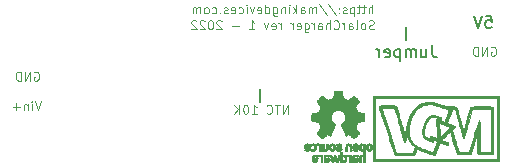
<source format=gbr>
%TF.GenerationSoftware,KiCad,Pcbnew,(6.0.2)*%
%TF.CreationDate,2022-03-10T12:52:18+01:00*%
%TF.ProjectId,SolarCharger,536f6c61-7243-4686-9172-6765722e6b69,rev?*%
%TF.SameCoordinates,Original*%
%TF.FileFunction,Legend,Bot*%
%TF.FilePolarity,Positive*%
%FSLAX46Y46*%
G04 Gerber Fmt 4.6, Leading zero omitted, Abs format (unit mm)*
G04 Created by KiCad (PCBNEW (6.0.2)) date 2022-03-10 12:52:18*
%MOMM*%
%LPD*%
G01*
G04 APERTURE LIST*
%ADD10C,0.125000*%
%ADD11C,0.150000*%
%ADD12C,0.200000*%
%ADD13C,0.010000*%
G04 APERTURE END LIST*
D10*
X119671428Y-45125000D02*
X119742857Y-45089285D01*
X119850000Y-45089285D01*
X119957142Y-45125000D01*
X120028571Y-45196428D01*
X120064285Y-45267857D01*
X120100000Y-45410714D01*
X120100000Y-45517857D01*
X120064285Y-45660714D01*
X120028571Y-45732142D01*
X119957142Y-45803571D01*
X119850000Y-45839285D01*
X119778571Y-45839285D01*
X119671428Y-45803571D01*
X119635714Y-45767857D01*
X119635714Y-45517857D01*
X119778571Y-45517857D01*
X119314285Y-45839285D02*
X119314285Y-45089285D01*
X118885714Y-45839285D01*
X118885714Y-45089285D01*
X118528571Y-45839285D02*
X118528571Y-45089285D01*
X118350000Y-45089285D01*
X118242857Y-45125000D01*
X118171428Y-45196428D01*
X118135714Y-45267857D01*
X118100000Y-45410714D01*
X118100000Y-45517857D01*
X118135714Y-45660714D01*
X118171428Y-45732142D01*
X118242857Y-45803571D01*
X118350000Y-45839285D01*
X118528571Y-45839285D01*
X109732142Y-43553571D02*
X109625000Y-43589285D01*
X109446428Y-43589285D01*
X109375000Y-43553571D01*
X109339285Y-43517857D01*
X109303571Y-43446428D01*
X109303571Y-43375000D01*
X109339285Y-43303571D01*
X109375000Y-43267857D01*
X109446428Y-43232142D01*
X109589285Y-43196428D01*
X109660714Y-43160714D01*
X109696428Y-43125000D01*
X109732142Y-43053571D01*
X109732142Y-42982142D01*
X109696428Y-42910714D01*
X109660714Y-42875000D01*
X109589285Y-42839285D01*
X109410714Y-42839285D01*
X109303571Y-42875000D01*
X108875000Y-43589285D02*
X108946428Y-43553571D01*
X108982142Y-43517857D01*
X109017857Y-43446428D01*
X109017857Y-43232142D01*
X108982142Y-43160714D01*
X108946428Y-43125000D01*
X108875000Y-43089285D01*
X108767857Y-43089285D01*
X108696428Y-43125000D01*
X108660714Y-43160714D01*
X108625000Y-43232142D01*
X108625000Y-43446428D01*
X108660714Y-43517857D01*
X108696428Y-43553571D01*
X108767857Y-43589285D01*
X108875000Y-43589285D01*
X108196428Y-43589285D02*
X108267857Y-43553571D01*
X108303571Y-43482142D01*
X108303571Y-42839285D01*
X107589285Y-43589285D02*
X107589285Y-43196428D01*
X107625000Y-43125000D01*
X107696428Y-43089285D01*
X107839285Y-43089285D01*
X107910714Y-43125000D01*
X107589285Y-43553571D02*
X107660714Y-43589285D01*
X107839285Y-43589285D01*
X107910714Y-43553571D01*
X107946428Y-43482142D01*
X107946428Y-43410714D01*
X107910714Y-43339285D01*
X107839285Y-43303571D01*
X107660714Y-43303571D01*
X107589285Y-43267857D01*
X107232142Y-43589285D02*
X107232142Y-43089285D01*
X107232142Y-43232142D02*
X107196428Y-43160714D01*
X107160714Y-43125000D01*
X107089285Y-43089285D01*
X107017857Y-43089285D01*
X106339285Y-43517857D02*
X106375000Y-43553571D01*
X106482142Y-43589285D01*
X106553571Y-43589285D01*
X106660714Y-43553571D01*
X106732142Y-43482142D01*
X106767857Y-43410714D01*
X106803571Y-43267857D01*
X106803571Y-43160714D01*
X106767857Y-43017857D01*
X106732142Y-42946428D01*
X106660714Y-42875000D01*
X106553571Y-42839285D01*
X106482142Y-42839285D01*
X106375000Y-42875000D01*
X106339285Y-42910714D01*
X106017857Y-43589285D02*
X106017857Y-42839285D01*
X105696428Y-43589285D02*
X105696428Y-43196428D01*
X105732142Y-43125000D01*
X105803571Y-43089285D01*
X105910714Y-43089285D01*
X105982142Y-43125000D01*
X106017857Y-43160714D01*
X105017857Y-43589285D02*
X105017857Y-43196428D01*
X105053571Y-43125000D01*
X105125000Y-43089285D01*
X105267857Y-43089285D01*
X105339285Y-43125000D01*
X105017857Y-43553571D02*
X105089285Y-43589285D01*
X105267857Y-43589285D01*
X105339285Y-43553571D01*
X105375000Y-43482142D01*
X105375000Y-43410714D01*
X105339285Y-43339285D01*
X105267857Y-43303571D01*
X105089285Y-43303571D01*
X105017857Y-43267857D01*
X104660714Y-43589285D02*
X104660714Y-43089285D01*
X104660714Y-43232142D02*
X104625000Y-43160714D01*
X104589285Y-43125000D01*
X104517857Y-43089285D01*
X104446428Y-43089285D01*
X103875000Y-43089285D02*
X103875000Y-43696428D01*
X103910714Y-43767857D01*
X103946428Y-43803571D01*
X104017857Y-43839285D01*
X104125000Y-43839285D01*
X104196428Y-43803571D01*
X103875000Y-43553571D02*
X103946428Y-43589285D01*
X104089285Y-43589285D01*
X104160714Y-43553571D01*
X104196428Y-43517857D01*
X104232142Y-43446428D01*
X104232142Y-43232142D01*
X104196428Y-43160714D01*
X104160714Y-43125000D01*
X104089285Y-43089285D01*
X103946428Y-43089285D01*
X103875000Y-43125000D01*
X103232142Y-43553571D02*
X103303571Y-43589285D01*
X103446428Y-43589285D01*
X103517857Y-43553571D01*
X103553571Y-43482142D01*
X103553571Y-43196428D01*
X103517857Y-43125000D01*
X103446428Y-43089285D01*
X103303571Y-43089285D01*
X103232142Y-43125000D01*
X103196428Y-43196428D01*
X103196428Y-43267857D01*
X103553571Y-43339285D01*
X102875000Y-43589285D02*
X102875000Y-43089285D01*
X102875000Y-43232142D02*
X102839285Y-43160714D01*
X102803571Y-43125000D01*
X102732142Y-43089285D01*
X102660714Y-43089285D01*
X101839285Y-43589285D02*
X101839285Y-43089285D01*
X101839285Y-43232142D02*
X101803571Y-43160714D01*
X101767857Y-43125000D01*
X101696428Y-43089285D01*
X101625000Y-43089285D01*
X101089285Y-43553571D02*
X101160714Y-43589285D01*
X101303571Y-43589285D01*
X101375000Y-43553571D01*
X101410714Y-43482142D01*
X101410714Y-43196428D01*
X101375000Y-43125000D01*
X101303571Y-43089285D01*
X101160714Y-43089285D01*
X101089285Y-43125000D01*
X101053571Y-43196428D01*
X101053571Y-43267857D01*
X101410714Y-43339285D01*
X100803571Y-43089285D02*
X100625000Y-43589285D01*
X100446428Y-43089285D01*
X99196428Y-43589285D02*
X99625000Y-43589285D01*
X99410714Y-43589285D02*
X99410714Y-42839285D01*
X99482142Y-42946428D01*
X99553571Y-43017857D01*
X99625000Y-43053571D01*
X98303571Y-43303571D02*
X97732142Y-43303571D01*
X96839285Y-42910714D02*
X96803571Y-42875000D01*
X96732142Y-42839285D01*
X96553571Y-42839285D01*
X96482142Y-42875000D01*
X96446428Y-42910714D01*
X96410714Y-42982142D01*
X96410714Y-43053571D01*
X96446428Y-43160714D01*
X96875000Y-43589285D01*
X96410714Y-43589285D01*
X95946428Y-42839285D02*
X95875000Y-42839285D01*
X95803571Y-42875000D01*
X95767857Y-42910714D01*
X95732142Y-42982142D01*
X95696428Y-43125000D01*
X95696428Y-43303571D01*
X95732142Y-43446428D01*
X95767857Y-43517857D01*
X95803571Y-43553571D01*
X95875000Y-43589285D01*
X95946428Y-43589285D01*
X96017857Y-43553571D01*
X96053571Y-43517857D01*
X96089285Y-43446428D01*
X96125000Y-43303571D01*
X96125000Y-43125000D01*
X96089285Y-42982142D01*
X96053571Y-42910714D01*
X96017857Y-42875000D01*
X95946428Y-42839285D01*
X95410714Y-42910714D02*
X95375000Y-42875000D01*
X95303571Y-42839285D01*
X95125000Y-42839285D01*
X95053571Y-42875000D01*
X95017857Y-42910714D01*
X94982142Y-42982142D01*
X94982142Y-43053571D01*
X95017857Y-43160714D01*
X95446428Y-43589285D01*
X94982142Y-43589285D01*
X94696428Y-42910714D02*
X94660714Y-42875000D01*
X94589285Y-42839285D01*
X94410714Y-42839285D01*
X94339285Y-42875000D01*
X94303571Y-42910714D01*
X94267857Y-42982142D01*
X94267857Y-43053571D01*
X94303571Y-43160714D01*
X94732142Y-43589285D01*
X94267857Y-43589285D01*
X80971428Y-47225000D02*
X81042857Y-47189285D01*
X81150000Y-47189285D01*
X81257142Y-47225000D01*
X81328571Y-47296428D01*
X81364285Y-47367857D01*
X81400000Y-47510714D01*
X81400000Y-47617857D01*
X81364285Y-47760714D01*
X81328571Y-47832142D01*
X81257142Y-47903571D01*
X81150000Y-47939285D01*
X81078571Y-47939285D01*
X80971428Y-47903571D01*
X80935714Y-47867857D01*
X80935714Y-47617857D01*
X81078571Y-47617857D01*
X80614285Y-47939285D02*
X80614285Y-47189285D01*
X80185714Y-47939285D01*
X80185714Y-47189285D01*
X79828571Y-47939285D02*
X79828571Y-47189285D01*
X79650000Y-47189285D01*
X79542857Y-47225000D01*
X79471428Y-47296428D01*
X79435714Y-47367857D01*
X79400000Y-47510714D01*
X79400000Y-47617857D01*
X79435714Y-47760714D01*
X79471428Y-47832142D01*
X79542857Y-47903571D01*
X79650000Y-47939285D01*
X79828571Y-47939285D01*
X81532142Y-49689285D02*
X81282142Y-50439285D01*
X81032142Y-49689285D01*
X80782142Y-50439285D02*
X80782142Y-49939285D01*
X80782142Y-49689285D02*
X80817857Y-49725000D01*
X80782142Y-49760714D01*
X80746428Y-49725000D01*
X80782142Y-49689285D01*
X80782142Y-49760714D01*
X80425000Y-49939285D02*
X80425000Y-50439285D01*
X80425000Y-50010714D02*
X80389285Y-49975000D01*
X80317857Y-49939285D01*
X80210714Y-49939285D01*
X80139285Y-49975000D01*
X80103571Y-50046428D01*
X80103571Y-50439285D01*
X79746428Y-50153571D02*
X79175000Y-50153571D01*
X79460714Y-50439285D02*
X79460714Y-49867857D01*
D11*
X119190476Y-42452380D02*
X119666666Y-42452380D01*
X119714285Y-42928571D01*
X119666666Y-42880952D01*
X119571428Y-42833333D01*
X119333333Y-42833333D01*
X119238095Y-42880952D01*
X119190476Y-42928571D01*
X119142857Y-43023809D01*
X119142857Y-43261904D01*
X119190476Y-43357142D01*
X119238095Y-43404761D01*
X119333333Y-43452380D01*
X119571428Y-43452380D01*
X119666666Y-43404761D01*
X119714285Y-43357142D01*
X118857142Y-42452380D02*
X118523809Y-43452380D01*
X118190476Y-42452380D01*
X114666666Y-44952380D02*
X114666666Y-45666666D01*
X114714285Y-45809523D01*
X114809523Y-45904761D01*
X114952380Y-45952380D01*
X115047619Y-45952380D01*
X113761904Y-45285714D02*
X113761904Y-45952380D01*
X114190476Y-45285714D02*
X114190476Y-45809523D01*
X114142857Y-45904761D01*
X114047619Y-45952380D01*
X113904761Y-45952380D01*
X113809523Y-45904761D01*
X113761904Y-45857142D01*
X113285714Y-45952380D02*
X113285714Y-45285714D01*
X113285714Y-45380952D02*
X113238095Y-45333333D01*
X113142857Y-45285714D01*
X113000000Y-45285714D01*
X112904761Y-45333333D01*
X112857142Y-45428571D01*
X112857142Y-45952380D01*
X112857142Y-45428571D02*
X112809523Y-45333333D01*
X112714285Y-45285714D01*
X112571428Y-45285714D01*
X112476190Y-45333333D01*
X112428571Y-45428571D01*
X112428571Y-45952380D01*
X111952380Y-45285714D02*
X111952380Y-46285714D01*
X111952380Y-45333333D02*
X111857142Y-45285714D01*
X111666666Y-45285714D01*
X111571428Y-45333333D01*
X111523809Y-45380952D01*
X111476190Y-45476190D01*
X111476190Y-45761904D01*
X111523809Y-45857142D01*
X111571428Y-45904761D01*
X111666666Y-45952380D01*
X111857142Y-45952380D01*
X111952380Y-45904761D01*
X110666666Y-45904761D02*
X110761904Y-45952380D01*
X110952380Y-45952380D01*
X111047619Y-45904761D01*
X111095238Y-45809523D01*
X111095238Y-45428571D01*
X111047619Y-45333333D01*
X110952380Y-45285714D01*
X110761904Y-45285714D01*
X110666666Y-45333333D01*
X110619047Y-45428571D01*
X110619047Y-45523809D01*
X111095238Y-45619047D01*
X110190476Y-45952380D02*
X110190476Y-45285714D01*
X110190476Y-45476190D02*
X110142857Y-45380952D01*
X110095238Y-45333333D01*
X110000000Y-45285714D01*
X109904761Y-45285714D01*
D10*
X109607142Y-42239285D02*
X109607142Y-41489285D01*
X109285714Y-42239285D02*
X109285714Y-41846428D01*
X109321428Y-41775000D01*
X109392857Y-41739285D01*
X109500000Y-41739285D01*
X109571428Y-41775000D01*
X109607142Y-41810714D01*
X109035714Y-41739285D02*
X108750000Y-41739285D01*
X108928571Y-41489285D02*
X108928571Y-42132142D01*
X108892857Y-42203571D01*
X108821428Y-42239285D01*
X108750000Y-42239285D01*
X108607142Y-41739285D02*
X108321428Y-41739285D01*
X108500000Y-41489285D02*
X108500000Y-42132142D01*
X108464285Y-42203571D01*
X108392857Y-42239285D01*
X108321428Y-42239285D01*
X108071428Y-41739285D02*
X108071428Y-42489285D01*
X108071428Y-41775000D02*
X108000000Y-41739285D01*
X107857142Y-41739285D01*
X107785714Y-41775000D01*
X107750000Y-41810714D01*
X107714285Y-41882142D01*
X107714285Y-42096428D01*
X107750000Y-42167857D01*
X107785714Y-42203571D01*
X107857142Y-42239285D01*
X108000000Y-42239285D01*
X108071428Y-42203571D01*
X107428571Y-42203571D02*
X107357142Y-42239285D01*
X107214285Y-42239285D01*
X107142857Y-42203571D01*
X107107142Y-42132142D01*
X107107142Y-42096428D01*
X107142857Y-42025000D01*
X107214285Y-41989285D01*
X107321428Y-41989285D01*
X107392857Y-41953571D01*
X107428571Y-41882142D01*
X107428571Y-41846428D01*
X107392857Y-41775000D01*
X107321428Y-41739285D01*
X107214285Y-41739285D01*
X107142857Y-41775000D01*
X106785714Y-42167857D02*
X106750000Y-42203571D01*
X106785714Y-42239285D01*
X106821428Y-42203571D01*
X106785714Y-42167857D01*
X106785714Y-42239285D01*
X106785714Y-41775000D02*
X106750000Y-41810714D01*
X106785714Y-41846428D01*
X106821428Y-41810714D01*
X106785714Y-41775000D01*
X106785714Y-41846428D01*
X105892857Y-41453571D02*
X106535714Y-42417857D01*
X105107142Y-41453571D02*
X105750000Y-42417857D01*
X104857142Y-42239285D02*
X104857142Y-41739285D01*
X104857142Y-41810714D02*
X104821428Y-41775000D01*
X104750000Y-41739285D01*
X104642857Y-41739285D01*
X104571428Y-41775000D01*
X104535714Y-41846428D01*
X104535714Y-42239285D01*
X104535714Y-41846428D02*
X104500000Y-41775000D01*
X104428571Y-41739285D01*
X104321428Y-41739285D01*
X104250000Y-41775000D01*
X104214285Y-41846428D01*
X104214285Y-42239285D01*
X103535714Y-42239285D02*
X103535714Y-41846428D01*
X103571428Y-41775000D01*
X103642857Y-41739285D01*
X103785714Y-41739285D01*
X103857142Y-41775000D01*
X103535714Y-42203571D02*
X103607142Y-42239285D01*
X103785714Y-42239285D01*
X103857142Y-42203571D01*
X103892857Y-42132142D01*
X103892857Y-42060714D01*
X103857142Y-41989285D01*
X103785714Y-41953571D01*
X103607142Y-41953571D01*
X103535714Y-41917857D01*
X103178571Y-42239285D02*
X103178571Y-41489285D01*
X103107142Y-41953571D02*
X102892857Y-42239285D01*
X102892857Y-41739285D02*
X103178571Y-42025000D01*
X102571428Y-42239285D02*
X102571428Y-41739285D01*
X102571428Y-41489285D02*
X102607142Y-41525000D01*
X102571428Y-41560714D01*
X102535714Y-41525000D01*
X102571428Y-41489285D01*
X102571428Y-41560714D01*
X102214285Y-41739285D02*
X102214285Y-42239285D01*
X102214285Y-41810714D02*
X102178571Y-41775000D01*
X102107142Y-41739285D01*
X102000000Y-41739285D01*
X101928571Y-41775000D01*
X101892857Y-41846428D01*
X101892857Y-42239285D01*
X101214285Y-41739285D02*
X101214285Y-42346428D01*
X101250000Y-42417857D01*
X101285714Y-42453571D01*
X101357142Y-42489285D01*
X101464285Y-42489285D01*
X101535714Y-42453571D01*
X101214285Y-42203571D02*
X101285714Y-42239285D01*
X101428571Y-42239285D01*
X101500000Y-42203571D01*
X101535714Y-42167857D01*
X101571428Y-42096428D01*
X101571428Y-41882142D01*
X101535714Y-41810714D01*
X101500000Y-41775000D01*
X101428571Y-41739285D01*
X101285714Y-41739285D01*
X101214285Y-41775000D01*
X100535714Y-42239285D02*
X100535714Y-41489285D01*
X100535714Y-42203571D02*
X100607142Y-42239285D01*
X100750000Y-42239285D01*
X100821428Y-42203571D01*
X100857142Y-42167857D01*
X100892857Y-42096428D01*
X100892857Y-41882142D01*
X100857142Y-41810714D01*
X100821428Y-41775000D01*
X100750000Y-41739285D01*
X100607142Y-41739285D01*
X100535714Y-41775000D01*
X99892857Y-42203571D02*
X99964285Y-42239285D01*
X100107142Y-42239285D01*
X100178571Y-42203571D01*
X100214285Y-42132142D01*
X100214285Y-41846428D01*
X100178571Y-41775000D01*
X100107142Y-41739285D01*
X99964285Y-41739285D01*
X99892857Y-41775000D01*
X99857142Y-41846428D01*
X99857142Y-41917857D01*
X100214285Y-41989285D01*
X99607142Y-41739285D02*
X99428571Y-42239285D01*
X99250000Y-41739285D01*
X98964285Y-42239285D02*
X98964285Y-41739285D01*
X98964285Y-41489285D02*
X99000000Y-41525000D01*
X98964285Y-41560714D01*
X98928571Y-41525000D01*
X98964285Y-41489285D01*
X98964285Y-41560714D01*
X98285714Y-42203571D02*
X98357142Y-42239285D01*
X98500000Y-42239285D01*
X98571428Y-42203571D01*
X98607142Y-42167857D01*
X98642857Y-42096428D01*
X98642857Y-41882142D01*
X98607142Y-41810714D01*
X98571428Y-41775000D01*
X98500000Y-41739285D01*
X98357142Y-41739285D01*
X98285714Y-41775000D01*
X97678571Y-42203571D02*
X97750000Y-42239285D01*
X97892857Y-42239285D01*
X97964285Y-42203571D01*
X98000000Y-42132142D01*
X98000000Y-41846428D01*
X97964285Y-41775000D01*
X97892857Y-41739285D01*
X97750000Y-41739285D01*
X97678571Y-41775000D01*
X97642857Y-41846428D01*
X97642857Y-41917857D01*
X98000000Y-41989285D01*
X97357142Y-42203571D02*
X97285714Y-42239285D01*
X97142857Y-42239285D01*
X97071428Y-42203571D01*
X97035714Y-42132142D01*
X97035714Y-42096428D01*
X97071428Y-42025000D01*
X97142857Y-41989285D01*
X97250000Y-41989285D01*
X97321428Y-41953571D01*
X97357142Y-41882142D01*
X97357142Y-41846428D01*
X97321428Y-41775000D01*
X97250000Y-41739285D01*
X97142857Y-41739285D01*
X97071428Y-41775000D01*
X96714285Y-42167857D02*
X96678571Y-42203571D01*
X96714285Y-42239285D01*
X96750000Y-42203571D01*
X96714285Y-42167857D01*
X96714285Y-42239285D01*
X96035714Y-42203571D02*
X96107142Y-42239285D01*
X96250000Y-42239285D01*
X96321428Y-42203571D01*
X96357142Y-42167857D01*
X96392857Y-42096428D01*
X96392857Y-41882142D01*
X96357142Y-41810714D01*
X96321428Y-41775000D01*
X96250000Y-41739285D01*
X96107142Y-41739285D01*
X96035714Y-41775000D01*
X95607142Y-42239285D02*
X95678571Y-42203571D01*
X95714285Y-42167857D01*
X95750000Y-42096428D01*
X95750000Y-41882142D01*
X95714285Y-41810714D01*
X95678571Y-41775000D01*
X95607142Y-41739285D01*
X95500000Y-41739285D01*
X95428571Y-41775000D01*
X95392857Y-41810714D01*
X95357142Y-41882142D01*
X95357142Y-42096428D01*
X95392857Y-42167857D01*
X95428571Y-42203571D01*
X95500000Y-42239285D01*
X95607142Y-42239285D01*
X95035714Y-42239285D02*
X95035714Y-41739285D01*
X95035714Y-41810714D02*
X95000000Y-41775000D01*
X94928571Y-41739285D01*
X94821428Y-41739285D01*
X94750000Y-41775000D01*
X94714285Y-41846428D01*
X94714285Y-42239285D01*
X94714285Y-41846428D02*
X94678571Y-41775000D01*
X94607142Y-41739285D01*
X94500000Y-41739285D01*
X94428571Y-41775000D01*
X94392857Y-41846428D01*
X94392857Y-42239285D01*
X102450000Y-50739285D02*
X102450000Y-49989285D01*
X102021428Y-50739285D01*
X102021428Y-49989285D01*
X101771428Y-49989285D02*
X101342857Y-49989285D01*
X101557142Y-50739285D02*
X101557142Y-49989285D01*
X100664285Y-50667857D02*
X100700000Y-50703571D01*
X100807142Y-50739285D01*
X100878571Y-50739285D01*
X100985714Y-50703571D01*
X101057142Y-50632142D01*
X101092857Y-50560714D01*
X101128571Y-50417857D01*
X101128571Y-50310714D01*
X101092857Y-50167857D01*
X101057142Y-50096428D01*
X100985714Y-50025000D01*
X100878571Y-49989285D01*
X100807142Y-49989285D01*
X100700000Y-50025000D01*
X100664285Y-50060714D01*
X99378571Y-50739285D02*
X99807142Y-50739285D01*
X99592857Y-50739285D02*
X99592857Y-49989285D01*
X99664285Y-50096428D01*
X99735714Y-50167857D01*
X99807142Y-50203571D01*
X98914285Y-49989285D02*
X98842857Y-49989285D01*
X98771428Y-50025000D01*
X98735714Y-50060714D01*
X98700000Y-50132142D01*
X98664285Y-50275000D01*
X98664285Y-50453571D01*
X98700000Y-50596428D01*
X98735714Y-50667857D01*
X98771428Y-50703571D01*
X98842857Y-50739285D01*
X98914285Y-50739285D01*
X98985714Y-50703571D01*
X99021428Y-50667857D01*
X99057142Y-50596428D01*
X99092857Y-50453571D01*
X99092857Y-50275000D01*
X99057142Y-50132142D01*
X99021428Y-50060714D01*
X98985714Y-50025000D01*
X98914285Y-49989285D01*
X98342857Y-50739285D02*
X98342857Y-49989285D01*
X97914285Y-50739285D02*
X98235714Y-50310714D01*
X97914285Y-49989285D02*
X98342857Y-50417857D01*
D12*
%TO.C,RT1*%
X100100000Y-49725000D02*
X100100000Y-48675000D01*
D13*
%TO.C,G\u002A\u002A\u002A*%
X114417917Y-49746922D02*
X114292143Y-49747905D01*
X114292143Y-49747905D02*
X114197588Y-49750791D01*
X114197588Y-49750791D02*
X114123138Y-49757071D01*
X114123138Y-49757071D02*
X114057681Y-49768236D01*
X114057681Y-49768236D02*
X113990104Y-49785779D01*
X113990104Y-49785779D02*
X113909293Y-49811190D01*
X113909293Y-49811190D02*
X113888750Y-49817946D01*
X113888750Y-49817946D02*
X113784403Y-49855653D01*
X113784403Y-49855653D02*
X113680766Y-49898612D01*
X113680766Y-49898612D02*
X113593728Y-49940019D01*
X113593728Y-49940019D02*
X113560667Y-49958457D01*
X113560667Y-49958457D02*
X113508399Y-49994729D01*
X113508399Y-49994729D02*
X113439469Y-50048937D01*
X113439469Y-50048937D02*
X113360342Y-50115237D01*
X113360342Y-50115237D02*
X113277487Y-50187781D01*
X113277487Y-50187781D02*
X113197367Y-50260723D01*
X113197367Y-50260723D02*
X113126451Y-50328218D01*
X113126451Y-50328218D02*
X113071203Y-50384419D01*
X113071203Y-50384419D02*
X113038091Y-50423481D01*
X113038091Y-50423481D02*
X113031500Y-50436884D01*
X113031500Y-50436884D02*
X113020616Y-50463699D01*
X113020616Y-50463699D02*
X112992081Y-50514498D01*
X112992081Y-50514498D02*
X112952125Y-50578206D01*
X112952125Y-50578206D02*
X112895082Y-50665430D01*
X112895082Y-50665430D02*
X112856431Y-50725499D01*
X112856431Y-50725499D02*
X112831236Y-50766582D01*
X112831236Y-50766582D02*
X112814559Y-50796850D01*
X112814559Y-50796850D02*
X112801465Y-50824471D01*
X112801465Y-50824471D02*
X112796463Y-50835834D01*
X112796463Y-50835834D02*
X112770299Y-50895013D01*
X112770299Y-50895013D02*
X112744571Y-50952250D01*
X112744571Y-50952250D02*
X112696222Y-51071606D01*
X112696222Y-51071606D02*
X112644748Y-51221039D01*
X112644748Y-51221039D02*
X112593749Y-51388828D01*
X112593749Y-51388828D02*
X112546823Y-51563253D01*
X112546823Y-51563253D02*
X112513767Y-51703667D01*
X112513767Y-51703667D02*
X112486388Y-51824459D01*
X112486388Y-51824459D02*
X112455877Y-51951259D01*
X112455877Y-51951259D02*
X112424037Y-52077410D01*
X112424037Y-52077410D02*
X112392672Y-52196257D01*
X112392672Y-52196257D02*
X112363584Y-52301144D01*
X112363584Y-52301144D02*
X112338575Y-52385414D01*
X112338575Y-52385414D02*
X112319449Y-52442412D01*
X112319449Y-52442412D02*
X112308007Y-52465482D01*
X112308007Y-52465482D02*
X112307385Y-52465667D01*
X112307385Y-52465667D02*
X112292245Y-52448617D01*
X112292245Y-52448617D02*
X112290667Y-52436128D01*
X112290667Y-52436128D02*
X112285179Y-52410757D01*
X112285179Y-52410757D02*
X112269390Y-52348353D01*
X112269390Y-52348353D02*
X112244310Y-52252679D01*
X112244310Y-52252679D02*
X112210951Y-52127495D01*
X112210951Y-52127495D02*
X112170324Y-51976563D01*
X112170324Y-51976563D02*
X112123441Y-51803645D01*
X112123441Y-51803645D02*
X112071311Y-51612502D01*
X112071311Y-51612502D02*
X112014948Y-51406896D01*
X112014948Y-51406896D02*
X111973435Y-51256086D01*
X111973435Y-51256086D02*
X111902086Y-50998225D01*
X111902086Y-50998225D02*
X111840719Y-50778549D01*
X111840719Y-50778549D02*
X111788497Y-50594318D01*
X111788497Y-50594318D02*
X111744585Y-50442789D01*
X111744585Y-50442789D02*
X111708144Y-50321220D01*
X111708144Y-50321220D02*
X111678341Y-50226870D01*
X111678341Y-50226870D02*
X111654337Y-50156997D01*
X111654337Y-50156997D02*
X111635298Y-50108859D01*
X111635298Y-50108859D02*
X111620387Y-50079713D01*
X111620387Y-50079713D02*
X111611256Y-50068542D01*
X111611256Y-50068542D02*
X111595412Y-50058131D01*
X111595412Y-50058131D02*
X111572850Y-50049857D01*
X111572850Y-50049857D02*
X111538948Y-50043480D01*
X111538948Y-50043480D02*
X111489082Y-50038757D01*
X111489082Y-50038757D02*
X111418628Y-50035447D01*
X111418628Y-50035447D02*
X111322962Y-50033309D01*
X111322962Y-50033309D02*
X111197463Y-50032102D01*
X111197463Y-50032102D02*
X111037505Y-50031583D01*
X111037505Y-50031583D02*
X110901906Y-50031500D01*
X110901906Y-50031500D02*
X110716390Y-50031609D01*
X110716390Y-50031609D02*
X110568560Y-50032122D01*
X110568560Y-50032122D02*
X110453772Y-50033318D01*
X110453772Y-50033318D02*
X110367377Y-50035474D01*
X110367377Y-50035474D02*
X110304729Y-50038868D01*
X110304729Y-50038868D02*
X110261182Y-50043780D01*
X110261182Y-50043780D02*
X110232090Y-50050488D01*
X110232090Y-50050488D02*
X110212806Y-50059269D01*
X110212806Y-50059269D02*
X110198684Y-50070402D01*
X110198684Y-50070402D02*
X110195167Y-50073833D01*
X110195167Y-50073833D02*
X110160130Y-50137542D01*
X110160130Y-50137542D02*
X110152834Y-50195863D01*
X110152834Y-50195863D02*
X110159474Y-50224253D01*
X110159474Y-50224253D02*
X110178642Y-50289340D01*
X110178642Y-50289340D02*
X110209209Y-50387752D01*
X110209209Y-50387752D02*
X110250049Y-50516116D01*
X110250049Y-50516116D02*
X110300031Y-50671059D01*
X110300031Y-50671059D02*
X110358029Y-50849208D01*
X110358029Y-50849208D02*
X110422913Y-51047191D01*
X110422913Y-51047191D02*
X110493556Y-51261634D01*
X110493556Y-51261634D02*
X110568830Y-51489165D01*
X110568830Y-51489165D02*
X110647606Y-51726411D01*
X110647606Y-51726411D02*
X110728756Y-51969999D01*
X110728756Y-51969999D02*
X110811153Y-52216557D01*
X110811153Y-52216557D02*
X110893666Y-52462711D01*
X110893666Y-52462711D02*
X110975170Y-52705090D01*
X110975170Y-52705090D02*
X111054535Y-52940319D01*
X111054535Y-52940319D02*
X111130632Y-53165027D01*
X111130632Y-53165027D02*
X111202335Y-53375840D01*
X111202335Y-53375840D02*
X111268515Y-53569385D01*
X111268515Y-53569385D02*
X111328043Y-53742291D01*
X111328043Y-53742291D02*
X111379791Y-53891184D01*
X111379791Y-53891184D02*
X111422632Y-54012690D01*
X111422632Y-54012690D02*
X111455437Y-54103439D01*
X111455437Y-54103439D02*
X111477077Y-54160056D01*
X111477077Y-54160056D02*
X111484325Y-54176414D01*
X111484325Y-54176414D02*
X111517274Y-54215971D01*
X111517274Y-54215971D02*
X111540394Y-54230593D01*
X111540394Y-54230593D02*
X111568788Y-54233591D01*
X111568788Y-54233591D02*
X111634538Y-54236347D01*
X111634538Y-54236347D02*
X111732669Y-54238779D01*
X111732669Y-54238779D02*
X111858203Y-54240809D01*
X111858203Y-54240809D02*
X112006164Y-54242354D01*
X112006164Y-54242354D02*
X112171577Y-54243333D01*
X112171577Y-54243333D02*
X112345315Y-54243667D01*
X112345315Y-54243667D02*
X112546911Y-54243559D01*
X112546911Y-54243559D02*
X112710427Y-54243099D01*
X112710427Y-54243099D02*
X112840117Y-54242075D01*
X112840117Y-54242075D02*
X112940234Y-54240282D01*
X112940234Y-54240282D02*
X113015033Y-54237510D01*
X113015033Y-54237510D02*
X113068766Y-54233550D01*
X113068766Y-54233550D02*
X113105687Y-54228195D01*
X113105687Y-54228195D02*
X113130050Y-54221235D01*
X113130050Y-54221235D02*
X113146108Y-54212463D01*
X113146108Y-54212463D02*
X113155883Y-54203951D01*
X113155883Y-54203951D02*
X113179124Y-54167512D01*
X113179124Y-54167512D02*
X113209825Y-54101254D01*
X113209825Y-54101254D02*
X113243302Y-54015912D01*
X113243302Y-54015912D02*
X113264350Y-53955243D01*
X113264350Y-53955243D02*
X113294672Y-53866279D01*
X113294672Y-53866279D02*
X113321928Y-53792097D01*
X113321928Y-53792097D02*
X113342521Y-53742171D01*
X113342521Y-53742171D02*
X113351049Y-53726727D01*
X113351049Y-53726727D02*
X113381955Y-53721735D01*
X113381955Y-53721735D02*
X113435234Y-53739824D01*
X113435234Y-53739824D02*
X113438374Y-53741348D01*
X113438374Y-53741348D02*
X113612588Y-53823416D01*
X113612588Y-53823416D02*
X113762726Y-53885642D01*
X113762726Y-53885642D02*
X113899490Y-53932319D01*
X113899490Y-53932319D02*
X113952250Y-53947435D01*
X113952250Y-53947435D02*
X114048981Y-53976468D01*
X114048981Y-53976468D02*
X114145426Y-54009959D01*
X114145426Y-54009959D02*
X114222041Y-54041079D01*
X114222041Y-54041079D02*
X114227417Y-54043588D01*
X114227417Y-54043588D02*
X114275124Y-54062734D01*
X114275124Y-54062734D02*
X114350545Y-54089099D01*
X114350545Y-54089099D02*
X114444531Y-54119892D01*
X114444531Y-54119892D02*
X114547932Y-54152320D01*
X114547932Y-54152320D02*
X114651598Y-54183591D01*
X114651598Y-54183591D02*
X114746379Y-54210913D01*
X114746379Y-54210913D02*
X114823125Y-54231494D01*
X114823125Y-54231494D02*
X114872685Y-54242541D01*
X114872685Y-54242541D02*
X114883102Y-54243667D01*
X114883102Y-54243667D02*
X114899134Y-54226209D01*
X114899134Y-54226209D02*
X114921287Y-54183342D01*
X114921287Y-54183342D02*
X114924904Y-54174875D01*
X114924904Y-54174875D02*
X114977052Y-54047927D01*
X114977052Y-54047927D02*
X115023433Y-53932315D01*
X115023433Y-53932315D02*
X115061656Y-53834231D01*
X115061656Y-53834231D02*
X115089329Y-53759863D01*
X115089329Y-53759863D02*
X115104061Y-53715403D01*
X115104061Y-53715403D02*
X115105834Y-53706603D01*
X115105834Y-53706603D02*
X115113384Y-53673376D01*
X115113384Y-53673376D02*
X115133643Y-53613071D01*
X115133643Y-53613071D02*
X115163024Y-53534428D01*
X115163024Y-53534428D02*
X115197941Y-53446183D01*
X115197941Y-53446183D02*
X115234805Y-53357075D01*
X115234805Y-53357075D02*
X115270029Y-53275843D01*
X115270029Y-53275843D02*
X115300028Y-53211224D01*
X115300028Y-53211224D02*
X115321214Y-53171957D01*
X115321214Y-53171957D02*
X115328503Y-53164167D01*
X115328503Y-53164167D02*
X115357070Y-53171411D01*
X115357070Y-53171411D02*
X115414368Y-53190716D01*
X115414368Y-53190716D02*
X115489810Y-53218446D01*
X115489810Y-53218446D02*
X115519067Y-53229671D01*
X115519067Y-53229671D02*
X115621459Y-53268516D01*
X115621459Y-53268516D02*
X115731649Y-53308954D01*
X115731649Y-53308954D02*
X115826820Y-53342620D01*
X115826820Y-53342620D02*
X115831965Y-53344382D01*
X115831965Y-53344382D02*
X115976012Y-53393589D01*
X115976012Y-53393589D02*
X115996006Y-53342378D01*
X115996006Y-53342378D02*
X116020202Y-53280383D01*
X116020202Y-53280383D02*
X116036868Y-53237660D01*
X116036868Y-53237660D02*
X116046873Y-53196171D01*
X116046873Y-53196171D02*
X116028472Y-53173480D01*
X116028472Y-53173480D02*
X116010409Y-53165252D01*
X116010409Y-53165252D02*
X115973514Y-53150930D01*
X115973514Y-53150930D02*
X115905979Y-53125088D01*
X115905979Y-53125088D02*
X115816775Y-53091146D01*
X115816775Y-53091146D02*
X115714871Y-53052524D01*
X115714871Y-53052524D02*
X115693593Y-53044477D01*
X115693593Y-53044477D02*
X115424102Y-52942604D01*
X115424102Y-52942604D02*
X115473635Y-52899927D01*
X115473635Y-52899927D02*
X115503903Y-52872526D01*
X115503903Y-52872526D02*
X115559268Y-52821140D01*
X115559268Y-52821140D02*
X115634168Y-52750979D01*
X115634168Y-52750979D02*
X115723044Y-52667254D01*
X115723044Y-52667254D02*
X115820336Y-52575176D01*
X115820336Y-52575176D02*
X115835364Y-52560917D01*
X115835364Y-52560917D02*
X115931425Y-52470694D01*
X115931425Y-52470694D02*
X116018320Y-52390883D01*
X116018320Y-52390883D02*
X116090983Y-52325994D01*
X116090983Y-52325994D02*
X116144344Y-52280536D01*
X116144344Y-52280536D02*
X116173335Y-52259020D01*
X116173335Y-52259020D02*
X116175815Y-52257974D01*
X116175815Y-52257974D02*
X116198437Y-52269056D01*
X116198437Y-52269056D02*
X116201926Y-52289724D01*
X116201926Y-52289724D02*
X116207400Y-52319079D01*
X116207400Y-52319079D02*
X116223926Y-52383474D01*
X116223926Y-52383474D02*
X116249973Y-52477527D01*
X116249973Y-52477527D02*
X116284009Y-52595857D01*
X116284009Y-52595857D02*
X116324504Y-52733083D01*
X116324504Y-52733083D02*
X116369928Y-52883824D01*
X116369928Y-52883824D02*
X116384427Y-52931334D01*
X116384427Y-52931334D02*
X116461472Y-53182834D01*
X116461472Y-53182834D02*
X116527257Y-53396904D01*
X116527257Y-53396904D02*
X116582820Y-53576623D01*
X116582820Y-53576623D02*
X116629198Y-53725067D01*
X116629198Y-53725067D02*
X116667430Y-53845315D01*
X116667430Y-53845315D02*
X116698555Y-53940444D01*
X116698555Y-53940444D02*
X116723609Y-54013532D01*
X116723609Y-54013532D02*
X116743632Y-54067656D01*
X116743632Y-54067656D02*
X116759662Y-54105895D01*
X116759662Y-54105895D02*
X116772736Y-54131325D01*
X116772736Y-54131325D02*
X116783893Y-54147026D01*
X116783893Y-54147026D02*
X116794172Y-54156074D01*
X116794172Y-54156074D02*
X116798404Y-54158592D01*
X116798404Y-54158592D02*
X116832527Y-54165426D01*
X116832527Y-54165426D02*
X116904584Y-54171161D01*
X116904584Y-54171161D02*
X117010188Y-54175627D01*
X117010188Y-54175627D02*
X117144951Y-54178656D01*
X117144951Y-54178656D02*
X117304484Y-54180079D01*
X117304484Y-54180079D02*
X117358692Y-54180167D01*
X117358692Y-54180167D02*
X117529485Y-54180309D01*
X117529485Y-54180309D02*
X117663193Y-54179361D01*
X117663193Y-54179361D02*
X117765055Y-54175260D01*
X117765055Y-54175260D02*
X117840307Y-54165946D01*
X117840307Y-54165946D02*
X117894188Y-54149355D01*
X117894188Y-54149355D02*
X117931934Y-54123428D01*
X117931934Y-54123428D02*
X117958785Y-54086100D01*
X117958785Y-54086100D02*
X117979977Y-54035312D01*
X117979977Y-54035312D02*
X118000748Y-53969001D01*
X118000748Y-53969001D02*
X118014899Y-53921854D01*
X118014899Y-53921854D02*
X118033803Y-53859613D01*
X118033803Y-53859613D02*
X118063066Y-53762991D01*
X118063066Y-53762991D02*
X118100827Y-53638140D01*
X118100827Y-53638140D02*
X118145227Y-53491213D01*
X118145227Y-53491213D02*
X118194407Y-53328361D01*
X118194407Y-53328361D02*
X118246508Y-53155736D01*
X118246508Y-53155736D02*
X118285753Y-53025640D01*
X118285753Y-53025640D02*
X118503084Y-52305029D01*
X118503084Y-52305029D02*
X118496733Y-53199205D01*
X118496733Y-53199205D02*
X118495236Y-53417134D01*
X118495236Y-53417134D02*
X118494235Y-53596677D01*
X118494235Y-53596677D02*
X118493887Y-53741779D01*
X118493887Y-53741779D02*
X118494347Y-53856389D01*
X118494347Y-53856389D02*
X118495772Y-53944450D01*
X118495772Y-53944450D02*
X118498317Y-54009910D01*
X118498317Y-54009910D02*
X118502138Y-54056715D01*
X118502138Y-54056715D02*
X118507391Y-54088810D01*
X118507391Y-54088810D02*
X118514232Y-54110142D01*
X118514232Y-54110142D02*
X118522817Y-54124657D01*
X118522817Y-54124657D02*
X118533301Y-54136300D01*
X118533301Y-54136300D02*
X118533775Y-54136774D01*
X118533775Y-54136774D02*
X118548464Y-54149724D01*
X118548464Y-54149724D02*
X118566910Y-54159806D01*
X118566910Y-54159806D02*
X118594184Y-54167378D01*
X118594184Y-54167378D02*
X118635358Y-54172799D01*
X118635358Y-54172799D02*
X118695503Y-54176427D01*
X118695503Y-54176427D02*
X118779692Y-54178619D01*
X118779692Y-54178619D02*
X118892996Y-54179733D01*
X118892996Y-54179733D02*
X119040487Y-54180127D01*
X119040487Y-54180127D02*
X119148667Y-54180167D01*
X119148667Y-54180167D02*
X119319489Y-54180022D01*
X119319489Y-54180022D02*
X119453039Y-54179356D01*
X119453039Y-54179356D02*
X119554378Y-54177820D01*
X119554378Y-54177820D02*
X119628566Y-54175064D01*
X119628566Y-54175064D02*
X119680665Y-54170739D01*
X119680665Y-54170739D02*
X119715735Y-54164496D01*
X119715735Y-54164496D02*
X119738838Y-54155987D01*
X119738838Y-54155987D02*
X119755034Y-54144863D01*
X119755034Y-54144863D02*
X119762500Y-54137833D01*
X119762500Y-54137833D02*
X119769696Y-54129897D01*
X119769696Y-54129897D02*
X119776026Y-54119645D01*
X119776026Y-54119645D02*
X119781547Y-54104474D01*
X119781547Y-54104474D02*
X119786313Y-54081780D01*
X119786313Y-54081780D02*
X119790380Y-54048958D01*
X119790380Y-54048958D02*
X119793804Y-54003405D01*
X119793804Y-54003405D02*
X119794443Y-53989667D01*
X119794443Y-53989667D02*
X119614334Y-53989667D01*
X119614334Y-53989667D02*
X118680759Y-53989667D01*
X118680759Y-53989667D02*
X118684266Y-52640292D01*
X118684266Y-52640292D02*
X118684926Y-52367808D01*
X118684926Y-52367808D02*
X118685333Y-52134609D01*
X118685333Y-52134609D02*
X118685408Y-51937651D01*
X118685408Y-51937651D02*
X118685074Y-51773885D01*
X118685074Y-51773885D02*
X118684256Y-51640264D01*
X118684256Y-51640264D02*
X118682874Y-51533743D01*
X118682874Y-51533743D02*
X118680854Y-51451273D01*
X118680854Y-51451273D02*
X118678116Y-51389809D01*
X118678116Y-51389809D02*
X118674585Y-51346304D01*
X118674585Y-51346304D02*
X118670183Y-51317710D01*
X118670183Y-51317710D02*
X118664833Y-51300981D01*
X118664833Y-51300981D02*
X118658458Y-51293070D01*
X118658458Y-51293070D02*
X118650981Y-51290931D01*
X118650981Y-51290931D02*
X118650129Y-51290917D01*
X118650129Y-51290917D02*
X118640867Y-51296363D01*
X118640867Y-51296363D02*
X118628850Y-51314469D01*
X118628850Y-51314469D02*
X118613204Y-51347888D01*
X118613204Y-51347888D02*
X118593053Y-51399274D01*
X118593053Y-51399274D02*
X118567523Y-51471279D01*
X118567523Y-51471279D02*
X118535739Y-51566556D01*
X118535739Y-51566556D02*
X118496828Y-51687758D01*
X118496828Y-51687758D02*
X118449915Y-51837539D01*
X118449915Y-51837539D02*
X118394125Y-52018550D01*
X118394125Y-52018550D02*
X118328583Y-52233446D01*
X118328583Y-52233446D02*
X118252416Y-52484880D01*
X118252416Y-52484880D02*
X118207096Y-52635000D01*
X118207096Y-52635000D02*
X117801709Y-53979084D01*
X117801709Y-53979084D02*
X117354661Y-53984792D01*
X117354661Y-53984792D02*
X116907613Y-53990501D01*
X116907613Y-53990501D02*
X116833740Y-53751959D01*
X116833740Y-53751959D02*
X116771784Y-53551343D01*
X116771784Y-53551343D02*
X116709398Y-53348299D01*
X116709398Y-53348299D02*
X116647828Y-53146967D01*
X116647828Y-53146967D02*
X116588321Y-52951491D01*
X116588321Y-52951491D02*
X116532124Y-52766009D01*
X116532124Y-52766009D02*
X116480484Y-52594665D01*
X116480484Y-52594665D02*
X116434647Y-52441600D01*
X116434647Y-52441600D02*
X116395861Y-52310954D01*
X116395861Y-52310954D02*
X116365373Y-52206869D01*
X116365373Y-52206869D02*
X116344428Y-52133486D01*
X116344428Y-52133486D02*
X116334274Y-52094948D01*
X116334274Y-52094948D02*
X116333501Y-52090433D01*
X116333501Y-52090433D02*
X116349556Y-52058774D01*
X116349556Y-52058774D02*
X116362348Y-52048677D01*
X116362348Y-52048677D02*
X116427741Y-52003362D01*
X116427741Y-52003362D02*
X116491935Y-51947527D01*
X116491935Y-51947527D02*
X116545757Y-51890557D01*
X116545757Y-51890557D02*
X116554567Y-51878034D01*
X116554567Y-51878034D02*
X116223450Y-51878034D01*
X116223450Y-51878034D02*
X116050933Y-52041028D01*
X116050933Y-52041028D02*
X115971654Y-52115911D01*
X115971654Y-52115911D02*
X115872559Y-52209482D01*
X115872559Y-52209482D02*
X115764623Y-52311377D01*
X115764623Y-52311377D02*
X115658823Y-52411234D01*
X115658823Y-52411234D02*
X115626075Y-52442137D01*
X115626075Y-52442137D02*
X115521279Y-52539026D01*
X115521279Y-52539026D02*
X115443693Y-52606081D01*
X115443693Y-52606081D02*
X115391761Y-52644527D01*
X115391761Y-52644527D02*
X115363928Y-52655587D01*
X115363928Y-52655587D02*
X115359036Y-52652334D01*
X115359036Y-52652334D02*
X115350522Y-52618991D01*
X115350522Y-52618991D02*
X115341167Y-52555702D01*
X115341167Y-52555702D02*
X115332712Y-52474775D01*
X115332712Y-52474775D02*
X115331088Y-52455084D01*
X115331088Y-52455084D02*
X115322224Y-52351639D01*
X115322224Y-52351639D02*
X115310588Y-52229025D01*
X115310588Y-52229025D02*
X115298372Y-52110111D01*
X115298372Y-52110111D02*
X115295598Y-52084667D01*
X115295598Y-52084667D02*
X115274932Y-51890775D01*
X115274932Y-51890775D02*
X115260415Y-51738296D01*
X115260415Y-51738296D02*
X115252013Y-51626765D01*
X115252013Y-51626765D02*
X115249692Y-51555715D01*
X115249692Y-51555715D02*
X115253418Y-51524680D01*
X115253418Y-51524680D02*
X115254591Y-51523385D01*
X115254591Y-51523385D02*
X115277737Y-51527868D01*
X115277737Y-51527868D02*
X115333611Y-51545394D01*
X115333611Y-51545394D02*
X115415487Y-51573657D01*
X115415487Y-51573657D02*
X115516638Y-51610351D01*
X115516638Y-51610351D02*
X115604834Y-51643435D01*
X115604834Y-51643435D02*
X115729093Y-51690667D01*
X115729093Y-51690667D02*
X115851347Y-51737103D01*
X115851347Y-51737103D02*
X115961068Y-51778745D01*
X115961068Y-51778745D02*
X116047731Y-51811599D01*
X116047731Y-51811599D02*
X116082683Y-51824826D01*
X116082683Y-51824826D02*
X116223450Y-51878034D01*
X116223450Y-51878034D02*
X116554567Y-51878034D01*
X116554567Y-51878034D02*
X116580035Y-51841834D01*
X116580035Y-51841834D02*
X116587500Y-51818358D01*
X116587500Y-51818358D02*
X116582580Y-51795357D01*
X116582580Y-51795357D02*
X116563460Y-51773942D01*
X116563460Y-51773942D02*
X116523598Y-51750159D01*
X116523598Y-51750159D02*
X116456454Y-51720052D01*
X116456454Y-51720052D02*
X116362878Y-51682554D01*
X116362878Y-51682554D02*
X116260278Y-51643078D01*
X116260278Y-51643078D02*
X116160609Y-51605833D01*
X116160609Y-51605833D02*
X116077247Y-51575763D01*
X116077247Y-51575763D02*
X116034795Y-51561317D01*
X116034795Y-51561317D02*
X115976195Y-51539659D01*
X115976195Y-51539659D02*
X115938695Y-51520551D01*
X115938695Y-51520551D02*
X115931334Y-51512472D01*
X115931334Y-51512472D02*
X115938640Y-51484968D01*
X115938640Y-51484968D02*
X115957953Y-51428654D01*
X115957953Y-51428654D02*
X115985366Y-51353948D01*
X115985366Y-51353948D02*
X116016969Y-51271268D01*
X116016969Y-51271268D02*
X116048855Y-51191030D01*
X116048855Y-51191030D02*
X116077117Y-51123654D01*
X116077117Y-51123654D02*
X116077627Y-51122489D01*
X116077627Y-51122489D02*
X116107509Y-51052011D01*
X116107509Y-51052011D02*
X116134141Y-50985507D01*
X116134141Y-50985507D02*
X116138712Y-50973417D01*
X116138712Y-50973417D02*
X116198503Y-50814123D01*
X116198503Y-50814123D02*
X116246519Y-50690698D01*
X116246519Y-50690698D02*
X116284591Y-50598923D01*
X116284591Y-50598923D02*
X116314550Y-50534579D01*
X116314550Y-50534579D02*
X116338225Y-50493449D01*
X116338225Y-50493449D02*
X116356053Y-50472463D01*
X116356053Y-50472463D02*
X116374674Y-50447210D01*
X116374674Y-50447210D02*
X116063758Y-50447210D01*
X116063758Y-50447210D02*
X116061890Y-50474511D01*
X116061890Y-50474511D02*
X116046456Y-50533489D01*
X116046456Y-50533489D02*
X116019786Y-50616591D01*
X116019786Y-50616591D02*
X115984210Y-50716258D01*
X115984210Y-50716258D02*
X115965835Y-50764710D01*
X115965835Y-50764710D02*
X115918357Y-50887654D01*
X115918357Y-50887654D02*
X115869287Y-51014693D01*
X115869287Y-51014693D02*
X115823951Y-51132044D01*
X115823951Y-51132044D02*
X115787673Y-51225923D01*
X115787673Y-51225923D02*
X115783005Y-51238000D01*
X115783005Y-51238000D02*
X115751822Y-51317874D01*
X115751822Y-51317874D02*
X115726514Y-51381214D01*
X115726514Y-51381214D02*
X115710801Y-51418783D01*
X115710801Y-51418783D02*
X115707731Y-51424984D01*
X115707731Y-51424984D02*
X115685838Y-51422874D01*
X115685838Y-51422874D02*
X115637771Y-51408256D01*
X115637771Y-51408256D02*
X115575991Y-51385923D01*
X115575991Y-51385923D02*
X115512963Y-51360667D01*
X115512963Y-51360667D02*
X115461147Y-51337278D01*
X115461147Y-51337278D02*
X115433007Y-51320550D01*
X115433007Y-51320550D02*
X115431518Y-51318785D01*
X115431518Y-51318785D02*
X115429672Y-51288870D01*
X115429672Y-51288870D02*
X115437898Y-51233468D01*
X115437898Y-51233468D02*
X115446421Y-51196156D01*
X115446421Y-51196156D02*
X115458763Y-51137496D01*
X115458763Y-51137496D02*
X115271107Y-51137496D01*
X115271107Y-51137496D02*
X115250169Y-51197561D01*
X115250169Y-51197561D02*
X115229230Y-51257625D01*
X115229230Y-51257625D02*
X115120657Y-51216371D01*
X115120657Y-51216371D02*
X115050693Y-51194543D01*
X115050693Y-51194543D02*
X115004238Y-51189859D01*
X115004238Y-51189859D02*
X114992759Y-51194442D01*
X114992759Y-51194442D02*
X114986448Y-51224886D01*
X114986448Y-51224886D02*
X114986861Y-51296259D01*
X114986861Y-51296259D02*
X114993936Y-51407705D01*
X114993936Y-51407705D02*
X115007609Y-51558368D01*
X115007609Y-51558368D02*
X115027819Y-51747391D01*
X115027819Y-51747391D02*
X115042361Y-51873000D01*
X115042361Y-51873000D02*
X115056099Y-51994724D01*
X115056099Y-51994724D02*
X115069942Y-52127597D01*
X115069942Y-52127597D02*
X115083331Y-52265022D01*
X115083331Y-52265022D02*
X115095704Y-52400398D01*
X115095704Y-52400398D02*
X115106500Y-52527126D01*
X115106500Y-52527126D02*
X115115159Y-52638606D01*
X115115159Y-52638606D02*
X115121121Y-52728240D01*
X115121121Y-52728240D02*
X115123823Y-52789429D01*
X115123823Y-52789429D02*
X115122707Y-52815571D01*
X115122707Y-52815571D02*
X115122474Y-52815916D01*
X115122474Y-52815916D02*
X115098720Y-52814378D01*
X115098720Y-52814378D02*
X115046393Y-52799941D01*
X115046393Y-52799941D02*
X114976153Y-52775612D01*
X114976153Y-52775612D02*
X114965654Y-52771648D01*
X114965654Y-52771648D02*
X114892136Y-52744173D01*
X114892136Y-52744173D02*
X114806163Y-52712892D01*
X114806163Y-52712892D02*
X114717163Y-52681123D01*
X114717163Y-52681123D02*
X114634564Y-52652184D01*
X114634564Y-52652184D02*
X114567795Y-52629394D01*
X114567795Y-52629394D02*
X114526284Y-52616070D01*
X114526284Y-52616070D02*
X114517707Y-52613981D01*
X114517707Y-52613981D02*
X114506728Y-52631502D01*
X114506728Y-52631502D02*
X114485225Y-52676504D01*
X114485225Y-52676504D02*
X114469306Y-52712647D01*
X114469306Y-52712647D02*
X114445645Y-52774638D01*
X114445645Y-52774638D02*
X114444342Y-52813411D01*
X114444342Y-52813411D02*
X114471083Y-52838739D01*
X114471083Y-52838739D02*
X114531552Y-52860400D01*
X114531552Y-52860400D02*
X114559898Y-52868414D01*
X114559898Y-52868414D02*
X114614394Y-52888097D01*
X114614394Y-52888097D02*
X114649258Y-52909093D01*
X114649258Y-52909093D02*
X114652507Y-52913010D01*
X114652507Y-52913010D02*
X114650291Y-52927350D01*
X114650291Y-52927350D02*
X114626943Y-52923618D01*
X114626943Y-52923618D02*
X114587520Y-52911549D01*
X114587520Y-52911549D02*
X114521526Y-52891437D01*
X114521526Y-52891437D02*
X114442898Y-52867532D01*
X114442898Y-52867532D02*
X114439084Y-52866373D01*
X114439084Y-52866373D02*
X114278140Y-52800394D01*
X114278140Y-52800394D02*
X114146733Y-52710334D01*
X114146733Y-52710334D02*
X114048625Y-52599073D01*
X114048625Y-52599073D02*
X114016204Y-52542572D01*
X114016204Y-52542572D02*
X113986541Y-52476694D01*
X113986541Y-52476694D02*
X113971256Y-52421867D01*
X113971256Y-52421867D02*
X113967560Y-52360641D01*
X113967560Y-52360641D02*
X113972667Y-52275562D01*
X113972667Y-52275562D02*
X113972972Y-52271921D01*
X113972972Y-52271921D02*
X113986725Y-52139834D01*
X113986725Y-52139834D02*
X114004360Y-52017009D01*
X114004360Y-52017009D02*
X114024263Y-51912252D01*
X114024263Y-51912252D02*
X114044818Y-51834369D01*
X114044818Y-51834369D02*
X114059677Y-51798917D01*
X114059677Y-51798917D02*
X114083361Y-51746189D01*
X114083361Y-51746189D02*
X114099446Y-51693818D01*
X114099446Y-51693818D02*
X114144002Y-51556385D01*
X114144002Y-51556385D02*
X114211002Y-51417730D01*
X114211002Y-51417730D02*
X114294103Y-51287012D01*
X114294103Y-51287012D02*
X114386964Y-51173390D01*
X114386964Y-51173390D02*
X114483242Y-51086024D01*
X114483242Y-51086024D02*
X114548024Y-51045996D01*
X114548024Y-51045996D02*
X114626870Y-51019181D01*
X114626870Y-51019181D02*
X114719504Y-51010743D01*
X114719504Y-51010743D02*
X114832290Y-51021118D01*
X114832290Y-51021118D02*
X114971589Y-51050742D01*
X114971589Y-51050742D02*
X115087929Y-51083063D01*
X115087929Y-51083063D02*
X115271107Y-51137496D01*
X115271107Y-51137496D02*
X115458763Y-51137496D01*
X115458763Y-51137496D02*
X115460819Y-51127726D01*
X115460819Y-51127726D02*
X115459962Y-51085833D01*
X115459962Y-51085833D02*
X115446980Y-51061071D01*
X115446980Y-51061071D02*
X115417517Y-51042617D01*
X115417517Y-51042617D02*
X115356438Y-51015454D01*
X115356438Y-51015454D02*
X115272619Y-50983216D01*
X115272619Y-50983216D02*
X115174937Y-50949540D01*
X115174937Y-50949540D02*
X115173436Y-50949050D01*
X115173436Y-50949050D02*
X115056818Y-50912585D01*
X115056818Y-50912585D02*
X114965741Y-50888829D01*
X114965741Y-50888829D02*
X114886271Y-50875205D01*
X114886271Y-50875205D02*
X114804472Y-50869132D01*
X114804472Y-50869132D02*
X114735417Y-50867985D01*
X114735417Y-50867985D02*
X114601956Y-50874400D01*
X114601956Y-50874400D02*
X114496156Y-50897349D01*
X114496156Y-50897349D02*
X114405062Y-50941430D01*
X114405062Y-50941430D02*
X114315720Y-51011239D01*
X114315720Y-51011239D02*
X114305636Y-51020507D01*
X114305636Y-51020507D02*
X114243846Y-51090050D01*
X114243846Y-51090050D02*
X114175748Y-51185665D01*
X114175748Y-51185665D02*
X114109690Y-51293710D01*
X114109690Y-51293710D02*
X114054017Y-51400539D01*
X114054017Y-51400539D02*
X114017232Y-51492000D01*
X114017232Y-51492000D02*
X113993780Y-51564163D01*
X113993780Y-51564163D02*
X113972306Y-51625033D01*
X113972306Y-51625033D02*
X113962068Y-51650750D01*
X113962068Y-51650750D02*
X113944038Y-51698027D01*
X113944038Y-51698027D02*
X113920452Y-51768939D01*
X113920452Y-51768939D02*
X113894811Y-51851709D01*
X113894811Y-51851709D02*
X113870615Y-51934557D01*
X113870615Y-51934557D02*
X113851365Y-52005706D01*
X113851365Y-52005706D02*
X113840563Y-52053377D01*
X113840563Y-52053377D02*
X113839388Y-52063500D01*
X113839388Y-52063500D02*
X113837519Y-52098733D01*
X113837519Y-52098733D02*
X113832808Y-52163524D01*
X113832808Y-52163524D02*
X113826187Y-52245268D01*
X113826187Y-52245268D02*
X113824540Y-52264584D01*
X113824540Y-52264584D02*
X113824740Y-52423112D01*
X113824740Y-52423112D02*
X113857271Y-52564438D01*
X113857271Y-52564438D02*
X113925684Y-52702285D01*
X113925684Y-52702285D02*
X113945790Y-52733340D01*
X113945790Y-52733340D02*
X114021832Y-52814703D01*
X114021832Y-52814703D02*
X114139195Y-52894600D01*
X114139195Y-52894600D02*
X114296876Y-52972533D01*
X114296876Y-52972533D02*
X114493874Y-53048004D01*
X114493874Y-53048004D02*
X114717737Y-53117307D01*
X114717737Y-53117307D02*
X114739947Y-53104093D01*
X114739947Y-53104093D02*
X114764206Y-53062636D01*
X114764206Y-53062636D02*
X114769614Y-53048954D01*
X114769614Y-53048954D02*
X114792292Y-53000318D01*
X114792292Y-53000318D02*
X114814127Y-52974789D01*
X114814127Y-52974789D02*
X114818209Y-52973667D01*
X114818209Y-52973667D02*
X114851433Y-52980992D01*
X114851433Y-52980992D02*
X114905848Y-52999546D01*
X114905848Y-52999546D02*
X114968901Y-53024198D01*
X114968901Y-53024198D02*
X115028040Y-53049815D01*
X115028040Y-53049815D02*
X115070710Y-53071266D01*
X115070710Y-53071266D02*
X115084667Y-53082593D01*
X115084667Y-53082593D02*
X115077435Y-53106542D01*
X115077435Y-53106542D02*
X115057681Y-53161956D01*
X115057681Y-53161956D02*
X115028321Y-53240882D01*
X115028321Y-53240882D02*
X114992269Y-53335367D01*
X114992269Y-53335367D02*
X114987666Y-53347284D01*
X114987666Y-53347284D02*
X114943259Y-53463421D01*
X114943259Y-53463421D02*
X114897718Y-53584752D01*
X114897718Y-53584752D02*
X114856932Y-53695475D01*
X114856932Y-53695475D02*
X114831112Y-53767417D01*
X114831112Y-53767417D02*
X114801829Y-53850028D01*
X114801829Y-53850028D02*
X114776459Y-53920421D01*
X114776459Y-53920421D02*
X114759368Y-53966524D01*
X114759368Y-53966524D02*
X114756516Y-53973792D01*
X114756516Y-53973792D02*
X114726005Y-54007247D01*
X114726005Y-54007247D02*
X114684640Y-54002625D01*
X114684640Y-54002625D02*
X114670859Y-53992414D01*
X114670859Y-53992414D02*
X114641955Y-53977849D01*
X114641955Y-53977849D02*
X114583887Y-53956154D01*
X114583887Y-53956154D02*
X114508260Y-53931602D01*
X114508260Y-53931602D02*
X114494171Y-53927356D01*
X114494171Y-53927356D02*
X114412215Y-53901080D01*
X114412215Y-53901080D02*
X114341527Y-53875106D01*
X114341527Y-53875106D02*
X114296072Y-53854611D01*
X114296072Y-53854611D02*
X114293087Y-53852835D01*
X114293087Y-53852835D02*
X114254971Y-53835312D01*
X114254971Y-53835312D02*
X114186778Y-53809776D01*
X114186778Y-53809776D02*
X114099084Y-53780023D01*
X114099084Y-53780023D02*
X114026334Y-53757060D01*
X114026334Y-53757060D02*
X113902065Y-53717692D01*
X113902065Y-53717692D02*
X113796448Y-53680290D01*
X113796448Y-53680290D02*
X113692110Y-53638174D01*
X113692110Y-53638174D02*
X113571678Y-53584665D01*
X113571678Y-53584665D02*
X113539500Y-53569870D01*
X113539500Y-53569870D02*
X113505265Y-53550730D01*
X113505265Y-53550730D02*
X113181314Y-53550730D01*
X113181314Y-53550730D02*
X113103559Y-53786073D01*
X113103559Y-53786073D02*
X113072224Y-53879975D01*
X113072224Y-53879975D02*
X113045276Y-53958989D01*
X113045276Y-53958989D02*
X113025690Y-54014503D01*
X113025690Y-54014503D02*
X113016640Y-54037583D01*
X113016640Y-54037583D02*
X112994022Y-54041343D01*
X112994022Y-54041343D02*
X112934170Y-54044451D01*
X112934170Y-54044451D02*
X112842176Y-54046828D01*
X112842176Y-54046828D02*
X112723136Y-54048396D01*
X112723136Y-54048396D02*
X112582143Y-54049077D01*
X112582143Y-54049077D02*
X112424291Y-54048791D01*
X112424291Y-54048791D02*
X112328760Y-54048167D01*
X112328760Y-54048167D02*
X111650045Y-54042584D01*
X111650045Y-54042584D02*
X111007314Y-52148167D01*
X111007314Y-52148167D02*
X110915018Y-51875967D01*
X110915018Y-51875967D02*
X110826688Y-51615144D01*
X110826688Y-51615144D02*
X110743263Y-51368490D01*
X110743263Y-51368490D02*
X110665681Y-51138794D01*
X110665681Y-51138794D02*
X110594881Y-50928847D01*
X110594881Y-50928847D02*
X110531803Y-50741440D01*
X110531803Y-50741440D02*
X110477386Y-50579364D01*
X110477386Y-50579364D02*
X110432567Y-50445408D01*
X110432567Y-50445408D02*
X110398287Y-50342363D01*
X110398287Y-50342363D02*
X110375484Y-50273020D01*
X110375484Y-50273020D02*
X110365098Y-50240169D01*
X110365098Y-50240169D02*
X110364542Y-50237875D01*
X110364542Y-50237875D02*
X110384775Y-50233642D01*
X110384775Y-50233642D02*
X110441810Y-50229848D01*
X110441810Y-50229848D02*
X110530117Y-50226649D01*
X110530117Y-50226649D02*
X110644165Y-50224202D01*
X110644165Y-50224202D02*
X110778425Y-50222661D01*
X110778425Y-50222661D02*
X110920125Y-50222181D01*
X110920125Y-50222181D02*
X111475750Y-50222362D01*
X111475750Y-50222362D02*
X111739642Y-51179973D01*
X111739642Y-51179973D02*
X111799251Y-51397160D01*
X111799251Y-51397160D02*
X111860309Y-51621241D01*
X111860309Y-51621241D02*
X111920841Y-51844855D01*
X111920841Y-51844855D02*
X111978871Y-52060643D01*
X111978871Y-52060643D02*
X112032423Y-52261245D01*
X112032423Y-52261245D02*
X112079520Y-52439302D01*
X112079520Y-52439302D02*
X112118188Y-52587454D01*
X112118188Y-52587454D02*
X112133124Y-52645584D01*
X112133124Y-52645584D02*
X112180553Y-52828755D01*
X112180553Y-52828755D02*
X112220098Y-52971520D01*
X112220098Y-52971520D02*
X112253492Y-53074700D01*
X112253492Y-53074700D02*
X112282472Y-53139114D01*
X112282472Y-53139114D02*
X112308771Y-53165581D01*
X112308771Y-53165581D02*
X112334125Y-53154923D01*
X112334125Y-53154923D02*
X112360268Y-53107958D01*
X112360268Y-53107958D02*
X112388935Y-53025508D01*
X112388935Y-53025508D02*
X112421861Y-52908391D01*
X112421861Y-52908391D02*
X112451020Y-52795842D01*
X112451020Y-52795842D02*
X112531389Y-52480433D01*
X112531389Y-52480433D02*
X112560343Y-52626508D01*
X112560343Y-52626508D02*
X112613089Y-52814910D01*
X112613089Y-52814910D02*
X112696160Y-52993374D01*
X112696160Y-52993374D02*
X112812882Y-53167417D01*
X112812882Y-53167417D02*
X112966579Y-53342555D01*
X112966579Y-53342555D02*
X113029662Y-53405073D01*
X113029662Y-53405073D02*
X113181314Y-53550730D01*
X113181314Y-53550730D02*
X113505265Y-53550730D01*
X113505265Y-53550730D02*
X113381944Y-53481785D01*
X113381944Y-53481785D02*
X113226803Y-53367063D01*
X113226803Y-53367063D02*
X113082393Y-53233889D01*
X113082393Y-53233889D02*
X112957030Y-53090448D01*
X112957030Y-53090448D02*
X112859026Y-52944927D01*
X112859026Y-52944927D02*
X112815652Y-52857250D01*
X112815652Y-52857250D02*
X112764199Y-52730018D01*
X112764199Y-52730018D02*
X112728065Y-52627253D01*
X112728065Y-52627253D02*
X112704138Y-52535310D01*
X112704138Y-52535310D02*
X112689306Y-52440544D01*
X112689306Y-52440544D02*
X112680457Y-52329310D01*
X112680457Y-52329310D02*
X112676680Y-52247817D01*
X112676680Y-52247817D02*
X112674148Y-52089454D01*
X112674148Y-52089454D02*
X112678880Y-51943903D01*
X112678880Y-51943903D02*
X112690389Y-51824926D01*
X112690389Y-51824926D02*
X112692072Y-51813900D01*
X112692072Y-51813900D02*
X112705572Y-51749022D01*
X112705572Y-51749022D02*
X112728567Y-51658763D01*
X112728567Y-51658763D02*
X112758542Y-51551237D01*
X112758542Y-51551237D02*
X112792979Y-51434555D01*
X112792979Y-51434555D02*
X112829363Y-51316830D01*
X112829363Y-51316830D02*
X112865177Y-51206174D01*
X112865177Y-51206174D02*
X112897904Y-51110699D01*
X112897904Y-51110699D02*
X112925028Y-51038519D01*
X112925028Y-51038519D02*
X112944033Y-50997745D01*
X112944033Y-50997745D02*
X112946225Y-50994584D01*
X112946225Y-50994584D02*
X112964883Y-50959082D01*
X112964883Y-50959082D02*
X112979039Y-50920500D01*
X112979039Y-50920500D02*
X113003028Y-50867712D01*
X113003028Y-50867712D02*
X113040209Y-50808697D01*
X113040209Y-50808697D02*
X113045129Y-50802086D01*
X113045129Y-50802086D02*
X113077184Y-50756266D01*
X113077184Y-50756266D02*
X113094179Y-50724718D01*
X113094179Y-50724718D02*
X113095000Y-50720782D01*
X113095000Y-50720782D02*
X113108337Y-50690573D01*
X113108337Y-50690573D02*
X113143823Y-50637834D01*
X113143823Y-50637834D02*
X113194675Y-50570935D01*
X113194675Y-50570935D02*
X113254108Y-50498250D01*
X113254108Y-50498250D02*
X113315339Y-50428148D01*
X113315339Y-50428148D02*
X113371583Y-50369002D01*
X113371583Y-50369002D02*
X113405501Y-50337631D01*
X113405501Y-50337631D02*
X113472265Y-50281421D01*
X113472265Y-50281421D02*
X113536988Y-50226855D01*
X113536988Y-50226855D02*
X113569983Y-50198991D01*
X113569983Y-50198991D02*
X113664163Y-50134780D01*
X113664163Y-50134780D02*
X113789559Y-50072013D01*
X113789559Y-50072013D02*
X113935185Y-50015486D01*
X113935185Y-50015486D02*
X114090057Y-49969992D01*
X114090057Y-49969992D02*
X114100417Y-49967475D01*
X114100417Y-49967475D02*
X114177850Y-49955649D01*
X114177850Y-49955649D02*
X114284814Y-49948210D01*
X114284814Y-49948210D02*
X114408734Y-49945169D01*
X114408734Y-49945169D02*
X114537034Y-49946539D01*
X114537034Y-49946539D02*
X114657139Y-49952330D01*
X114657139Y-49952330D02*
X114756473Y-49962555D01*
X114756473Y-49962555D02*
X114782197Y-49966836D01*
X114782197Y-49966836D02*
X114844850Y-49981851D01*
X114844850Y-49981851D02*
X114934950Y-50007452D01*
X114934950Y-50007452D02*
X115040084Y-50039955D01*
X115040084Y-50039955D02*
X115140200Y-50073057D01*
X115140200Y-50073057D02*
X115254486Y-50112146D01*
X115254486Y-50112146D02*
X115393347Y-50159626D01*
X115393347Y-50159626D02*
X115541300Y-50210203D01*
X115541300Y-50210203D02*
X115682861Y-50258583D01*
X115682861Y-50258583D02*
X115719667Y-50271160D01*
X115719667Y-50271160D02*
X115829469Y-50309825D01*
X115829469Y-50309825D02*
X115923695Y-50345193D01*
X115923695Y-50345193D02*
X115995672Y-50374582D01*
X115995672Y-50374582D02*
X116038723Y-50395308D01*
X116038723Y-50395308D02*
X116048075Y-50403173D01*
X116048075Y-50403173D02*
X116058738Y-50438262D01*
X116058738Y-50438262D02*
X116063758Y-50447210D01*
X116063758Y-50447210D02*
X116374674Y-50447210D01*
X116374674Y-50447210D02*
X116390346Y-50425957D01*
X116390346Y-50425957D02*
X116410408Y-50371921D01*
X116410408Y-50371921D02*
X116424011Y-50328293D01*
X116424011Y-50328293D02*
X116450801Y-50310140D01*
X116450801Y-50310140D02*
X116500853Y-50306667D01*
X116500853Y-50306667D02*
X116578247Y-50306667D01*
X116578247Y-50306667D02*
X116857614Y-51285625D01*
X116857614Y-51285625D02*
X116916261Y-51491841D01*
X116916261Y-51491841D02*
X116973420Y-51694155D01*
X116973420Y-51694155D02*
X117027593Y-51887180D01*
X117027593Y-51887180D02*
X117077287Y-52065528D01*
X117077287Y-52065528D02*
X117121003Y-52223812D01*
X117121003Y-52223812D02*
X117157246Y-52356644D01*
X117157246Y-52356644D02*
X117184521Y-52458636D01*
X117184521Y-52458636D02*
X117199238Y-52515855D01*
X117199238Y-52515855D02*
X117233744Y-52647365D01*
X117233744Y-52647365D02*
X117263637Y-52739824D01*
X117263637Y-52739824D02*
X117290648Y-52792852D01*
X117290648Y-52792852D02*
X117316509Y-52806072D01*
X117316509Y-52806072D02*
X117342950Y-52779103D01*
X117342950Y-52779103D02*
X117371705Y-52711569D01*
X117371705Y-52711569D02*
X117404503Y-52603089D01*
X117404503Y-52603089D02*
X117440663Y-52463059D01*
X117440663Y-52463059D02*
X117464073Y-52371766D01*
X117464073Y-52371766D02*
X117497526Y-52246063D01*
X117497526Y-52246063D02*
X117539299Y-52092204D01*
X117539299Y-52092204D02*
X117587664Y-51916441D01*
X117587664Y-51916441D02*
X117640897Y-51725030D01*
X117640897Y-51725030D02*
X117697272Y-51524223D01*
X117697272Y-51524223D02*
X117755064Y-51320275D01*
X117755064Y-51320275D02*
X117781566Y-51227417D01*
X117781566Y-51227417D02*
X118041949Y-50317250D01*
X118041949Y-50317250D02*
X118828142Y-50311701D01*
X118828142Y-50311701D02*
X119614334Y-50306152D01*
X119614334Y-50306152D02*
X119614334Y-53989667D01*
X119614334Y-53989667D02*
X119794443Y-53989667D01*
X119794443Y-53989667D02*
X119796639Y-53942517D01*
X119796639Y-53942517D02*
X119798942Y-53863689D01*
X119798942Y-53863689D02*
X119800767Y-53764318D01*
X119800767Y-53764318D02*
X119802171Y-53641800D01*
X119802171Y-53641800D02*
X119803208Y-53493531D01*
X119803208Y-53493531D02*
X119803933Y-53316907D01*
X119803933Y-53316907D02*
X119804403Y-53109324D01*
X119804403Y-53109324D02*
X119804673Y-52868177D01*
X119804673Y-52868177D02*
X119804797Y-52590864D01*
X119804797Y-52590864D02*
X119804832Y-52274780D01*
X119804832Y-52274780D02*
X119804834Y-52148167D01*
X119804834Y-52148167D02*
X119804818Y-51817157D01*
X119804818Y-51817157D02*
X119804732Y-51525877D01*
X119804732Y-51525877D02*
X119804523Y-51271722D01*
X119804523Y-51271722D02*
X119804133Y-51052089D01*
X119804133Y-51052089D02*
X119803508Y-50864373D01*
X119803508Y-50864373D02*
X119802592Y-50705971D01*
X119802592Y-50705971D02*
X119801330Y-50574278D01*
X119801330Y-50574278D02*
X119799666Y-50466691D01*
X119799666Y-50466691D02*
X119797546Y-50380605D01*
X119797546Y-50380605D02*
X119794913Y-50313417D01*
X119794913Y-50313417D02*
X119791712Y-50262523D01*
X119791712Y-50262523D02*
X119787888Y-50225318D01*
X119787888Y-50225318D02*
X119783386Y-50199199D01*
X119783386Y-50199199D02*
X119778149Y-50181562D01*
X119778149Y-50181562D02*
X119772124Y-50169802D01*
X119772124Y-50169802D02*
X119765253Y-50161317D01*
X119765253Y-50161317D02*
X119762501Y-50158500D01*
X119762501Y-50158500D02*
X119750672Y-50148044D01*
X119750672Y-50148044D02*
X119735433Y-50139466D01*
X119735433Y-50139466D02*
X119712781Y-50132583D01*
X119712781Y-50132583D02*
X119678713Y-50127206D01*
X119678713Y-50127206D02*
X119629227Y-50123152D01*
X119629227Y-50123152D02*
X119560320Y-50120233D01*
X119560320Y-50120233D02*
X119467988Y-50118264D01*
X119467988Y-50118264D02*
X119348230Y-50117059D01*
X119348230Y-50117059D02*
X119197041Y-50116432D01*
X119197041Y-50116432D02*
X119010420Y-50116197D01*
X119010420Y-50116197D02*
X118850942Y-50116167D01*
X118850942Y-50116167D02*
X118639528Y-50116660D01*
X118639528Y-50116660D02*
X118449597Y-50118087D01*
X118449597Y-50118087D02*
X118284622Y-50120369D01*
X118284622Y-50120369D02*
X118148075Y-50123430D01*
X118148075Y-50123430D02*
X118043428Y-50127191D01*
X118043428Y-50127191D02*
X117974152Y-50131575D01*
X117974152Y-50131575D02*
X117943720Y-50136502D01*
X117943720Y-50136502D02*
X117943679Y-50136525D01*
X117943679Y-50136525D02*
X117908089Y-50170538D01*
X117908089Y-50170538D02*
X117881938Y-50215900D01*
X117881938Y-50215900D02*
X117869604Y-50252430D01*
X117869604Y-50252430D02*
X117847733Y-50323377D01*
X117847733Y-50323377D02*
X117817735Y-50423793D01*
X117817735Y-50423793D02*
X117781017Y-50548731D01*
X117781017Y-50548731D02*
X117738985Y-50693244D01*
X117738985Y-50693244D02*
X117693048Y-50852385D01*
X117693048Y-50852385D02*
X117644612Y-51021206D01*
X117644612Y-51021206D02*
X117595086Y-51194760D01*
X117595086Y-51194760D02*
X117545877Y-51368100D01*
X117545877Y-51368100D02*
X117498392Y-51536279D01*
X117498392Y-51536279D02*
X117454038Y-51694350D01*
X117454038Y-51694350D02*
X117414224Y-51837365D01*
X117414224Y-51837365D02*
X117380357Y-51960377D01*
X117380357Y-51960377D02*
X117353844Y-52058439D01*
X117353844Y-52058439D02*
X117336093Y-52126604D01*
X117336093Y-52126604D02*
X117328510Y-52159924D01*
X117328510Y-52159924D02*
X117328334Y-52161793D01*
X117328334Y-52161793D02*
X117323856Y-52187484D01*
X117323856Y-52187484D02*
X117318697Y-52187919D01*
X117318697Y-52187919D02*
X117311162Y-52166261D01*
X117311162Y-52166261D02*
X117293224Y-52107806D01*
X117293224Y-52107806D02*
X117266029Y-52016488D01*
X117266029Y-52016488D02*
X117230725Y-51896237D01*
X117230725Y-51896237D02*
X117188462Y-51750984D01*
X117188462Y-51750984D02*
X117140385Y-51584660D01*
X117140385Y-51584660D02*
X117087643Y-51401198D01*
X117087643Y-51401198D02*
X117031384Y-51204528D01*
X117031384Y-51204528D02*
X117022585Y-51173683D01*
X117022585Y-51173683D02*
X116945110Y-50904090D01*
X116945110Y-50904090D02*
X116878033Y-50675136D01*
X116878033Y-50675136D02*
X116821373Y-50486885D01*
X116821373Y-50486885D02*
X116775149Y-50339398D01*
X116775149Y-50339398D02*
X116739380Y-50232738D01*
X116739380Y-50232738D02*
X116714087Y-50166965D01*
X116714087Y-50166965D02*
X116700093Y-50142625D01*
X116700093Y-50142625D02*
X116668644Y-50131634D01*
X116668644Y-50131634D02*
X116606432Y-50123748D01*
X116606432Y-50123748D02*
X116510124Y-50118748D01*
X116510124Y-50118748D02*
X116376387Y-50116409D01*
X116376387Y-50116409D02*
X116302740Y-50116167D01*
X116302740Y-50116167D02*
X116165685Y-50115624D01*
X116165685Y-50115624D02*
X116061746Y-50113381D01*
X116061746Y-50113381D02*
X115981711Y-50108516D01*
X115981711Y-50108516D02*
X115916370Y-50100109D01*
X115916370Y-50100109D02*
X115856512Y-50087238D01*
X115856512Y-50087238D02*
X115792926Y-50068983D01*
X115792926Y-50068983D02*
X115775160Y-50063404D01*
X115775160Y-50063404D02*
X115683666Y-50034916D01*
X115683666Y-50034916D02*
X115595561Y-50008408D01*
X115595561Y-50008408D02*
X115528102Y-49989057D01*
X115528102Y-49989057D02*
X115521417Y-49987249D01*
X115521417Y-49987249D02*
X115441654Y-49961956D01*
X115441654Y-49961956D02*
X115360034Y-49930397D01*
X115360034Y-49930397D02*
X115349250Y-49925646D01*
X115349250Y-49925646D02*
X115288327Y-49902296D01*
X115288327Y-49902296D02*
X115202388Y-49874507D01*
X115202388Y-49874507D02*
X115107649Y-49847441D01*
X115107649Y-49847441D02*
X115084667Y-49841437D01*
X115084667Y-49841437D02*
X114990454Y-49816976D01*
X114990454Y-49816976D02*
X114900965Y-49793103D01*
X114900965Y-49793103D02*
X114832314Y-49774134D01*
X114832314Y-49774134D02*
X114820084Y-49770601D01*
X114820084Y-49770601D02*
X114764590Y-49760973D01*
X114764590Y-49760973D02*
X114675717Y-49753462D01*
X114675717Y-49753462D02*
X114562389Y-49748592D01*
X114562389Y-49748592D02*
X114433529Y-49746890D01*
X114433529Y-49746890D02*
X114417917Y-49746922D01*
X114417917Y-49746922D02*
X114417917Y-49746922D01*
G36*
X119790380Y-54048958D02*
G01*
X119786313Y-54081780D01*
X119781547Y-54104474D01*
X119776026Y-54119645D01*
X119769696Y-54129897D01*
X119762500Y-54137833D01*
X119755034Y-54144863D01*
X119738838Y-54155987D01*
X119715735Y-54164496D01*
X119680665Y-54170739D01*
X119628566Y-54175064D01*
X119554378Y-54177820D01*
X119453039Y-54179356D01*
X119319489Y-54180022D01*
X119148667Y-54180167D01*
X119040487Y-54180127D01*
X118892996Y-54179733D01*
X118779692Y-54178619D01*
X118695503Y-54176427D01*
X118635358Y-54172799D01*
X118594184Y-54167378D01*
X118566910Y-54159806D01*
X118548464Y-54149724D01*
X118533775Y-54136774D01*
X118533301Y-54136300D01*
X118522817Y-54124657D01*
X118514232Y-54110142D01*
X118507391Y-54088810D01*
X118502138Y-54056715D01*
X118498317Y-54009910D01*
X118495772Y-53944450D01*
X118494347Y-53856389D01*
X118493887Y-53741779D01*
X118494235Y-53596677D01*
X118495236Y-53417134D01*
X118496733Y-53199205D01*
X118503084Y-52305029D01*
X118285753Y-53025640D01*
X118246508Y-53155736D01*
X118194407Y-53328361D01*
X118145227Y-53491213D01*
X118100827Y-53638140D01*
X118063066Y-53762991D01*
X118033803Y-53859613D01*
X118014899Y-53921854D01*
X118000748Y-53969001D01*
X117979977Y-54035312D01*
X117958785Y-54086100D01*
X117931934Y-54123428D01*
X117894188Y-54149355D01*
X117840307Y-54165946D01*
X117765055Y-54175260D01*
X117663193Y-54179361D01*
X117529485Y-54180309D01*
X117358692Y-54180167D01*
X117304484Y-54180079D01*
X117144951Y-54178656D01*
X117010188Y-54175627D01*
X116904584Y-54171161D01*
X116832527Y-54165426D01*
X116798404Y-54158592D01*
X116794172Y-54156074D01*
X116783893Y-54147026D01*
X116772736Y-54131325D01*
X116759662Y-54105895D01*
X116743632Y-54067656D01*
X116723609Y-54013532D01*
X116698555Y-53940444D01*
X116667430Y-53845315D01*
X116629198Y-53725067D01*
X116582820Y-53576623D01*
X116527257Y-53396904D01*
X116461472Y-53182834D01*
X116384427Y-52931334D01*
X116369928Y-52883824D01*
X116324504Y-52733083D01*
X116284009Y-52595857D01*
X116249973Y-52477527D01*
X116223926Y-52383474D01*
X116207400Y-52319079D01*
X116201926Y-52289724D01*
X116198437Y-52269056D01*
X116175815Y-52257974D01*
X116173335Y-52259020D01*
X116144344Y-52280536D01*
X116090983Y-52325994D01*
X116018320Y-52390883D01*
X115931425Y-52470694D01*
X115835364Y-52560917D01*
X115820336Y-52575176D01*
X115723044Y-52667254D01*
X115634168Y-52750979D01*
X115559268Y-52821140D01*
X115503903Y-52872526D01*
X115473635Y-52899927D01*
X115424102Y-52942604D01*
X115693593Y-53044477D01*
X115714871Y-53052524D01*
X115816775Y-53091146D01*
X115905979Y-53125088D01*
X115973514Y-53150930D01*
X116010409Y-53165252D01*
X116028472Y-53173480D01*
X116046873Y-53196171D01*
X116036868Y-53237660D01*
X116020202Y-53280383D01*
X115996006Y-53342378D01*
X115976012Y-53393589D01*
X115831965Y-53344382D01*
X115826820Y-53342620D01*
X115731649Y-53308954D01*
X115621459Y-53268516D01*
X115519067Y-53229671D01*
X115489810Y-53218446D01*
X115414368Y-53190716D01*
X115357070Y-53171411D01*
X115328503Y-53164167D01*
X115321214Y-53171957D01*
X115300028Y-53211224D01*
X115270029Y-53275843D01*
X115234805Y-53357075D01*
X115197941Y-53446183D01*
X115163024Y-53534428D01*
X115133643Y-53613071D01*
X115113384Y-53673376D01*
X115105834Y-53706603D01*
X115104061Y-53715403D01*
X115089329Y-53759863D01*
X115061656Y-53834231D01*
X115023433Y-53932315D01*
X114977052Y-54047927D01*
X114924904Y-54174875D01*
X114921287Y-54183342D01*
X114899134Y-54226209D01*
X114883102Y-54243667D01*
X114872685Y-54242541D01*
X114823125Y-54231494D01*
X114746379Y-54210913D01*
X114651598Y-54183591D01*
X114547932Y-54152320D01*
X114444531Y-54119892D01*
X114350545Y-54089099D01*
X114275124Y-54062734D01*
X114227417Y-54043588D01*
X114222041Y-54041079D01*
X114145426Y-54009959D01*
X114048981Y-53976468D01*
X113952250Y-53947435D01*
X113899490Y-53932319D01*
X113762726Y-53885642D01*
X113612588Y-53823416D01*
X113438374Y-53741348D01*
X113435234Y-53739824D01*
X113381955Y-53721735D01*
X113351049Y-53726727D01*
X113342521Y-53742171D01*
X113321928Y-53792097D01*
X113294672Y-53866279D01*
X113264350Y-53955243D01*
X113243302Y-54015912D01*
X113209825Y-54101254D01*
X113179124Y-54167512D01*
X113155883Y-54203951D01*
X113146108Y-54212463D01*
X113130050Y-54221235D01*
X113105687Y-54228195D01*
X113068766Y-54233550D01*
X113015033Y-54237510D01*
X112940234Y-54240282D01*
X112840117Y-54242075D01*
X112710427Y-54243099D01*
X112546911Y-54243559D01*
X112345315Y-54243667D01*
X112171577Y-54243333D01*
X112006164Y-54242354D01*
X111858203Y-54240809D01*
X111732669Y-54238779D01*
X111634538Y-54236347D01*
X111568788Y-54233591D01*
X111540394Y-54230593D01*
X111517274Y-54215971D01*
X111484325Y-54176414D01*
X111477077Y-54160056D01*
X111455437Y-54103439D01*
X111422632Y-54012690D01*
X111379791Y-53891184D01*
X111328043Y-53742291D01*
X111268515Y-53569385D01*
X111202335Y-53375840D01*
X111130632Y-53165027D01*
X111054535Y-52940319D01*
X110975170Y-52705090D01*
X110893666Y-52462711D01*
X110811153Y-52216557D01*
X110728756Y-51969999D01*
X110647606Y-51726411D01*
X110568830Y-51489165D01*
X110493556Y-51261634D01*
X110422913Y-51047191D01*
X110358029Y-50849208D01*
X110300031Y-50671059D01*
X110250049Y-50516116D01*
X110209209Y-50387752D01*
X110178642Y-50289340D01*
X110163486Y-50237875D01*
X110364542Y-50237875D01*
X110365098Y-50240169D01*
X110375484Y-50273020D01*
X110398287Y-50342363D01*
X110432567Y-50445408D01*
X110477386Y-50579364D01*
X110531803Y-50741440D01*
X110594881Y-50928847D01*
X110665681Y-51138794D01*
X110743263Y-51368490D01*
X110826688Y-51615144D01*
X110915018Y-51875967D01*
X111007314Y-52148167D01*
X111650045Y-54042584D01*
X112328760Y-54048167D01*
X112424291Y-54048791D01*
X112582143Y-54049077D01*
X112723136Y-54048396D01*
X112842176Y-54046828D01*
X112934170Y-54044451D01*
X112994022Y-54041343D01*
X113016640Y-54037583D01*
X113025690Y-54014503D01*
X113045276Y-53958989D01*
X113072224Y-53879975D01*
X113103559Y-53786073D01*
X113181314Y-53550730D01*
X113029662Y-53405073D01*
X112966579Y-53342555D01*
X112812882Y-53167417D01*
X112696160Y-52993374D01*
X112613089Y-52814910D01*
X112560343Y-52626508D01*
X112531389Y-52480433D01*
X112451020Y-52795842D01*
X112421861Y-52908391D01*
X112388935Y-53025508D01*
X112360268Y-53107958D01*
X112334125Y-53154923D01*
X112308771Y-53165581D01*
X112282472Y-53139114D01*
X112253492Y-53074700D01*
X112220098Y-52971520D01*
X112180553Y-52828755D01*
X112133124Y-52645584D01*
X112118188Y-52587454D01*
X112079520Y-52439302D01*
X112032423Y-52261245D01*
X111978871Y-52060643D01*
X111920841Y-51844855D01*
X111860309Y-51621241D01*
X111799251Y-51397160D01*
X111739642Y-51179973D01*
X111475750Y-50222362D01*
X110920125Y-50222181D01*
X110778425Y-50222661D01*
X110644165Y-50224202D01*
X110530117Y-50226649D01*
X110441810Y-50229848D01*
X110384775Y-50233642D01*
X110364542Y-50237875D01*
X110163486Y-50237875D01*
X110159474Y-50224253D01*
X110152834Y-50195863D01*
X110160130Y-50137542D01*
X110195167Y-50073833D01*
X110198684Y-50070402D01*
X110212806Y-50059269D01*
X110232090Y-50050488D01*
X110261182Y-50043780D01*
X110304729Y-50038868D01*
X110367377Y-50035474D01*
X110453772Y-50033318D01*
X110568560Y-50032122D01*
X110716390Y-50031609D01*
X110901906Y-50031500D01*
X111037505Y-50031583D01*
X111197463Y-50032102D01*
X111322962Y-50033309D01*
X111418628Y-50035447D01*
X111489082Y-50038757D01*
X111538948Y-50043480D01*
X111572850Y-50049857D01*
X111595412Y-50058131D01*
X111611256Y-50068542D01*
X111620387Y-50079713D01*
X111635298Y-50108859D01*
X111654337Y-50156997D01*
X111678341Y-50226870D01*
X111708144Y-50321220D01*
X111744585Y-50442789D01*
X111788497Y-50594318D01*
X111840719Y-50778549D01*
X111902086Y-50998225D01*
X111973435Y-51256086D01*
X112014948Y-51406896D01*
X112071311Y-51612502D01*
X112123441Y-51803645D01*
X112170324Y-51976563D01*
X112210951Y-52127495D01*
X112244310Y-52252679D01*
X112269390Y-52348353D01*
X112285179Y-52410757D01*
X112290667Y-52436128D01*
X112292245Y-52448617D01*
X112307385Y-52465667D01*
X112308007Y-52465482D01*
X112319449Y-52442412D01*
X112338575Y-52385414D01*
X112363584Y-52301144D01*
X112392672Y-52196257D01*
X112420858Y-52089454D01*
X112674148Y-52089454D01*
X112676680Y-52247817D01*
X112680457Y-52329310D01*
X112689306Y-52440544D01*
X112704138Y-52535310D01*
X112728065Y-52627253D01*
X112764199Y-52730018D01*
X112815652Y-52857250D01*
X112859026Y-52944927D01*
X112957030Y-53090448D01*
X113082393Y-53233889D01*
X113226803Y-53367063D01*
X113381944Y-53481785D01*
X113505265Y-53550730D01*
X113539500Y-53569870D01*
X113571678Y-53584665D01*
X113692110Y-53638174D01*
X113796448Y-53680290D01*
X113902065Y-53717692D01*
X114026334Y-53757060D01*
X114099084Y-53780023D01*
X114186778Y-53809776D01*
X114254971Y-53835312D01*
X114293087Y-53852835D01*
X114296072Y-53854611D01*
X114341527Y-53875106D01*
X114412215Y-53901080D01*
X114494171Y-53927356D01*
X114508260Y-53931602D01*
X114583887Y-53956154D01*
X114641955Y-53977849D01*
X114670859Y-53992414D01*
X114684640Y-54002625D01*
X114726005Y-54007247D01*
X114756516Y-53973792D01*
X114759368Y-53966524D01*
X114776459Y-53920421D01*
X114801829Y-53850028D01*
X114831112Y-53767417D01*
X114856932Y-53695475D01*
X114897718Y-53584752D01*
X114943259Y-53463421D01*
X114987666Y-53347284D01*
X114992269Y-53335367D01*
X115028321Y-53240882D01*
X115057681Y-53161956D01*
X115077435Y-53106542D01*
X115084667Y-53082593D01*
X115070710Y-53071266D01*
X115028040Y-53049815D01*
X114968901Y-53024198D01*
X114905848Y-52999546D01*
X114851433Y-52980992D01*
X114818209Y-52973667D01*
X114814127Y-52974789D01*
X114792292Y-53000318D01*
X114769614Y-53048954D01*
X114764206Y-53062636D01*
X114739947Y-53104093D01*
X114717737Y-53117307D01*
X114493874Y-53048004D01*
X114296876Y-52972533D01*
X114139195Y-52894600D01*
X114021832Y-52814703D01*
X113945790Y-52733340D01*
X113925684Y-52702285D01*
X113857271Y-52564438D01*
X113824740Y-52423112D01*
X113824661Y-52360641D01*
X113967560Y-52360641D01*
X113971256Y-52421867D01*
X113986541Y-52476694D01*
X114016204Y-52542572D01*
X114048625Y-52599073D01*
X114146733Y-52710334D01*
X114278140Y-52800394D01*
X114439084Y-52866373D01*
X114442898Y-52867532D01*
X114521526Y-52891437D01*
X114587520Y-52911549D01*
X114626943Y-52923618D01*
X114650291Y-52927350D01*
X114652507Y-52913010D01*
X114649258Y-52909093D01*
X114614394Y-52888097D01*
X114559898Y-52868414D01*
X114531552Y-52860400D01*
X114471083Y-52838739D01*
X114444342Y-52813411D01*
X114445645Y-52774638D01*
X114469306Y-52712647D01*
X114485225Y-52676504D01*
X114506728Y-52631502D01*
X114517707Y-52613981D01*
X114526284Y-52616070D01*
X114567795Y-52629394D01*
X114634564Y-52652184D01*
X114717163Y-52681123D01*
X114806163Y-52712892D01*
X114892136Y-52744173D01*
X114965654Y-52771648D01*
X114976153Y-52775612D01*
X115046393Y-52799941D01*
X115098720Y-52814378D01*
X115122474Y-52815916D01*
X115122707Y-52815571D01*
X115123823Y-52789429D01*
X115121121Y-52728240D01*
X115115159Y-52638606D01*
X115106500Y-52527126D01*
X115095704Y-52400398D01*
X115083331Y-52265022D01*
X115069942Y-52127597D01*
X115056099Y-51994724D01*
X115042361Y-51873000D01*
X115027819Y-51747391D01*
X115007609Y-51558368D01*
X115007368Y-51555715D01*
X115249692Y-51555715D01*
X115252013Y-51626765D01*
X115260415Y-51738296D01*
X115274932Y-51890775D01*
X115295598Y-52084667D01*
X115298372Y-52110111D01*
X115310588Y-52229025D01*
X115322224Y-52351639D01*
X115331088Y-52455084D01*
X115332712Y-52474775D01*
X115341167Y-52555702D01*
X115350522Y-52618991D01*
X115359036Y-52652334D01*
X115363928Y-52655587D01*
X115391761Y-52644527D01*
X115443693Y-52606081D01*
X115521279Y-52539026D01*
X115626075Y-52442137D01*
X115658823Y-52411234D01*
X115764623Y-52311377D01*
X115872559Y-52209482D01*
X115971654Y-52115911D01*
X116050933Y-52041028D01*
X116223450Y-51878034D01*
X116082683Y-51824826D01*
X116047731Y-51811599D01*
X115961068Y-51778745D01*
X115851347Y-51737103D01*
X115729093Y-51690667D01*
X115604834Y-51643435D01*
X115516638Y-51610351D01*
X115415487Y-51573657D01*
X115333611Y-51545394D01*
X115277737Y-51527868D01*
X115254591Y-51523385D01*
X115253418Y-51524680D01*
X115249692Y-51555715D01*
X115007368Y-51555715D01*
X115003444Y-51512472D01*
X115931334Y-51512472D01*
X115938695Y-51520551D01*
X115976195Y-51539659D01*
X116034795Y-51561317D01*
X116077247Y-51575763D01*
X116160609Y-51605833D01*
X116260278Y-51643078D01*
X116362878Y-51682554D01*
X116456454Y-51720052D01*
X116523598Y-51750159D01*
X116563460Y-51773942D01*
X116582580Y-51795357D01*
X116587500Y-51818358D01*
X116580035Y-51841834D01*
X116554567Y-51878034D01*
X116545757Y-51890557D01*
X116491935Y-51947527D01*
X116427741Y-52003362D01*
X116362348Y-52048677D01*
X116349556Y-52058774D01*
X116333501Y-52090433D01*
X116334274Y-52094948D01*
X116344428Y-52133486D01*
X116365373Y-52206869D01*
X116395861Y-52310954D01*
X116434647Y-52441600D01*
X116480484Y-52594665D01*
X116532124Y-52766009D01*
X116588321Y-52951491D01*
X116647828Y-53146967D01*
X116709398Y-53348299D01*
X116771784Y-53551343D01*
X116833740Y-53751959D01*
X116907613Y-53990501D01*
X117354661Y-53984792D01*
X117801709Y-53979084D01*
X118207096Y-52635000D01*
X118252416Y-52484880D01*
X118328583Y-52233446D01*
X118394125Y-52018550D01*
X118449915Y-51837539D01*
X118496828Y-51687758D01*
X118535739Y-51566556D01*
X118567523Y-51471279D01*
X118593053Y-51399274D01*
X118613204Y-51347888D01*
X118628850Y-51314469D01*
X118640867Y-51296363D01*
X118650129Y-51290917D01*
X118650981Y-51290931D01*
X118658458Y-51293070D01*
X118664833Y-51300981D01*
X118670183Y-51317710D01*
X118674585Y-51346304D01*
X118678116Y-51389809D01*
X118680854Y-51451273D01*
X118682874Y-51533743D01*
X118684256Y-51640264D01*
X118685074Y-51773885D01*
X118685408Y-51937651D01*
X118685333Y-52134609D01*
X118684926Y-52367808D01*
X118684266Y-52640292D01*
X118680759Y-53989667D01*
X119614334Y-53989667D01*
X119614334Y-50306152D01*
X118828142Y-50311701D01*
X118041949Y-50317250D01*
X117781566Y-51227417D01*
X117755064Y-51320275D01*
X117697272Y-51524223D01*
X117640897Y-51725030D01*
X117587664Y-51916441D01*
X117539299Y-52092204D01*
X117497526Y-52246063D01*
X117464073Y-52371766D01*
X117440663Y-52463059D01*
X117404503Y-52603089D01*
X117371705Y-52711569D01*
X117342950Y-52779103D01*
X117316509Y-52806072D01*
X117290648Y-52792852D01*
X117263637Y-52739824D01*
X117233744Y-52647365D01*
X117199238Y-52515855D01*
X117184521Y-52458636D01*
X117157246Y-52356644D01*
X117121003Y-52223812D01*
X117077287Y-52065528D01*
X117027593Y-51887180D01*
X116973420Y-51694155D01*
X116916261Y-51491841D01*
X116857614Y-51285625D01*
X116578247Y-50306667D01*
X116500853Y-50306667D01*
X116450801Y-50310140D01*
X116424011Y-50328293D01*
X116410408Y-50371921D01*
X116390346Y-50425957D01*
X116374674Y-50447210D01*
X116356053Y-50472463D01*
X116338225Y-50493449D01*
X116314550Y-50534579D01*
X116284591Y-50598923D01*
X116246519Y-50690698D01*
X116198503Y-50814123D01*
X116138712Y-50973417D01*
X116134141Y-50985507D01*
X116107509Y-51052011D01*
X116077627Y-51122489D01*
X116077117Y-51123654D01*
X116048855Y-51191030D01*
X116016969Y-51271268D01*
X115985366Y-51353948D01*
X115957953Y-51428654D01*
X115938640Y-51484968D01*
X115931334Y-51512472D01*
X115003444Y-51512472D01*
X114993936Y-51407705D01*
X114986861Y-51296259D01*
X114986448Y-51224886D01*
X114992759Y-51194442D01*
X115004238Y-51189859D01*
X115050693Y-51194543D01*
X115120657Y-51216371D01*
X115229230Y-51257625D01*
X115250169Y-51197561D01*
X115271107Y-51137496D01*
X115087929Y-51083063D01*
X114971589Y-51050742D01*
X114832290Y-51021118D01*
X114719504Y-51010743D01*
X114626870Y-51019181D01*
X114548024Y-51045996D01*
X114483242Y-51086024D01*
X114386964Y-51173390D01*
X114294103Y-51287012D01*
X114211002Y-51417730D01*
X114144002Y-51556385D01*
X114099446Y-51693818D01*
X114083361Y-51746189D01*
X114059677Y-51798917D01*
X114044818Y-51834369D01*
X114024263Y-51912252D01*
X114004360Y-52017009D01*
X113986725Y-52139834D01*
X113972972Y-52271921D01*
X113972667Y-52275562D01*
X113967560Y-52360641D01*
X113824661Y-52360641D01*
X113824540Y-52264584D01*
X113826187Y-52245268D01*
X113832808Y-52163524D01*
X113837519Y-52098733D01*
X113839388Y-52063500D01*
X113840563Y-52053377D01*
X113851365Y-52005706D01*
X113870615Y-51934557D01*
X113894811Y-51851709D01*
X113920452Y-51768939D01*
X113944038Y-51698027D01*
X113962068Y-51650750D01*
X113972306Y-51625033D01*
X113993780Y-51564163D01*
X114017232Y-51492000D01*
X114054017Y-51400539D01*
X114109690Y-51293710D01*
X114175748Y-51185665D01*
X114243846Y-51090050D01*
X114305636Y-51020507D01*
X114315720Y-51011239D01*
X114405062Y-50941430D01*
X114496156Y-50897349D01*
X114601956Y-50874400D01*
X114735417Y-50867985D01*
X114804472Y-50869132D01*
X114886271Y-50875205D01*
X114965741Y-50888829D01*
X115056818Y-50912585D01*
X115173436Y-50949050D01*
X115174937Y-50949540D01*
X115272619Y-50983216D01*
X115356438Y-51015454D01*
X115417517Y-51042617D01*
X115446980Y-51061071D01*
X115459962Y-51085833D01*
X115460819Y-51127726D01*
X115458763Y-51137496D01*
X115446421Y-51196156D01*
X115437898Y-51233468D01*
X115429672Y-51288870D01*
X115431518Y-51318785D01*
X115433007Y-51320550D01*
X115461147Y-51337278D01*
X115512963Y-51360667D01*
X115575991Y-51385923D01*
X115637771Y-51408256D01*
X115685838Y-51422874D01*
X115707731Y-51424984D01*
X115710801Y-51418783D01*
X115726514Y-51381214D01*
X115751822Y-51317874D01*
X115783005Y-51238000D01*
X115787673Y-51225923D01*
X115823951Y-51132044D01*
X115869287Y-51014693D01*
X115918357Y-50887654D01*
X115965835Y-50764710D01*
X115984210Y-50716258D01*
X116019786Y-50616591D01*
X116046456Y-50533489D01*
X116061890Y-50474511D01*
X116063758Y-50447210D01*
X116058738Y-50438262D01*
X116048075Y-50403173D01*
X116038723Y-50395308D01*
X115995672Y-50374582D01*
X115923695Y-50345193D01*
X115829469Y-50309825D01*
X115719667Y-50271160D01*
X115682861Y-50258583D01*
X115541300Y-50210203D01*
X115393347Y-50159626D01*
X115254486Y-50112146D01*
X115140200Y-50073057D01*
X115040084Y-50039955D01*
X114934950Y-50007452D01*
X114844850Y-49981851D01*
X114782197Y-49966836D01*
X114756473Y-49962555D01*
X114657139Y-49952330D01*
X114537034Y-49946539D01*
X114408734Y-49945169D01*
X114284814Y-49948210D01*
X114177850Y-49955649D01*
X114100417Y-49967475D01*
X114090057Y-49969992D01*
X113935185Y-50015486D01*
X113789559Y-50072013D01*
X113664163Y-50134780D01*
X113569983Y-50198991D01*
X113536988Y-50226855D01*
X113472265Y-50281421D01*
X113405501Y-50337631D01*
X113371583Y-50369002D01*
X113315339Y-50428148D01*
X113254108Y-50498250D01*
X113194675Y-50570935D01*
X113143823Y-50637834D01*
X113108337Y-50690573D01*
X113095000Y-50720782D01*
X113094179Y-50724718D01*
X113077184Y-50756266D01*
X113045129Y-50802086D01*
X113040209Y-50808697D01*
X113003028Y-50867712D01*
X112979039Y-50920500D01*
X112964883Y-50959082D01*
X112946225Y-50994584D01*
X112944033Y-50997745D01*
X112925028Y-51038519D01*
X112897904Y-51110699D01*
X112865177Y-51206174D01*
X112829363Y-51316830D01*
X112792979Y-51434555D01*
X112758542Y-51551237D01*
X112728567Y-51658763D01*
X112705572Y-51749022D01*
X112692072Y-51813900D01*
X112690389Y-51824926D01*
X112678880Y-51943903D01*
X112674148Y-52089454D01*
X112420858Y-52089454D01*
X112424037Y-52077410D01*
X112455877Y-51951259D01*
X112486388Y-51824459D01*
X112513767Y-51703667D01*
X112546823Y-51563253D01*
X112593749Y-51388828D01*
X112644748Y-51221039D01*
X112696222Y-51071606D01*
X112744571Y-50952250D01*
X112770299Y-50895013D01*
X112796463Y-50835834D01*
X112801465Y-50824471D01*
X112814559Y-50796850D01*
X112831236Y-50766582D01*
X112856431Y-50725499D01*
X112895082Y-50665430D01*
X112952125Y-50578206D01*
X112992081Y-50514498D01*
X113020616Y-50463699D01*
X113031500Y-50436884D01*
X113038091Y-50423481D01*
X113071203Y-50384419D01*
X113126451Y-50328218D01*
X113197367Y-50260723D01*
X113277487Y-50187781D01*
X113360342Y-50115237D01*
X113439469Y-50048937D01*
X113508399Y-49994729D01*
X113560667Y-49958457D01*
X113593728Y-49940019D01*
X113680766Y-49898612D01*
X113784403Y-49855653D01*
X113888750Y-49817946D01*
X113909293Y-49811190D01*
X113990104Y-49785779D01*
X114057681Y-49768236D01*
X114123138Y-49757071D01*
X114197588Y-49750791D01*
X114292143Y-49747905D01*
X114417917Y-49746922D01*
X114433529Y-49746890D01*
X114562389Y-49748592D01*
X114675717Y-49753462D01*
X114764590Y-49760973D01*
X114820084Y-49770601D01*
X114832314Y-49774134D01*
X114900965Y-49793103D01*
X114990454Y-49816976D01*
X115084667Y-49841437D01*
X115107649Y-49847441D01*
X115202388Y-49874507D01*
X115288327Y-49902296D01*
X115349250Y-49925646D01*
X115360034Y-49930397D01*
X115441654Y-49961956D01*
X115521417Y-49987249D01*
X115528102Y-49989057D01*
X115595561Y-50008408D01*
X115683666Y-50034916D01*
X115775160Y-50063404D01*
X115792926Y-50068983D01*
X115856512Y-50087238D01*
X115916370Y-50100109D01*
X115981711Y-50108516D01*
X116061746Y-50113381D01*
X116165685Y-50115624D01*
X116302740Y-50116167D01*
X116376387Y-50116409D01*
X116510124Y-50118748D01*
X116606432Y-50123748D01*
X116668644Y-50131634D01*
X116700093Y-50142625D01*
X116714087Y-50166965D01*
X116739380Y-50232738D01*
X116775149Y-50339398D01*
X116821373Y-50486885D01*
X116878033Y-50675136D01*
X116945110Y-50904090D01*
X117022585Y-51173683D01*
X117031384Y-51204528D01*
X117087643Y-51401198D01*
X117140385Y-51584660D01*
X117188462Y-51750984D01*
X117230725Y-51896237D01*
X117266029Y-52016488D01*
X117293224Y-52107806D01*
X117311162Y-52166261D01*
X117318697Y-52187919D01*
X117323856Y-52187484D01*
X117328334Y-52161793D01*
X117328510Y-52159924D01*
X117336093Y-52126604D01*
X117353844Y-52058439D01*
X117380357Y-51960377D01*
X117414224Y-51837365D01*
X117454038Y-51694350D01*
X117498392Y-51536279D01*
X117545877Y-51368100D01*
X117595086Y-51194760D01*
X117644612Y-51021206D01*
X117693048Y-50852385D01*
X117738985Y-50693244D01*
X117781017Y-50548731D01*
X117817735Y-50423793D01*
X117847733Y-50323377D01*
X117869604Y-50252430D01*
X117881938Y-50215900D01*
X117908089Y-50170538D01*
X117943679Y-50136525D01*
X117943720Y-50136502D01*
X117974152Y-50131575D01*
X118043428Y-50127191D01*
X118148075Y-50123430D01*
X118284622Y-50120369D01*
X118449597Y-50118087D01*
X118639528Y-50116660D01*
X118850942Y-50116167D01*
X119010420Y-50116197D01*
X119197041Y-50116432D01*
X119348230Y-50117059D01*
X119467988Y-50118264D01*
X119560320Y-50120233D01*
X119629227Y-50123152D01*
X119678713Y-50127206D01*
X119712781Y-50132583D01*
X119735433Y-50139466D01*
X119750672Y-50148044D01*
X119762501Y-50158500D01*
X119765253Y-50161317D01*
X119772124Y-50169802D01*
X119778149Y-50181562D01*
X119783386Y-50199199D01*
X119787888Y-50225318D01*
X119791712Y-50262523D01*
X119794913Y-50313417D01*
X119797546Y-50380605D01*
X119799666Y-50466691D01*
X119801330Y-50574278D01*
X119802592Y-50705971D01*
X119803508Y-50864373D01*
X119804133Y-51052089D01*
X119804523Y-51271722D01*
X119804732Y-51525877D01*
X119804818Y-51817157D01*
X119804834Y-52148167D01*
X119804832Y-52274780D01*
X119804797Y-52590864D01*
X119804673Y-52868177D01*
X119804403Y-53109324D01*
X119803933Y-53316907D01*
X119803208Y-53493531D01*
X119802171Y-53641800D01*
X119800767Y-53764318D01*
X119798942Y-53863689D01*
X119796639Y-53942517D01*
X119794443Y-53989667D01*
X119793804Y-54003405D01*
X119790380Y-54048958D01*
G37*
X119790380Y-54048958D02*
X119786313Y-54081780D01*
X119781547Y-54104474D01*
X119776026Y-54119645D01*
X119769696Y-54129897D01*
X119762500Y-54137833D01*
X119755034Y-54144863D01*
X119738838Y-54155987D01*
X119715735Y-54164496D01*
X119680665Y-54170739D01*
X119628566Y-54175064D01*
X119554378Y-54177820D01*
X119453039Y-54179356D01*
X119319489Y-54180022D01*
X119148667Y-54180167D01*
X119040487Y-54180127D01*
X118892996Y-54179733D01*
X118779692Y-54178619D01*
X118695503Y-54176427D01*
X118635358Y-54172799D01*
X118594184Y-54167378D01*
X118566910Y-54159806D01*
X118548464Y-54149724D01*
X118533775Y-54136774D01*
X118533301Y-54136300D01*
X118522817Y-54124657D01*
X118514232Y-54110142D01*
X118507391Y-54088810D01*
X118502138Y-54056715D01*
X118498317Y-54009910D01*
X118495772Y-53944450D01*
X118494347Y-53856389D01*
X118493887Y-53741779D01*
X118494235Y-53596677D01*
X118495236Y-53417134D01*
X118496733Y-53199205D01*
X118503084Y-52305029D01*
X118285753Y-53025640D01*
X118246508Y-53155736D01*
X118194407Y-53328361D01*
X118145227Y-53491213D01*
X118100827Y-53638140D01*
X118063066Y-53762991D01*
X118033803Y-53859613D01*
X118014899Y-53921854D01*
X118000748Y-53969001D01*
X117979977Y-54035312D01*
X117958785Y-54086100D01*
X117931934Y-54123428D01*
X117894188Y-54149355D01*
X117840307Y-54165946D01*
X117765055Y-54175260D01*
X117663193Y-54179361D01*
X117529485Y-54180309D01*
X117358692Y-54180167D01*
X117304484Y-54180079D01*
X117144951Y-54178656D01*
X117010188Y-54175627D01*
X116904584Y-54171161D01*
X116832527Y-54165426D01*
X116798404Y-54158592D01*
X116794172Y-54156074D01*
X116783893Y-54147026D01*
X116772736Y-54131325D01*
X116759662Y-54105895D01*
X116743632Y-54067656D01*
X116723609Y-54013532D01*
X116698555Y-53940444D01*
X116667430Y-53845315D01*
X116629198Y-53725067D01*
X116582820Y-53576623D01*
X116527257Y-53396904D01*
X116461472Y-53182834D01*
X116384427Y-52931334D01*
X116369928Y-52883824D01*
X116324504Y-52733083D01*
X116284009Y-52595857D01*
X116249973Y-52477527D01*
X116223926Y-52383474D01*
X116207400Y-52319079D01*
X116201926Y-52289724D01*
X116198437Y-52269056D01*
X116175815Y-52257974D01*
X116173335Y-52259020D01*
X116144344Y-52280536D01*
X116090983Y-52325994D01*
X116018320Y-52390883D01*
X115931425Y-52470694D01*
X115835364Y-52560917D01*
X115820336Y-52575176D01*
X115723044Y-52667254D01*
X115634168Y-52750979D01*
X115559268Y-52821140D01*
X115503903Y-52872526D01*
X115473635Y-52899927D01*
X115424102Y-52942604D01*
X115693593Y-53044477D01*
X115714871Y-53052524D01*
X115816775Y-53091146D01*
X115905979Y-53125088D01*
X115973514Y-53150930D01*
X116010409Y-53165252D01*
X116028472Y-53173480D01*
X116046873Y-53196171D01*
X116036868Y-53237660D01*
X116020202Y-53280383D01*
X115996006Y-53342378D01*
X115976012Y-53393589D01*
X115831965Y-53344382D01*
X115826820Y-53342620D01*
X115731649Y-53308954D01*
X115621459Y-53268516D01*
X115519067Y-53229671D01*
X115489810Y-53218446D01*
X115414368Y-53190716D01*
X115357070Y-53171411D01*
X115328503Y-53164167D01*
X115321214Y-53171957D01*
X115300028Y-53211224D01*
X115270029Y-53275843D01*
X115234805Y-53357075D01*
X115197941Y-53446183D01*
X115163024Y-53534428D01*
X115133643Y-53613071D01*
X115113384Y-53673376D01*
X115105834Y-53706603D01*
X115104061Y-53715403D01*
X115089329Y-53759863D01*
X115061656Y-53834231D01*
X115023433Y-53932315D01*
X114977052Y-54047927D01*
X114924904Y-54174875D01*
X114921287Y-54183342D01*
X114899134Y-54226209D01*
X114883102Y-54243667D01*
X114872685Y-54242541D01*
X114823125Y-54231494D01*
X114746379Y-54210913D01*
X114651598Y-54183591D01*
X114547932Y-54152320D01*
X114444531Y-54119892D01*
X114350545Y-54089099D01*
X114275124Y-54062734D01*
X114227417Y-54043588D01*
X114222041Y-54041079D01*
X114145426Y-54009959D01*
X114048981Y-53976468D01*
X113952250Y-53947435D01*
X113899490Y-53932319D01*
X113762726Y-53885642D01*
X113612588Y-53823416D01*
X113438374Y-53741348D01*
X113435234Y-53739824D01*
X113381955Y-53721735D01*
X113351049Y-53726727D01*
X113342521Y-53742171D01*
X113321928Y-53792097D01*
X113294672Y-53866279D01*
X113264350Y-53955243D01*
X113243302Y-54015912D01*
X113209825Y-54101254D01*
X113179124Y-54167512D01*
X113155883Y-54203951D01*
X113146108Y-54212463D01*
X113130050Y-54221235D01*
X113105687Y-54228195D01*
X113068766Y-54233550D01*
X113015033Y-54237510D01*
X112940234Y-54240282D01*
X112840117Y-54242075D01*
X112710427Y-54243099D01*
X112546911Y-54243559D01*
X112345315Y-54243667D01*
X112171577Y-54243333D01*
X112006164Y-54242354D01*
X111858203Y-54240809D01*
X111732669Y-54238779D01*
X111634538Y-54236347D01*
X111568788Y-54233591D01*
X111540394Y-54230593D01*
X111517274Y-54215971D01*
X111484325Y-54176414D01*
X111477077Y-54160056D01*
X111455437Y-54103439D01*
X111422632Y-54012690D01*
X111379791Y-53891184D01*
X111328043Y-53742291D01*
X111268515Y-53569385D01*
X111202335Y-53375840D01*
X111130632Y-53165027D01*
X111054535Y-52940319D01*
X110975170Y-52705090D01*
X110893666Y-52462711D01*
X110811153Y-52216557D01*
X110728756Y-51969999D01*
X110647606Y-51726411D01*
X110568830Y-51489165D01*
X110493556Y-51261634D01*
X110422913Y-51047191D01*
X110358029Y-50849208D01*
X110300031Y-50671059D01*
X110250049Y-50516116D01*
X110209209Y-50387752D01*
X110178642Y-50289340D01*
X110163486Y-50237875D01*
X110364542Y-50237875D01*
X110365098Y-50240169D01*
X110375484Y-50273020D01*
X110398287Y-50342363D01*
X110432567Y-50445408D01*
X110477386Y-50579364D01*
X110531803Y-50741440D01*
X110594881Y-50928847D01*
X110665681Y-51138794D01*
X110743263Y-51368490D01*
X110826688Y-51615144D01*
X110915018Y-51875967D01*
X111007314Y-52148167D01*
X111650045Y-54042584D01*
X112328760Y-54048167D01*
X112424291Y-54048791D01*
X112582143Y-54049077D01*
X112723136Y-54048396D01*
X112842176Y-54046828D01*
X112934170Y-54044451D01*
X112994022Y-54041343D01*
X113016640Y-54037583D01*
X113025690Y-54014503D01*
X113045276Y-53958989D01*
X113072224Y-53879975D01*
X113103559Y-53786073D01*
X113181314Y-53550730D01*
X113029662Y-53405073D01*
X112966579Y-53342555D01*
X112812882Y-53167417D01*
X112696160Y-52993374D01*
X112613089Y-52814910D01*
X112560343Y-52626508D01*
X112531389Y-52480433D01*
X112451020Y-52795842D01*
X112421861Y-52908391D01*
X112388935Y-53025508D01*
X112360268Y-53107958D01*
X112334125Y-53154923D01*
X112308771Y-53165581D01*
X112282472Y-53139114D01*
X112253492Y-53074700D01*
X112220098Y-52971520D01*
X112180553Y-52828755D01*
X112133124Y-52645584D01*
X112118188Y-52587454D01*
X112079520Y-52439302D01*
X112032423Y-52261245D01*
X111978871Y-52060643D01*
X111920841Y-51844855D01*
X111860309Y-51621241D01*
X111799251Y-51397160D01*
X111739642Y-51179973D01*
X111475750Y-50222362D01*
X110920125Y-50222181D01*
X110778425Y-50222661D01*
X110644165Y-50224202D01*
X110530117Y-50226649D01*
X110441810Y-50229848D01*
X110384775Y-50233642D01*
X110364542Y-50237875D01*
X110163486Y-50237875D01*
X110159474Y-50224253D01*
X110152834Y-50195863D01*
X110160130Y-50137542D01*
X110195167Y-50073833D01*
X110198684Y-50070402D01*
X110212806Y-50059269D01*
X110232090Y-50050488D01*
X110261182Y-50043780D01*
X110304729Y-50038868D01*
X110367377Y-50035474D01*
X110453772Y-50033318D01*
X110568560Y-50032122D01*
X110716390Y-50031609D01*
X110901906Y-50031500D01*
X111037505Y-50031583D01*
X111197463Y-50032102D01*
X111322962Y-50033309D01*
X111418628Y-50035447D01*
X111489082Y-50038757D01*
X111538948Y-50043480D01*
X111572850Y-50049857D01*
X111595412Y-50058131D01*
X111611256Y-50068542D01*
X111620387Y-50079713D01*
X111635298Y-50108859D01*
X111654337Y-50156997D01*
X111678341Y-50226870D01*
X111708144Y-50321220D01*
X111744585Y-50442789D01*
X111788497Y-50594318D01*
X111840719Y-50778549D01*
X111902086Y-50998225D01*
X111973435Y-51256086D01*
X112014948Y-51406896D01*
X112071311Y-51612502D01*
X112123441Y-51803645D01*
X112170324Y-51976563D01*
X112210951Y-52127495D01*
X112244310Y-52252679D01*
X112269390Y-52348353D01*
X112285179Y-52410757D01*
X112290667Y-52436128D01*
X112292245Y-52448617D01*
X112307385Y-52465667D01*
X112308007Y-52465482D01*
X112319449Y-52442412D01*
X112338575Y-52385414D01*
X112363584Y-52301144D01*
X112392672Y-52196257D01*
X112420858Y-52089454D01*
X112674148Y-52089454D01*
X112676680Y-52247817D01*
X112680457Y-52329310D01*
X112689306Y-52440544D01*
X112704138Y-52535310D01*
X112728065Y-52627253D01*
X112764199Y-52730018D01*
X112815652Y-52857250D01*
X112859026Y-52944927D01*
X112957030Y-53090448D01*
X113082393Y-53233889D01*
X113226803Y-53367063D01*
X113381944Y-53481785D01*
X113505265Y-53550730D01*
X113539500Y-53569870D01*
X113571678Y-53584665D01*
X113692110Y-53638174D01*
X113796448Y-53680290D01*
X113902065Y-53717692D01*
X114026334Y-53757060D01*
X114099084Y-53780023D01*
X114186778Y-53809776D01*
X114254971Y-53835312D01*
X114293087Y-53852835D01*
X114296072Y-53854611D01*
X114341527Y-53875106D01*
X114412215Y-53901080D01*
X114494171Y-53927356D01*
X114508260Y-53931602D01*
X114583887Y-53956154D01*
X114641955Y-53977849D01*
X114670859Y-53992414D01*
X114684640Y-54002625D01*
X114726005Y-54007247D01*
X114756516Y-53973792D01*
X114759368Y-53966524D01*
X114776459Y-53920421D01*
X114801829Y-53850028D01*
X114831112Y-53767417D01*
X114856932Y-53695475D01*
X114897718Y-53584752D01*
X114943259Y-53463421D01*
X114987666Y-53347284D01*
X114992269Y-53335367D01*
X115028321Y-53240882D01*
X115057681Y-53161956D01*
X115077435Y-53106542D01*
X115084667Y-53082593D01*
X115070710Y-53071266D01*
X115028040Y-53049815D01*
X114968901Y-53024198D01*
X114905848Y-52999546D01*
X114851433Y-52980992D01*
X114818209Y-52973667D01*
X114814127Y-52974789D01*
X114792292Y-53000318D01*
X114769614Y-53048954D01*
X114764206Y-53062636D01*
X114739947Y-53104093D01*
X114717737Y-53117307D01*
X114493874Y-53048004D01*
X114296876Y-52972533D01*
X114139195Y-52894600D01*
X114021832Y-52814703D01*
X113945790Y-52733340D01*
X113925684Y-52702285D01*
X113857271Y-52564438D01*
X113824740Y-52423112D01*
X113824661Y-52360641D01*
X113967560Y-52360641D01*
X113971256Y-52421867D01*
X113986541Y-52476694D01*
X114016204Y-52542572D01*
X114048625Y-52599073D01*
X114146733Y-52710334D01*
X114278140Y-52800394D01*
X114439084Y-52866373D01*
X114442898Y-52867532D01*
X114521526Y-52891437D01*
X114587520Y-52911549D01*
X114626943Y-52923618D01*
X114650291Y-52927350D01*
X114652507Y-52913010D01*
X114649258Y-52909093D01*
X114614394Y-52888097D01*
X114559898Y-52868414D01*
X114531552Y-52860400D01*
X114471083Y-52838739D01*
X114444342Y-52813411D01*
X114445645Y-52774638D01*
X114469306Y-52712647D01*
X114485225Y-52676504D01*
X114506728Y-52631502D01*
X114517707Y-52613981D01*
X114526284Y-52616070D01*
X114567795Y-52629394D01*
X114634564Y-52652184D01*
X114717163Y-52681123D01*
X114806163Y-52712892D01*
X114892136Y-52744173D01*
X114965654Y-52771648D01*
X114976153Y-52775612D01*
X115046393Y-52799941D01*
X115098720Y-52814378D01*
X115122474Y-52815916D01*
X115122707Y-52815571D01*
X115123823Y-52789429D01*
X115121121Y-52728240D01*
X115115159Y-52638606D01*
X115106500Y-52527126D01*
X115095704Y-52400398D01*
X115083331Y-52265022D01*
X115069942Y-52127597D01*
X115056099Y-51994724D01*
X115042361Y-51873000D01*
X115027819Y-51747391D01*
X115007609Y-51558368D01*
X115007368Y-51555715D01*
X115249692Y-51555715D01*
X115252013Y-51626765D01*
X115260415Y-51738296D01*
X115274932Y-51890775D01*
X115295598Y-52084667D01*
X115298372Y-52110111D01*
X115310588Y-52229025D01*
X115322224Y-52351639D01*
X115331088Y-52455084D01*
X115332712Y-52474775D01*
X115341167Y-52555702D01*
X115350522Y-52618991D01*
X115359036Y-52652334D01*
X115363928Y-52655587D01*
X115391761Y-52644527D01*
X115443693Y-52606081D01*
X115521279Y-52539026D01*
X115626075Y-52442137D01*
X115658823Y-52411234D01*
X115764623Y-52311377D01*
X115872559Y-52209482D01*
X115971654Y-52115911D01*
X116050933Y-52041028D01*
X116223450Y-51878034D01*
X116082683Y-51824826D01*
X116047731Y-51811599D01*
X115961068Y-51778745D01*
X115851347Y-51737103D01*
X115729093Y-51690667D01*
X115604834Y-51643435D01*
X115516638Y-51610351D01*
X115415487Y-51573657D01*
X115333611Y-51545394D01*
X115277737Y-51527868D01*
X115254591Y-51523385D01*
X115253418Y-51524680D01*
X115249692Y-51555715D01*
X115007368Y-51555715D01*
X115003444Y-51512472D01*
X115931334Y-51512472D01*
X115938695Y-51520551D01*
X115976195Y-51539659D01*
X116034795Y-51561317D01*
X116077247Y-51575763D01*
X116160609Y-51605833D01*
X116260278Y-51643078D01*
X116362878Y-51682554D01*
X116456454Y-51720052D01*
X116523598Y-51750159D01*
X116563460Y-51773942D01*
X116582580Y-51795357D01*
X116587500Y-51818358D01*
X116580035Y-51841834D01*
X116554567Y-51878034D01*
X116545757Y-51890557D01*
X116491935Y-51947527D01*
X116427741Y-52003362D01*
X116362348Y-52048677D01*
X116349556Y-52058774D01*
X116333501Y-52090433D01*
X116334274Y-52094948D01*
X116344428Y-52133486D01*
X116365373Y-52206869D01*
X116395861Y-52310954D01*
X116434647Y-52441600D01*
X116480484Y-52594665D01*
X116532124Y-52766009D01*
X116588321Y-52951491D01*
X116647828Y-53146967D01*
X116709398Y-53348299D01*
X116771784Y-53551343D01*
X116833740Y-53751959D01*
X116907613Y-53990501D01*
X117354661Y-53984792D01*
X117801709Y-53979084D01*
X118207096Y-52635000D01*
X118252416Y-52484880D01*
X118328583Y-52233446D01*
X118394125Y-52018550D01*
X118449915Y-51837539D01*
X118496828Y-51687758D01*
X118535739Y-51566556D01*
X118567523Y-51471279D01*
X118593053Y-51399274D01*
X118613204Y-51347888D01*
X118628850Y-51314469D01*
X118640867Y-51296363D01*
X118650129Y-51290917D01*
X118650981Y-51290931D01*
X118658458Y-51293070D01*
X118664833Y-51300981D01*
X118670183Y-51317710D01*
X118674585Y-51346304D01*
X118678116Y-51389809D01*
X118680854Y-51451273D01*
X118682874Y-51533743D01*
X118684256Y-51640264D01*
X118685074Y-51773885D01*
X118685408Y-51937651D01*
X118685333Y-52134609D01*
X118684926Y-52367808D01*
X118684266Y-52640292D01*
X118680759Y-53989667D01*
X119614334Y-53989667D01*
X119614334Y-50306152D01*
X118828142Y-50311701D01*
X118041949Y-50317250D01*
X117781566Y-51227417D01*
X117755064Y-51320275D01*
X117697272Y-51524223D01*
X117640897Y-51725030D01*
X117587664Y-51916441D01*
X117539299Y-52092204D01*
X117497526Y-52246063D01*
X117464073Y-52371766D01*
X117440663Y-52463059D01*
X117404503Y-52603089D01*
X117371705Y-52711569D01*
X117342950Y-52779103D01*
X117316509Y-52806072D01*
X117290648Y-52792852D01*
X117263637Y-52739824D01*
X117233744Y-52647365D01*
X117199238Y-52515855D01*
X117184521Y-52458636D01*
X117157246Y-52356644D01*
X117121003Y-52223812D01*
X117077287Y-52065528D01*
X117027593Y-51887180D01*
X116973420Y-51694155D01*
X116916261Y-51491841D01*
X116857614Y-51285625D01*
X116578247Y-50306667D01*
X116500853Y-50306667D01*
X116450801Y-50310140D01*
X116424011Y-50328293D01*
X116410408Y-50371921D01*
X116390346Y-50425957D01*
X116374674Y-50447210D01*
X116356053Y-50472463D01*
X116338225Y-50493449D01*
X116314550Y-50534579D01*
X116284591Y-50598923D01*
X116246519Y-50690698D01*
X116198503Y-50814123D01*
X116138712Y-50973417D01*
X116134141Y-50985507D01*
X116107509Y-51052011D01*
X116077627Y-51122489D01*
X116077117Y-51123654D01*
X116048855Y-51191030D01*
X116016969Y-51271268D01*
X115985366Y-51353948D01*
X115957953Y-51428654D01*
X115938640Y-51484968D01*
X115931334Y-51512472D01*
X115003444Y-51512472D01*
X114993936Y-51407705D01*
X114986861Y-51296259D01*
X114986448Y-51224886D01*
X114992759Y-51194442D01*
X115004238Y-51189859D01*
X115050693Y-51194543D01*
X115120657Y-51216371D01*
X115229230Y-51257625D01*
X115250169Y-51197561D01*
X115271107Y-51137496D01*
X115087929Y-51083063D01*
X114971589Y-51050742D01*
X114832290Y-51021118D01*
X114719504Y-51010743D01*
X114626870Y-51019181D01*
X114548024Y-51045996D01*
X114483242Y-51086024D01*
X114386964Y-51173390D01*
X114294103Y-51287012D01*
X114211002Y-51417730D01*
X114144002Y-51556385D01*
X114099446Y-51693818D01*
X114083361Y-51746189D01*
X114059677Y-51798917D01*
X114044818Y-51834369D01*
X114024263Y-51912252D01*
X114004360Y-52017009D01*
X113986725Y-52139834D01*
X113972972Y-52271921D01*
X113972667Y-52275562D01*
X113967560Y-52360641D01*
X113824661Y-52360641D01*
X113824540Y-52264584D01*
X113826187Y-52245268D01*
X113832808Y-52163524D01*
X113837519Y-52098733D01*
X113839388Y-52063500D01*
X113840563Y-52053377D01*
X113851365Y-52005706D01*
X113870615Y-51934557D01*
X113894811Y-51851709D01*
X113920452Y-51768939D01*
X113944038Y-51698027D01*
X113962068Y-51650750D01*
X113972306Y-51625033D01*
X113993780Y-51564163D01*
X114017232Y-51492000D01*
X114054017Y-51400539D01*
X114109690Y-51293710D01*
X114175748Y-51185665D01*
X114243846Y-51090050D01*
X114305636Y-51020507D01*
X114315720Y-51011239D01*
X114405062Y-50941430D01*
X114496156Y-50897349D01*
X114601956Y-50874400D01*
X114735417Y-50867985D01*
X114804472Y-50869132D01*
X114886271Y-50875205D01*
X114965741Y-50888829D01*
X115056818Y-50912585D01*
X115173436Y-50949050D01*
X115174937Y-50949540D01*
X115272619Y-50983216D01*
X115356438Y-51015454D01*
X115417517Y-51042617D01*
X115446980Y-51061071D01*
X115459962Y-51085833D01*
X115460819Y-51127726D01*
X115458763Y-51137496D01*
X115446421Y-51196156D01*
X115437898Y-51233468D01*
X115429672Y-51288870D01*
X115431518Y-51318785D01*
X115433007Y-51320550D01*
X115461147Y-51337278D01*
X115512963Y-51360667D01*
X115575991Y-51385923D01*
X115637771Y-51408256D01*
X115685838Y-51422874D01*
X115707731Y-51424984D01*
X115710801Y-51418783D01*
X115726514Y-51381214D01*
X115751822Y-51317874D01*
X115783005Y-51238000D01*
X115787673Y-51225923D01*
X115823951Y-51132044D01*
X115869287Y-51014693D01*
X115918357Y-50887654D01*
X115965835Y-50764710D01*
X115984210Y-50716258D01*
X116019786Y-50616591D01*
X116046456Y-50533489D01*
X116061890Y-50474511D01*
X116063758Y-50447210D01*
X116058738Y-50438262D01*
X116048075Y-50403173D01*
X116038723Y-50395308D01*
X115995672Y-50374582D01*
X115923695Y-50345193D01*
X115829469Y-50309825D01*
X115719667Y-50271160D01*
X115682861Y-50258583D01*
X115541300Y-50210203D01*
X115393347Y-50159626D01*
X115254486Y-50112146D01*
X115140200Y-50073057D01*
X115040084Y-50039955D01*
X114934950Y-50007452D01*
X114844850Y-49981851D01*
X114782197Y-49966836D01*
X114756473Y-49962555D01*
X114657139Y-49952330D01*
X114537034Y-49946539D01*
X114408734Y-49945169D01*
X114284814Y-49948210D01*
X114177850Y-49955649D01*
X114100417Y-49967475D01*
X114090057Y-49969992D01*
X113935185Y-50015486D01*
X113789559Y-50072013D01*
X113664163Y-50134780D01*
X113569983Y-50198991D01*
X113536988Y-50226855D01*
X113472265Y-50281421D01*
X113405501Y-50337631D01*
X113371583Y-50369002D01*
X113315339Y-50428148D01*
X113254108Y-50498250D01*
X113194675Y-50570935D01*
X113143823Y-50637834D01*
X113108337Y-50690573D01*
X113095000Y-50720782D01*
X113094179Y-50724718D01*
X113077184Y-50756266D01*
X113045129Y-50802086D01*
X113040209Y-50808697D01*
X113003028Y-50867712D01*
X112979039Y-50920500D01*
X112964883Y-50959082D01*
X112946225Y-50994584D01*
X112944033Y-50997745D01*
X112925028Y-51038519D01*
X112897904Y-51110699D01*
X112865177Y-51206174D01*
X112829363Y-51316830D01*
X112792979Y-51434555D01*
X112758542Y-51551237D01*
X112728567Y-51658763D01*
X112705572Y-51749022D01*
X112692072Y-51813900D01*
X112690389Y-51824926D01*
X112678880Y-51943903D01*
X112674148Y-52089454D01*
X112420858Y-52089454D01*
X112424037Y-52077410D01*
X112455877Y-51951259D01*
X112486388Y-51824459D01*
X112513767Y-51703667D01*
X112546823Y-51563253D01*
X112593749Y-51388828D01*
X112644748Y-51221039D01*
X112696222Y-51071606D01*
X112744571Y-50952250D01*
X112770299Y-50895013D01*
X112796463Y-50835834D01*
X112801465Y-50824471D01*
X112814559Y-50796850D01*
X112831236Y-50766582D01*
X112856431Y-50725499D01*
X112895082Y-50665430D01*
X112952125Y-50578206D01*
X112992081Y-50514498D01*
X113020616Y-50463699D01*
X113031500Y-50436884D01*
X113038091Y-50423481D01*
X113071203Y-50384419D01*
X113126451Y-50328218D01*
X113197367Y-50260723D01*
X113277487Y-50187781D01*
X113360342Y-50115237D01*
X113439469Y-50048937D01*
X113508399Y-49994729D01*
X113560667Y-49958457D01*
X113593728Y-49940019D01*
X113680766Y-49898612D01*
X113784403Y-49855653D01*
X113888750Y-49817946D01*
X113909293Y-49811190D01*
X113990104Y-49785779D01*
X114057681Y-49768236D01*
X114123138Y-49757071D01*
X114197588Y-49750791D01*
X114292143Y-49747905D01*
X114417917Y-49746922D01*
X114433529Y-49746890D01*
X114562389Y-49748592D01*
X114675717Y-49753462D01*
X114764590Y-49760973D01*
X114820084Y-49770601D01*
X114832314Y-49774134D01*
X114900965Y-49793103D01*
X114990454Y-49816976D01*
X115084667Y-49841437D01*
X115107649Y-49847441D01*
X115202388Y-49874507D01*
X115288327Y-49902296D01*
X115349250Y-49925646D01*
X115360034Y-49930397D01*
X115441654Y-49961956D01*
X115521417Y-49987249D01*
X115528102Y-49989057D01*
X115595561Y-50008408D01*
X115683666Y-50034916D01*
X115775160Y-50063404D01*
X115792926Y-50068983D01*
X115856512Y-50087238D01*
X115916370Y-50100109D01*
X115981711Y-50108516D01*
X116061746Y-50113381D01*
X116165685Y-50115624D01*
X116302740Y-50116167D01*
X116376387Y-50116409D01*
X116510124Y-50118748D01*
X116606432Y-50123748D01*
X116668644Y-50131634D01*
X116700093Y-50142625D01*
X116714087Y-50166965D01*
X116739380Y-50232738D01*
X116775149Y-50339398D01*
X116821373Y-50486885D01*
X116878033Y-50675136D01*
X116945110Y-50904090D01*
X117022585Y-51173683D01*
X117031384Y-51204528D01*
X117087643Y-51401198D01*
X117140385Y-51584660D01*
X117188462Y-51750984D01*
X117230725Y-51896237D01*
X117266029Y-52016488D01*
X117293224Y-52107806D01*
X117311162Y-52166261D01*
X117318697Y-52187919D01*
X117323856Y-52187484D01*
X117328334Y-52161793D01*
X117328510Y-52159924D01*
X117336093Y-52126604D01*
X117353844Y-52058439D01*
X117380357Y-51960377D01*
X117414224Y-51837365D01*
X117454038Y-51694350D01*
X117498392Y-51536279D01*
X117545877Y-51368100D01*
X117595086Y-51194760D01*
X117644612Y-51021206D01*
X117693048Y-50852385D01*
X117738985Y-50693244D01*
X117781017Y-50548731D01*
X117817735Y-50423793D01*
X117847733Y-50323377D01*
X117869604Y-50252430D01*
X117881938Y-50215900D01*
X117908089Y-50170538D01*
X117943679Y-50136525D01*
X117943720Y-50136502D01*
X117974152Y-50131575D01*
X118043428Y-50127191D01*
X118148075Y-50123430D01*
X118284622Y-50120369D01*
X118449597Y-50118087D01*
X118639528Y-50116660D01*
X118850942Y-50116167D01*
X119010420Y-50116197D01*
X119197041Y-50116432D01*
X119348230Y-50117059D01*
X119467988Y-50118264D01*
X119560320Y-50120233D01*
X119629227Y-50123152D01*
X119678713Y-50127206D01*
X119712781Y-50132583D01*
X119735433Y-50139466D01*
X119750672Y-50148044D01*
X119762501Y-50158500D01*
X119765253Y-50161317D01*
X119772124Y-50169802D01*
X119778149Y-50181562D01*
X119783386Y-50199199D01*
X119787888Y-50225318D01*
X119791712Y-50262523D01*
X119794913Y-50313417D01*
X119797546Y-50380605D01*
X119799666Y-50466691D01*
X119801330Y-50574278D01*
X119802592Y-50705971D01*
X119803508Y-50864373D01*
X119804133Y-51052089D01*
X119804523Y-51271722D01*
X119804732Y-51525877D01*
X119804818Y-51817157D01*
X119804834Y-52148167D01*
X119804832Y-52274780D01*
X119804797Y-52590864D01*
X119804673Y-52868177D01*
X119804403Y-53109324D01*
X119803933Y-53316907D01*
X119803208Y-53493531D01*
X119802171Y-53641800D01*
X119800767Y-53764318D01*
X119798942Y-53863689D01*
X119796639Y-53942517D01*
X119794443Y-53989667D01*
X119793804Y-54003405D01*
X119790380Y-54048958D01*
X109650356Y-52015875D02*
X109645296Y-54772834D01*
X109645296Y-54772834D02*
X120333539Y-54772834D01*
X120333539Y-54772834D02*
X120328478Y-52015875D01*
X120328478Y-52015875D02*
X120323670Y-49396500D01*
X120323670Y-49396500D02*
X120185834Y-49396500D01*
X120185834Y-49396500D02*
X120185834Y-54582334D01*
X120185834Y-54582334D02*
X109793000Y-54582334D01*
X109793000Y-54582334D02*
X109793000Y-49396500D01*
X109793000Y-49396500D02*
X120185834Y-49396500D01*
X120185834Y-49396500D02*
X120323670Y-49396500D01*
X120323670Y-49396500D02*
X120323417Y-49258917D01*
X120323417Y-49258917D02*
X109655417Y-49258917D01*
X109655417Y-49258917D02*
X109650356Y-52015875D01*
X109650356Y-52015875D02*
X109650356Y-52015875D01*
G36*
X120333539Y-54772834D02*
G01*
X109645296Y-54772834D01*
X109650356Y-52015875D01*
X109655164Y-49396500D01*
X109793000Y-49396500D01*
X109793000Y-54582334D01*
X120185834Y-54582334D01*
X120185834Y-49396500D01*
X109793000Y-49396500D01*
X109655164Y-49396500D01*
X109655417Y-49258917D01*
X120323417Y-49258917D01*
X120323670Y-49396500D01*
X120328478Y-52015875D01*
X120333539Y-54772834D01*
G37*
X120333539Y-54772834D02*
X109645296Y-54772834D01*
X109650356Y-52015875D01*
X109655164Y-49396500D01*
X109793000Y-49396500D01*
X109793000Y-54582334D01*
X120185834Y-54582334D01*
X120185834Y-49396500D01*
X109793000Y-49396500D01*
X109655164Y-49396500D01*
X109655417Y-49258917D01*
X120323417Y-49258917D01*
X120323670Y-49396500D01*
X120328478Y-52015875D01*
X120333539Y-54772834D01*
%TO.C,REF\u002A\u002A*%
X107454012Y-53269002D02*
X107422717Y-53283950D01*
X107422717Y-53283950D02*
X107392409Y-53305541D01*
X107392409Y-53305541D02*
X107369318Y-53330391D01*
X107369318Y-53330391D02*
X107352500Y-53362087D01*
X107352500Y-53362087D02*
X107341006Y-53404214D01*
X107341006Y-53404214D02*
X107333891Y-53460358D01*
X107333891Y-53460358D02*
X107330207Y-53534106D01*
X107330207Y-53534106D02*
X107329008Y-53629044D01*
X107329008Y-53629044D02*
X107328989Y-53638985D01*
X107328989Y-53638985D02*
X107328713Y-53862179D01*
X107328713Y-53862179D02*
X107467030Y-53862179D01*
X107467030Y-53862179D02*
X107467030Y-53656418D01*
X107467030Y-53656418D02*
X107467128Y-53580189D01*
X107467128Y-53580189D02*
X107467809Y-53524939D01*
X107467809Y-53524939D02*
X107469651Y-53486501D01*
X107469651Y-53486501D02*
X107473233Y-53460706D01*
X107473233Y-53460706D02*
X107479132Y-53443384D01*
X107479132Y-53443384D02*
X107487927Y-53430368D01*
X107487927Y-53430368D02*
X107500180Y-53417507D01*
X107500180Y-53417507D02*
X107543047Y-53389873D01*
X107543047Y-53389873D02*
X107589843Y-53384745D01*
X107589843Y-53384745D02*
X107634424Y-53402217D01*
X107634424Y-53402217D02*
X107649928Y-53415221D01*
X107649928Y-53415221D02*
X107661310Y-53427447D01*
X107661310Y-53427447D02*
X107669481Y-53440540D01*
X107669481Y-53440540D02*
X107674974Y-53458615D01*
X107674974Y-53458615D02*
X107678320Y-53485787D01*
X107678320Y-53485787D02*
X107680051Y-53526170D01*
X107680051Y-53526170D02*
X107680697Y-53583879D01*
X107680697Y-53583879D02*
X107680792Y-53654132D01*
X107680792Y-53654132D02*
X107680792Y-53862179D01*
X107680792Y-53862179D02*
X107819109Y-53862179D01*
X107819109Y-53862179D02*
X107819109Y-53258614D01*
X107819109Y-53258614D02*
X107749950Y-53258614D01*
X107749950Y-53258614D02*
X107708428Y-53260256D01*
X107708428Y-53260256D02*
X107687006Y-53266087D01*
X107687006Y-53266087D02*
X107680795Y-53277461D01*
X107680795Y-53277461D02*
X107680792Y-53277798D01*
X107680792Y-53277798D02*
X107677910Y-53288938D01*
X107677910Y-53288938D02*
X107665199Y-53287674D01*
X107665199Y-53287674D02*
X107639926Y-53275434D01*
X107639926Y-53275434D02*
X107582605Y-53257424D01*
X107582605Y-53257424D02*
X107517037Y-53255421D01*
X107517037Y-53255421D02*
X107454012Y-53269002D01*
X107454012Y-53269002D02*
X107454012Y-53269002D01*
G36*
X107582605Y-53257424D02*
G01*
X107639926Y-53275434D01*
X107665199Y-53287674D01*
X107677910Y-53288938D01*
X107680792Y-53277798D01*
X107680795Y-53277461D01*
X107687006Y-53266087D01*
X107708428Y-53260256D01*
X107749950Y-53258614D01*
X107819109Y-53258614D01*
X107819109Y-53862179D01*
X107680792Y-53862179D01*
X107680792Y-53654132D01*
X107680697Y-53583879D01*
X107680051Y-53526170D01*
X107678320Y-53485787D01*
X107674974Y-53458615D01*
X107669481Y-53440540D01*
X107661310Y-53427447D01*
X107649928Y-53415221D01*
X107634424Y-53402217D01*
X107589843Y-53384745D01*
X107543047Y-53389873D01*
X107500180Y-53417507D01*
X107487927Y-53430368D01*
X107479132Y-53443384D01*
X107473233Y-53460706D01*
X107469651Y-53486501D01*
X107467809Y-53524939D01*
X107467128Y-53580189D01*
X107467030Y-53656418D01*
X107467030Y-53862179D01*
X107328713Y-53862179D01*
X107328989Y-53638985D01*
X107329008Y-53629044D01*
X107330207Y-53534106D01*
X107333891Y-53460358D01*
X107341006Y-53404214D01*
X107352500Y-53362087D01*
X107369318Y-53330391D01*
X107392409Y-53305541D01*
X107422717Y-53283950D01*
X107454012Y-53269002D01*
X107517037Y-53255421D01*
X107582605Y-53257424D01*
G37*
X107582605Y-53257424D02*
X107639926Y-53275434D01*
X107665199Y-53287674D01*
X107677910Y-53288938D01*
X107680792Y-53277798D01*
X107680795Y-53277461D01*
X107687006Y-53266087D01*
X107708428Y-53260256D01*
X107749950Y-53258614D01*
X107819109Y-53258614D01*
X107819109Y-53862179D01*
X107680792Y-53862179D01*
X107680792Y-53654132D01*
X107680697Y-53583879D01*
X107680051Y-53526170D01*
X107678320Y-53485787D01*
X107674974Y-53458615D01*
X107669481Y-53440540D01*
X107661310Y-53427447D01*
X107649928Y-53415221D01*
X107634424Y-53402217D01*
X107589843Y-53384745D01*
X107543047Y-53389873D01*
X107500180Y-53417507D01*
X107487927Y-53430368D01*
X107479132Y-53443384D01*
X107473233Y-53460706D01*
X107469651Y-53486501D01*
X107467809Y-53524939D01*
X107467128Y-53580189D01*
X107467030Y-53656418D01*
X107467030Y-53862179D01*
X107328713Y-53862179D01*
X107328989Y-53638985D01*
X107329008Y-53629044D01*
X107330207Y-53534106D01*
X107333891Y-53460358D01*
X107341006Y-53404214D01*
X107352500Y-53362087D01*
X107369318Y-53330391D01*
X107392409Y-53305541D01*
X107422717Y-53283950D01*
X107454012Y-53269002D01*
X107517037Y-53255421D01*
X107582605Y-53257424D01*
X108056699Y-53272614D02*
X108044168Y-53278514D01*
X108044168Y-53278514D02*
X108000799Y-53310283D01*
X108000799Y-53310283D02*
X107959790Y-53356646D01*
X107959790Y-53356646D02*
X107929168Y-53407696D01*
X107929168Y-53407696D02*
X107920459Y-53431166D01*
X107920459Y-53431166D02*
X107912512Y-53473091D01*
X107912512Y-53473091D02*
X107907774Y-53523757D01*
X107907774Y-53523757D02*
X107907199Y-53544679D01*
X107907199Y-53544679D02*
X107907129Y-53610693D01*
X107907129Y-53610693D02*
X108287083Y-53610693D01*
X108287083Y-53610693D02*
X108278983Y-53645273D01*
X108278983Y-53645273D02*
X108259104Y-53686170D01*
X108259104Y-53686170D02*
X108224347Y-53721514D01*
X108224347Y-53721514D02*
X108182998Y-53744282D01*
X108182998Y-53744282D02*
X108156649Y-53749010D01*
X108156649Y-53749010D02*
X108120916Y-53743273D01*
X108120916Y-53743273D02*
X108078282Y-53728882D01*
X108078282Y-53728882D02*
X108063799Y-53722262D01*
X108063799Y-53722262D02*
X108010240Y-53695513D01*
X108010240Y-53695513D02*
X107964533Y-53730376D01*
X107964533Y-53730376D02*
X107938158Y-53753955D01*
X107938158Y-53753955D02*
X107924124Y-53773417D01*
X107924124Y-53773417D02*
X107923414Y-53779129D01*
X107923414Y-53779129D02*
X107935951Y-53792973D01*
X107935951Y-53792973D02*
X107963428Y-53814012D01*
X107963428Y-53814012D02*
X107988366Y-53830425D01*
X107988366Y-53830425D02*
X108055664Y-53859930D01*
X108055664Y-53859930D02*
X108131110Y-53873284D01*
X108131110Y-53873284D02*
X108205888Y-53869812D01*
X108205888Y-53869812D02*
X108265495Y-53851663D01*
X108265495Y-53851663D02*
X108326941Y-53812784D01*
X108326941Y-53812784D02*
X108370608Y-53761595D01*
X108370608Y-53761595D02*
X108397926Y-53695367D01*
X108397926Y-53695367D02*
X108410322Y-53611371D01*
X108410322Y-53611371D02*
X108411421Y-53572936D01*
X108411421Y-53572936D02*
X108407022Y-53484861D01*
X108407022Y-53484861D02*
X108406482Y-53482299D01*
X108406482Y-53482299D02*
X108280582Y-53482299D01*
X108280582Y-53482299D02*
X108277115Y-53490558D01*
X108277115Y-53490558D02*
X108262863Y-53495113D01*
X108262863Y-53495113D02*
X108233470Y-53497065D01*
X108233470Y-53497065D02*
X108184575Y-53497517D01*
X108184575Y-53497517D02*
X108165748Y-53497525D01*
X108165748Y-53497525D02*
X108108467Y-53496843D01*
X108108467Y-53496843D02*
X108072141Y-53494364D01*
X108072141Y-53494364D02*
X108052604Y-53489443D01*
X108052604Y-53489443D02*
X108045690Y-53481434D01*
X108045690Y-53481434D02*
X108045445Y-53478862D01*
X108045445Y-53478862D02*
X108053336Y-53458423D01*
X108053336Y-53458423D02*
X108073085Y-53429789D01*
X108073085Y-53429789D02*
X108081575Y-53419763D01*
X108081575Y-53419763D02*
X108113094Y-53391408D01*
X108113094Y-53391408D02*
X108145949Y-53380259D01*
X108145949Y-53380259D02*
X108163651Y-53379327D01*
X108163651Y-53379327D02*
X108211539Y-53390981D01*
X108211539Y-53390981D02*
X108251699Y-53422285D01*
X108251699Y-53422285D02*
X108277173Y-53467752D01*
X108277173Y-53467752D02*
X108277625Y-53469233D01*
X108277625Y-53469233D02*
X108280582Y-53482299D01*
X108280582Y-53482299D02*
X108406482Y-53482299D01*
X108406482Y-53482299D02*
X108392392Y-53415510D01*
X108392392Y-53415510D02*
X108366038Y-53360025D01*
X108366038Y-53360025D02*
X108333807Y-53320639D01*
X108333807Y-53320639D02*
X108274217Y-53277931D01*
X108274217Y-53277931D02*
X108204168Y-53255109D01*
X108204168Y-53255109D02*
X108129661Y-53253046D01*
X108129661Y-53253046D02*
X108056699Y-53272614D01*
X108056699Y-53272614D02*
X108056699Y-53272614D01*
G36*
X108411421Y-53572936D02*
G01*
X108410322Y-53611371D01*
X108397926Y-53695367D01*
X108370608Y-53761595D01*
X108326941Y-53812784D01*
X108265495Y-53851663D01*
X108205888Y-53869812D01*
X108131110Y-53873284D01*
X108055664Y-53859930D01*
X107988366Y-53830425D01*
X107963428Y-53814012D01*
X107935951Y-53792973D01*
X107923414Y-53779129D01*
X107924124Y-53773417D01*
X107938158Y-53753955D01*
X107964533Y-53730376D01*
X108010240Y-53695513D01*
X108063799Y-53722262D01*
X108078282Y-53728882D01*
X108120916Y-53743273D01*
X108156649Y-53749010D01*
X108182998Y-53744282D01*
X108224347Y-53721514D01*
X108259104Y-53686170D01*
X108278983Y-53645273D01*
X108287083Y-53610693D01*
X107907129Y-53610693D01*
X107907199Y-53544679D01*
X107907774Y-53523757D01*
X107911972Y-53478862D01*
X108045445Y-53478862D01*
X108045690Y-53481434D01*
X108052604Y-53489443D01*
X108072141Y-53494364D01*
X108108467Y-53496843D01*
X108165748Y-53497525D01*
X108184575Y-53497517D01*
X108233470Y-53497065D01*
X108262863Y-53495113D01*
X108277115Y-53490558D01*
X108280582Y-53482299D01*
X108277625Y-53469233D01*
X108277173Y-53467752D01*
X108251699Y-53422285D01*
X108211539Y-53390981D01*
X108163651Y-53379327D01*
X108145949Y-53380259D01*
X108113094Y-53391408D01*
X108081575Y-53419763D01*
X108073085Y-53429789D01*
X108053336Y-53458423D01*
X108045445Y-53478862D01*
X107911972Y-53478862D01*
X107912512Y-53473091D01*
X107920459Y-53431166D01*
X107929168Y-53407696D01*
X107959790Y-53356646D01*
X108000799Y-53310283D01*
X108044168Y-53278514D01*
X108056699Y-53272614D01*
X108129661Y-53253046D01*
X108204168Y-53255109D01*
X108274217Y-53277931D01*
X108333807Y-53320639D01*
X108366038Y-53360025D01*
X108392392Y-53415510D01*
X108406482Y-53482299D01*
X108407022Y-53484861D01*
X108411421Y-53572936D01*
G37*
X108411421Y-53572936D02*
X108410322Y-53611371D01*
X108397926Y-53695367D01*
X108370608Y-53761595D01*
X108326941Y-53812784D01*
X108265495Y-53851663D01*
X108205888Y-53869812D01*
X108131110Y-53873284D01*
X108055664Y-53859930D01*
X107988366Y-53830425D01*
X107963428Y-53814012D01*
X107935951Y-53792973D01*
X107923414Y-53779129D01*
X107924124Y-53773417D01*
X107938158Y-53753955D01*
X107964533Y-53730376D01*
X108010240Y-53695513D01*
X108063799Y-53722262D01*
X108078282Y-53728882D01*
X108120916Y-53743273D01*
X108156649Y-53749010D01*
X108182998Y-53744282D01*
X108224347Y-53721514D01*
X108259104Y-53686170D01*
X108278983Y-53645273D01*
X108287083Y-53610693D01*
X107907129Y-53610693D01*
X107907199Y-53544679D01*
X107907774Y-53523757D01*
X107911972Y-53478862D01*
X108045445Y-53478862D01*
X108045690Y-53481434D01*
X108052604Y-53489443D01*
X108072141Y-53494364D01*
X108108467Y-53496843D01*
X108165748Y-53497525D01*
X108184575Y-53497517D01*
X108233470Y-53497065D01*
X108262863Y-53495113D01*
X108277115Y-53490558D01*
X108280582Y-53482299D01*
X108277625Y-53469233D01*
X108277173Y-53467752D01*
X108251699Y-53422285D01*
X108211539Y-53390981D01*
X108163651Y-53379327D01*
X108145949Y-53380259D01*
X108113094Y-53391408D01*
X108081575Y-53419763D01*
X108073085Y-53429789D01*
X108053336Y-53458423D01*
X108045445Y-53478862D01*
X107911972Y-53478862D01*
X107912512Y-53473091D01*
X107920459Y-53431166D01*
X107929168Y-53407696D01*
X107959790Y-53356646D01*
X108000799Y-53310283D01*
X108044168Y-53278514D01*
X108056699Y-53272614D01*
X108129661Y-53253046D01*
X108204168Y-53255109D01*
X108274217Y-53277931D01*
X108333807Y-53320639D01*
X108366038Y-53360025D01*
X108392392Y-53415510D01*
X108406482Y-53482299D01*
X108407022Y-53484861D01*
X108411421Y-53572936D01*
X106418476Y-54204237D02*
X106368745Y-54207971D01*
X106368745Y-54207971D02*
X106238709Y-54597773D01*
X106238709Y-54597773D02*
X106218322Y-54528614D01*
X106218322Y-54528614D02*
X106206054Y-54485874D01*
X106206054Y-54485874D02*
X106189915Y-54428115D01*
X106189915Y-54428115D02*
X106172488Y-54364625D01*
X106172488Y-54364625D02*
X106163274Y-54330570D01*
X106163274Y-54330570D02*
X106128612Y-54201683D01*
X106128612Y-54201683D02*
X105985609Y-54201683D01*
X105985609Y-54201683D02*
X106028354Y-54336857D01*
X106028354Y-54336857D02*
X106049404Y-54403342D01*
X106049404Y-54403342D02*
X106074833Y-54483539D01*
X106074833Y-54483539D02*
X106101390Y-54567193D01*
X106101390Y-54567193D02*
X106125098Y-54641782D01*
X106125098Y-54641782D02*
X106179098Y-54811535D01*
X106179098Y-54811535D02*
X106237402Y-54815328D01*
X106237402Y-54815328D02*
X106295705Y-54819122D01*
X106295705Y-54819122D02*
X106327321Y-54714734D01*
X106327321Y-54714734D02*
X106346818Y-54649889D01*
X106346818Y-54649889D02*
X106368096Y-54578400D01*
X106368096Y-54578400D02*
X106386692Y-54515263D01*
X106386692Y-54515263D02*
X106387426Y-54512750D01*
X106387426Y-54512750D02*
X106401316Y-54469969D01*
X106401316Y-54469969D02*
X106413571Y-54440779D01*
X106413571Y-54440779D02*
X106422154Y-54429741D01*
X106422154Y-54429741D02*
X106423918Y-54431018D01*
X106423918Y-54431018D02*
X106430109Y-54448130D01*
X106430109Y-54448130D02*
X106441872Y-54484787D01*
X106441872Y-54484787D02*
X106457775Y-54536378D01*
X106457775Y-54536378D02*
X106476386Y-54598294D01*
X106476386Y-54598294D02*
X106486457Y-54632352D01*
X106486457Y-54632352D02*
X106540993Y-54817822D01*
X106540993Y-54817822D02*
X106656736Y-54817822D01*
X106656736Y-54817822D02*
X106749263Y-54525471D01*
X106749263Y-54525471D02*
X106775256Y-54443462D01*
X106775256Y-54443462D02*
X106798934Y-54368987D01*
X106798934Y-54368987D02*
X106819180Y-54305544D01*
X106819180Y-54305544D02*
X106834874Y-54256632D01*
X106834874Y-54256632D02*
X106844898Y-54225749D01*
X106844898Y-54225749D02*
X106847945Y-54216726D01*
X106847945Y-54216726D02*
X106845533Y-54207487D01*
X106845533Y-54207487D02*
X106826592Y-54203441D01*
X106826592Y-54203441D02*
X106787177Y-54203846D01*
X106787177Y-54203846D02*
X106781007Y-54204152D01*
X106781007Y-54204152D02*
X106707914Y-54207971D01*
X106707914Y-54207971D02*
X106660043Y-54384010D01*
X106660043Y-54384010D02*
X106642447Y-54448211D01*
X106642447Y-54448211D02*
X106626723Y-54504649D01*
X106626723Y-54504649D02*
X106614254Y-54548422D01*
X106614254Y-54548422D02*
X106606426Y-54574630D01*
X106606426Y-54574630D02*
X106604980Y-54578903D01*
X106604980Y-54578903D02*
X106598986Y-54573990D01*
X106598986Y-54573990D02*
X106586899Y-54548532D01*
X106586899Y-54548532D02*
X106570107Y-54505997D01*
X106570107Y-54505997D02*
X106549997Y-54449850D01*
X106549997Y-54449850D02*
X106532997Y-54399130D01*
X106532997Y-54399130D02*
X106468206Y-54200504D01*
X106468206Y-54200504D02*
X106418476Y-54204237D01*
X106418476Y-54204237D02*
X106418476Y-54204237D01*
G36*
X106532997Y-54399130D02*
G01*
X106549997Y-54449850D01*
X106570107Y-54505997D01*
X106586899Y-54548532D01*
X106598986Y-54573990D01*
X106604980Y-54578903D01*
X106606426Y-54574630D01*
X106614254Y-54548422D01*
X106626723Y-54504649D01*
X106642447Y-54448211D01*
X106660043Y-54384010D01*
X106707914Y-54207971D01*
X106781007Y-54204152D01*
X106787177Y-54203846D01*
X106826592Y-54203441D01*
X106845533Y-54207487D01*
X106847945Y-54216726D01*
X106844898Y-54225749D01*
X106834874Y-54256632D01*
X106819180Y-54305544D01*
X106798934Y-54368987D01*
X106775256Y-54443462D01*
X106749263Y-54525471D01*
X106656736Y-54817822D01*
X106540993Y-54817822D01*
X106486457Y-54632352D01*
X106476386Y-54598294D01*
X106457775Y-54536378D01*
X106441872Y-54484787D01*
X106430109Y-54448130D01*
X106423918Y-54431018D01*
X106422154Y-54429741D01*
X106413571Y-54440779D01*
X106401316Y-54469969D01*
X106387426Y-54512750D01*
X106386692Y-54515263D01*
X106368096Y-54578400D01*
X106346818Y-54649889D01*
X106327321Y-54714734D01*
X106295705Y-54819122D01*
X106237402Y-54815328D01*
X106179098Y-54811535D01*
X106125098Y-54641782D01*
X106101390Y-54567193D01*
X106074833Y-54483539D01*
X106049404Y-54403342D01*
X106028354Y-54336857D01*
X105985609Y-54201683D01*
X106128612Y-54201683D01*
X106163274Y-54330570D01*
X106172488Y-54364625D01*
X106189915Y-54428115D01*
X106206054Y-54485874D01*
X106218322Y-54528614D01*
X106238709Y-54597773D01*
X106368745Y-54207971D01*
X106418476Y-54204237D01*
X106468206Y-54200504D01*
X106532997Y-54399130D01*
G37*
X106532997Y-54399130D02*
X106549997Y-54449850D01*
X106570107Y-54505997D01*
X106586899Y-54548532D01*
X106598986Y-54573990D01*
X106604980Y-54578903D01*
X106606426Y-54574630D01*
X106614254Y-54548422D01*
X106626723Y-54504649D01*
X106642447Y-54448211D01*
X106660043Y-54384010D01*
X106707914Y-54207971D01*
X106781007Y-54204152D01*
X106787177Y-54203846D01*
X106826592Y-54203441D01*
X106845533Y-54207487D01*
X106847945Y-54216726D01*
X106844898Y-54225749D01*
X106834874Y-54256632D01*
X106819180Y-54305544D01*
X106798934Y-54368987D01*
X106775256Y-54443462D01*
X106749263Y-54525471D01*
X106656736Y-54817822D01*
X106540993Y-54817822D01*
X106486457Y-54632352D01*
X106476386Y-54598294D01*
X106457775Y-54536378D01*
X106441872Y-54484787D01*
X106430109Y-54448130D01*
X106423918Y-54431018D01*
X106422154Y-54429741D01*
X106413571Y-54440779D01*
X106401316Y-54469969D01*
X106387426Y-54512750D01*
X106386692Y-54515263D01*
X106368096Y-54578400D01*
X106346818Y-54649889D01*
X106327321Y-54714734D01*
X106295705Y-54819122D01*
X106237402Y-54815328D01*
X106179098Y-54811535D01*
X106125098Y-54641782D01*
X106101390Y-54567193D01*
X106074833Y-54483539D01*
X106049404Y-54403342D01*
X106028354Y-54336857D01*
X105985609Y-54201683D01*
X106128612Y-54201683D01*
X106163274Y-54330570D01*
X106172488Y-54364625D01*
X106189915Y-54428115D01*
X106206054Y-54485874D01*
X106218322Y-54528614D01*
X106238709Y-54597773D01*
X106368745Y-54207971D01*
X106418476Y-54204237D01*
X106468206Y-54200504D01*
X106532997Y-54399130D01*
X105706633Y-53454342D02*
X105705445Y-53546563D01*
X105705445Y-53546563D02*
X105701103Y-53616610D01*
X105701103Y-53616610D02*
X105692442Y-53667381D01*
X105692442Y-53667381D02*
X105678296Y-53701772D01*
X105678296Y-53701772D02*
X105657500Y-53722679D01*
X105657500Y-53722679D02*
X105628890Y-53733000D01*
X105628890Y-53733000D02*
X105593465Y-53735636D01*
X105593465Y-53735636D02*
X105556364Y-53732682D01*
X105556364Y-53732682D02*
X105528182Y-53721889D01*
X105528182Y-53721889D02*
X105507757Y-53700360D01*
X105507757Y-53700360D02*
X105493921Y-53665199D01*
X105493921Y-53665199D02*
X105485509Y-53613510D01*
X105485509Y-53613510D02*
X105481357Y-53542394D01*
X105481357Y-53542394D02*
X105480297Y-53454342D01*
X105480297Y-53454342D02*
X105480297Y-53258614D01*
X105480297Y-53258614D02*
X105341980Y-53258614D01*
X105341980Y-53258614D02*
X105341980Y-53862179D01*
X105341980Y-53862179D02*
X105411138Y-53862179D01*
X105411138Y-53862179D02*
X105452830Y-53860489D01*
X105452830Y-53860489D02*
X105474299Y-53854556D01*
X105474299Y-53854556D02*
X105480297Y-53843293D01*
X105480297Y-53843293D02*
X105483909Y-53833261D01*
X105483909Y-53833261D02*
X105498286Y-53835383D01*
X105498286Y-53835383D02*
X105527264Y-53849580D01*
X105527264Y-53849580D02*
X105593681Y-53871480D01*
X105593681Y-53871480D02*
X105664125Y-53869928D01*
X105664125Y-53869928D02*
X105731623Y-53846147D01*
X105731623Y-53846147D02*
X105763767Y-53827362D01*
X105763767Y-53827362D02*
X105788285Y-53807022D01*
X105788285Y-53807022D02*
X105806196Y-53781573D01*
X105806196Y-53781573D02*
X105818521Y-53747458D01*
X105818521Y-53747458D02*
X105826277Y-53701121D01*
X105826277Y-53701121D02*
X105830484Y-53639007D01*
X105830484Y-53639007D02*
X105832160Y-53557561D01*
X105832160Y-53557561D02*
X105832376Y-53494578D01*
X105832376Y-53494578D02*
X105832376Y-53258614D01*
X105832376Y-53258614D02*
X105706633Y-53258614D01*
X105706633Y-53258614D02*
X105706633Y-53454342D01*
X105706633Y-53454342D02*
X105706633Y-53454342D01*
G36*
X105480297Y-53454342D02*
G01*
X105481357Y-53542394D01*
X105485509Y-53613510D01*
X105493921Y-53665199D01*
X105507757Y-53700360D01*
X105528182Y-53721889D01*
X105556364Y-53732682D01*
X105593465Y-53735636D01*
X105628890Y-53733000D01*
X105657500Y-53722679D01*
X105678296Y-53701772D01*
X105692442Y-53667381D01*
X105701103Y-53616610D01*
X105705445Y-53546563D01*
X105706633Y-53454342D01*
X105706633Y-53258614D01*
X105832376Y-53258614D01*
X105832376Y-53494578D01*
X105832160Y-53557561D01*
X105830484Y-53639007D01*
X105826277Y-53701121D01*
X105818521Y-53747458D01*
X105806196Y-53781573D01*
X105788285Y-53807022D01*
X105763767Y-53827362D01*
X105731623Y-53846147D01*
X105664125Y-53869928D01*
X105593681Y-53871480D01*
X105527264Y-53849580D01*
X105498286Y-53835383D01*
X105483909Y-53833261D01*
X105480297Y-53843293D01*
X105474299Y-53854556D01*
X105452830Y-53860489D01*
X105411138Y-53862179D01*
X105341980Y-53862179D01*
X105341980Y-53258614D01*
X105480297Y-53258614D01*
X105480297Y-53454342D01*
G37*
X105480297Y-53454342D02*
X105481357Y-53542394D01*
X105485509Y-53613510D01*
X105493921Y-53665199D01*
X105507757Y-53700360D01*
X105528182Y-53721889D01*
X105556364Y-53732682D01*
X105593465Y-53735636D01*
X105628890Y-53733000D01*
X105657500Y-53722679D01*
X105678296Y-53701772D01*
X105692442Y-53667381D01*
X105701103Y-53616610D01*
X105705445Y-53546563D01*
X105706633Y-53454342D01*
X105706633Y-53258614D01*
X105832376Y-53258614D01*
X105832376Y-53494578D01*
X105832160Y-53557561D01*
X105830484Y-53639007D01*
X105826277Y-53701121D01*
X105818521Y-53747458D01*
X105806196Y-53781573D01*
X105788285Y-53807022D01*
X105763767Y-53827362D01*
X105731623Y-53846147D01*
X105664125Y-53869928D01*
X105593681Y-53871480D01*
X105527264Y-53849580D01*
X105498286Y-53835383D01*
X105483909Y-53833261D01*
X105480297Y-53843293D01*
X105474299Y-53854556D01*
X105452830Y-53860489D01*
X105411138Y-53862179D01*
X105341980Y-53862179D01*
X105341980Y-53258614D01*
X105480297Y-53258614D01*
X105480297Y-53454342D01*
X109238261Y-53265148D02*
X109172479Y-53294231D01*
X109172479Y-53294231D02*
X109122540Y-53342793D01*
X109122540Y-53342793D02*
X109088374Y-53410908D01*
X109088374Y-53410908D02*
X109069907Y-53498651D01*
X109069907Y-53498651D02*
X109068583Y-53512351D01*
X109068583Y-53512351D02*
X109067546Y-53608939D01*
X109067546Y-53608939D02*
X109080993Y-53693602D01*
X109080993Y-53693602D02*
X109108108Y-53762221D01*
X109108108Y-53762221D02*
X109122627Y-53784294D01*
X109122627Y-53784294D02*
X109173201Y-53831011D01*
X109173201Y-53831011D02*
X109237609Y-53861268D01*
X109237609Y-53861268D02*
X109309666Y-53873824D01*
X109309666Y-53873824D02*
X109383185Y-53867439D01*
X109383185Y-53867439D02*
X109439072Y-53847772D01*
X109439072Y-53847772D02*
X109487132Y-53814629D01*
X109487132Y-53814629D02*
X109526412Y-53771175D01*
X109526412Y-53771175D02*
X109527092Y-53770158D01*
X109527092Y-53770158D02*
X109543044Y-53743338D01*
X109543044Y-53743338D02*
X109553410Y-53716368D01*
X109553410Y-53716368D02*
X109559688Y-53682332D01*
X109559688Y-53682332D02*
X109563373Y-53634310D01*
X109563373Y-53634310D02*
X109564997Y-53594931D01*
X109564997Y-53594931D02*
X109565672Y-53559219D01*
X109565672Y-53559219D02*
X109439955Y-53559219D01*
X109439955Y-53559219D02*
X109438726Y-53594770D01*
X109438726Y-53594770D02*
X109434266Y-53642094D01*
X109434266Y-53642094D02*
X109426397Y-53672465D01*
X109426397Y-53672465D02*
X109412207Y-53694072D01*
X109412207Y-53694072D02*
X109398917Y-53706694D01*
X109398917Y-53706694D02*
X109351802Y-53733122D01*
X109351802Y-53733122D02*
X109302505Y-53736653D01*
X109302505Y-53736653D02*
X109256593Y-53717639D01*
X109256593Y-53717639D02*
X109233638Y-53696331D01*
X109233638Y-53696331D02*
X109217096Y-53674859D01*
X109217096Y-53674859D02*
X109207421Y-53654313D01*
X109207421Y-53654313D02*
X109203174Y-53627574D01*
X109203174Y-53627574D02*
X109202920Y-53587523D01*
X109202920Y-53587523D02*
X109204228Y-53550638D01*
X109204228Y-53550638D02*
X109207043Y-53497947D01*
X109207043Y-53497947D02*
X109211505Y-53463772D01*
X109211505Y-53463772D02*
X109219548Y-53441480D01*
X109219548Y-53441480D02*
X109233103Y-53424442D01*
X109233103Y-53424442D02*
X109243845Y-53414703D01*
X109243845Y-53414703D02*
X109288777Y-53389123D01*
X109288777Y-53389123D02*
X109337249Y-53387847D01*
X109337249Y-53387847D02*
X109377894Y-53402999D01*
X109377894Y-53402999D02*
X109412567Y-53434642D01*
X109412567Y-53434642D02*
X109433224Y-53486620D01*
X109433224Y-53486620D02*
X109439955Y-53559219D01*
X109439955Y-53559219D02*
X109565672Y-53559219D01*
X109565672Y-53559219D02*
X109566479Y-53516621D01*
X109566479Y-53516621D02*
X109563948Y-53458056D01*
X109563948Y-53458056D02*
X109556362Y-53414007D01*
X109556362Y-53414007D02*
X109542681Y-53379248D01*
X109542681Y-53379248D02*
X109521865Y-53348551D01*
X109521865Y-53348551D02*
X109514147Y-53339436D01*
X109514147Y-53339436D02*
X109465889Y-53294021D01*
X109465889Y-53294021D02*
X109414128Y-53267493D01*
X109414128Y-53267493D02*
X109350828Y-53256379D01*
X109350828Y-53256379D02*
X109319961Y-53255471D01*
X109319961Y-53255471D02*
X109238261Y-53265148D01*
X109238261Y-53265148D02*
X109238261Y-53265148D01*
G36*
X109563373Y-53634310D02*
G01*
X109559688Y-53682332D01*
X109553410Y-53716368D01*
X109543044Y-53743338D01*
X109527092Y-53770158D01*
X109526412Y-53771175D01*
X109487132Y-53814629D01*
X109439072Y-53847772D01*
X109383185Y-53867439D01*
X109309666Y-53873824D01*
X109237609Y-53861268D01*
X109173201Y-53831011D01*
X109122627Y-53784294D01*
X109108108Y-53762221D01*
X109080993Y-53693602D01*
X109067546Y-53608939D01*
X109067776Y-53587523D01*
X109202920Y-53587523D01*
X109203174Y-53627574D01*
X109207421Y-53654313D01*
X109217096Y-53674859D01*
X109233638Y-53696331D01*
X109256593Y-53717639D01*
X109302505Y-53736653D01*
X109351802Y-53733122D01*
X109398917Y-53706694D01*
X109412207Y-53694072D01*
X109426397Y-53672465D01*
X109434266Y-53642094D01*
X109438726Y-53594770D01*
X109439955Y-53559219D01*
X109433224Y-53486620D01*
X109412567Y-53434642D01*
X109377894Y-53402999D01*
X109337249Y-53387847D01*
X109288777Y-53389123D01*
X109243845Y-53414703D01*
X109233103Y-53424442D01*
X109219548Y-53441480D01*
X109211505Y-53463772D01*
X109207043Y-53497947D01*
X109204228Y-53550638D01*
X109202920Y-53587523D01*
X109067776Y-53587523D01*
X109068583Y-53512351D01*
X109069907Y-53498651D01*
X109088374Y-53410908D01*
X109122540Y-53342793D01*
X109172479Y-53294231D01*
X109238261Y-53265148D01*
X109319961Y-53255471D01*
X109350828Y-53256379D01*
X109414128Y-53267493D01*
X109465889Y-53294021D01*
X109514147Y-53339436D01*
X109521865Y-53348551D01*
X109542681Y-53379248D01*
X109556362Y-53414007D01*
X109563948Y-53458056D01*
X109566479Y-53516621D01*
X109565672Y-53559219D01*
X109564997Y-53594931D01*
X109563373Y-53634310D01*
G37*
X109563373Y-53634310D02*
X109559688Y-53682332D01*
X109553410Y-53716368D01*
X109543044Y-53743338D01*
X109527092Y-53770158D01*
X109526412Y-53771175D01*
X109487132Y-53814629D01*
X109439072Y-53847772D01*
X109383185Y-53867439D01*
X109309666Y-53873824D01*
X109237609Y-53861268D01*
X109173201Y-53831011D01*
X109122627Y-53784294D01*
X109108108Y-53762221D01*
X109080993Y-53693602D01*
X109067546Y-53608939D01*
X109067776Y-53587523D01*
X109202920Y-53587523D01*
X109203174Y-53627574D01*
X109207421Y-53654313D01*
X109217096Y-53674859D01*
X109233638Y-53696331D01*
X109256593Y-53717639D01*
X109302505Y-53736653D01*
X109351802Y-53733122D01*
X109398917Y-53706694D01*
X109412207Y-53694072D01*
X109426397Y-53672465D01*
X109434266Y-53642094D01*
X109438726Y-53594770D01*
X109439955Y-53559219D01*
X109433224Y-53486620D01*
X109412567Y-53434642D01*
X109377894Y-53402999D01*
X109337249Y-53387847D01*
X109288777Y-53389123D01*
X109243845Y-53414703D01*
X109233103Y-53424442D01*
X109219548Y-53441480D01*
X109211505Y-53463772D01*
X109207043Y-53497947D01*
X109204228Y-53550638D01*
X109202920Y-53587523D01*
X109067776Y-53587523D01*
X109068583Y-53512351D01*
X109069907Y-53498651D01*
X109088374Y-53410908D01*
X109122540Y-53342793D01*
X109172479Y-53294231D01*
X109238261Y-53265148D01*
X109319961Y-53255471D01*
X109350828Y-53256379D01*
X109414128Y-53267493D01*
X109465889Y-53294021D01*
X109514147Y-53339436D01*
X109521865Y-53348551D01*
X109542681Y-53379248D01*
X109556362Y-53414007D01*
X109563948Y-53458056D01*
X109566479Y-53516621D01*
X109565672Y-53559219D01*
X109564997Y-53594931D01*
X109563373Y-53634310D01*
X105064745Y-54201486D02*
X105016405Y-54211015D01*
X105016405Y-54211015D02*
X104988886Y-54225125D01*
X104988886Y-54225125D02*
X104959936Y-54248568D01*
X104959936Y-54248568D02*
X105001124Y-54300571D01*
X105001124Y-54300571D02*
X105026518Y-54332064D01*
X105026518Y-54332064D02*
X105043762Y-54347428D01*
X105043762Y-54347428D02*
X105060898Y-54349776D01*
X105060898Y-54349776D02*
X105085973Y-54342217D01*
X105085973Y-54342217D02*
X105097743Y-54337941D01*
X105097743Y-54337941D02*
X105145730Y-54331631D01*
X105145730Y-54331631D02*
X105189676Y-54345156D01*
X105189676Y-54345156D02*
X105221940Y-54375710D01*
X105221940Y-54375710D02*
X105227181Y-54385452D01*
X105227181Y-54385452D02*
X105232888Y-54411258D01*
X105232888Y-54411258D02*
X105237294Y-54458817D01*
X105237294Y-54458817D02*
X105240189Y-54524758D01*
X105240189Y-54524758D02*
X105241369Y-54605710D01*
X105241369Y-54605710D02*
X105241386Y-54617226D01*
X105241386Y-54617226D02*
X105241386Y-54817822D01*
X105241386Y-54817822D02*
X105379703Y-54817822D01*
X105379703Y-54817822D02*
X105379703Y-54201683D01*
X105379703Y-54201683D02*
X105310544Y-54201683D01*
X105310544Y-54201683D02*
X105270667Y-54202725D01*
X105270667Y-54202725D02*
X105249893Y-54207358D01*
X105249893Y-54207358D02*
X105242211Y-54217849D01*
X105242211Y-54217849D02*
X105241386Y-54227745D01*
X105241386Y-54227745D02*
X105241386Y-54253806D01*
X105241386Y-54253806D02*
X105208255Y-54227745D01*
X105208255Y-54227745D02*
X105170265Y-54209965D01*
X105170265Y-54209965D02*
X105119230Y-54201174D01*
X105119230Y-54201174D02*
X105064745Y-54201486D01*
X105064745Y-54201486D02*
X105064745Y-54201486D01*
G36*
X105170265Y-54209965D02*
G01*
X105208255Y-54227745D01*
X105241386Y-54253806D01*
X105241386Y-54227745D01*
X105242211Y-54217849D01*
X105249893Y-54207358D01*
X105270667Y-54202725D01*
X105310544Y-54201683D01*
X105379703Y-54201683D01*
X105379703Y-54817822D01*
X105241386Y-54817822D01*
X105241386Y-54617226D01*
X105241369Y-54605710D01*
X105240189Y-54524758D01*
X105237294Y-54458817D01*
X105232888Y-54411258D01*
X105227181Y-54385452D01*
X105221940Y-54375710D01*
X105189676Y-54345156D01*
X105145730Y-54331631D01*
X105097743Y-54337941D01*
X105085973Y-54342217D01*
X105060898Y-54349776D01*
X105043762Y-54347428D01*
X105026518Y-54332064D01*
X105001124Y-54300571D01*
X104959936Y-54248568D01*
X104988886Y-54225125D01*
X105016405Y-54211015D01*
X105064745Y-54201486D01*
X105119230Y-54201174D01*
X105170265Y-54209965D01*
G37*
X105170265Y-54209965D02*
X105208255Y-54227745D01*
X105241386Y-54253806D01*
X105241386Y-54227745D01*
X105242211Y-54217849D01*
X105249893Y-54207358D01*
X105270667Y-54202725D01*
X105310544Y-54201683D01*
X105379703Y-54201683D01*
X105379703Y-54817822D01*
X105241386Y-54817822D01*
X105241386Y-54617226D01*
X105241369Y-54605710D01*
X105240189Y-54524758D01*
X105237294Y-54458817D01*
X105232888Y-54411258D01*
X105227181Y-54385452D01*
X105221940Y-54375710D01*
X105189676Y-54345156D01*
X105145730Y-54331631D01*
X105097743Y-54337941D01*
X105085973Y-54342217D01*
X105060898Y-54349776D01*
X105043762Y-54347428D01*
X105026518Y-54332064D01*
X105001124Y-54300571D01*
X104959936Y-54248568D01*
X104988886Y-54225125D01*
X105016405Y-54211015D01*
X105064745Y-54201486D01*
X105119230Y-54201174D01*
X105170265Y-54209965D01*
X104900540Y-53258030D02*
X104857289Y-53271245D01*
X104857289Y-53271245D02*
X104829442Y-53287941D01*
X104829442Y-53287941D02*
X104820371Y-53301145D01*
X104820371Y-53301145D02*
X104822868Y-53316797D01*
X104822868Y-53316797D02*
X104839069Y-53341385D01*
X104839069Y-53341385D02*
X104852768Y-53358800D01*
X104852768Y-53358800D02*
X104881008Y-53390283D01*
X104881008Y-53390283D02*
X104902225Y-53403529D01*
X104902225Y-53403529D02*
X104920312Y-53402664D01*
X104920312Y-53402664D02*
X104973965Y-53389010D01*
X104973965Y-53389010D02*
X105013370Y-53389630D01*
X105013370Y-53389630D02*
X105045368Y-53405104D01*
X105045368Y-53405104D02*
X105056110Y-53414161D01*
X105056110Y-53414161D02*
X105090495Y-53446027D01*
X105090495Y-53446027D02*
X105090495Y-53862179D01*
X105090495Y-53862179D02*
X105228812Y-53862179D01*
X105228812Y-53862179D02*
X105228812Y-53258614D01*
X105228812Y-53258614D02*
X105159653Y-53258614D01*
X105159653Y-53258614D02*
X105118131Y-53260256D01*
X105118131Y-53260256D02*
X105096709Y-53266087D01*
X105096709Y-53266087D02*
X105090498Y-53277461D01*
X105090498Y-53277461D02*
X105090495Y-53277798D01*
X105090495Y-53277798D02*
X105087561Y-53289713D01*
X105087561Y-53289713D02*
X105074296Y-53288159D01*
X105074296Y-53288159D02*
X105055916Y-53279563D01*
X105055916Y-53279563D02*
X105017954Y-53263568D01*
X105017954Y-53263568D02*
X104987128Y-53253945D01*
X104987128Y-53253945D02*
X104947464Y-53251478D01*
X104947464Y-53251478D02*
X104900540Y-53258030D01*
X104900540Y-53258030D02*
X104900540Y-53258030D01*
G36*
X104987128Y-53253945D02*
G01*
X105017954Y-53263568D01*
X105055916Y-53279563D01*
X105074296Y-53288159D01*
X105087561Y-53289713D01*
X105090495Y-53277798D01*
X105090498Y-53277461D01*
X105096709Y-53266087D01*
X105118131Y-53260256D01*
X105159653Y-53258614D01*
X105228812Y-53258614D01*
X105228812Y-53862179D01*
X105090495Y-53862179D01*
X105090495Y-53446027D01*
X105056110Y-53414161D01*
X105045368Y-53405104D01*
X105013370Y-53389630D01*
X104973965Y-53389010D01*
X104920312Y-53402664D01*
X104902225Y-53403529D01*
X104881008Y-53390283D01*
X104852768Y-53358800D01*
X104839069Y-53341385D01*
X104822868Y-53316797D01*
X104820371Y-53301145D01*
X104829442Y-53287941D01*
X104857289Y-53271245D01*
X104900540Y-53258030D01*
X104947464Y-53251478D01*
X104987128Y-53253945D01*
G37*
X104987128Y-53253945D02*
X105017954Y-53263568D01*
X105055916Y-53279563D01*
X105074296Y-53288159D01*
X105087561Y-53289713D01*
X105090495Y-53277798D01*
X105090498Y-53277461D01*
X105096709Y-53266087D01*
X105118131Y-53260256D01*
X105159653Y-53258614D01*
X105228812Y-53258614D01*
X105228812Y-53862179D01*
X105090495Y-53862179D01*
X105090495Y-53446027D01*
X105056110Y-53414161D01*
X105045368Y-53405104D01*
X105013370Y-53389630D01*
X104973965Y-53389010D01*
X104920312Y-53402664D01*
X104902225Y-53403529D01*
X104881008Y-53390283D01*
X104852768Y-53358800D01*
X104839069Y-53341385D01*
X104822868Y-53316797D01*
X104820371Y-53301145D01*
X104829442Y-53287941D01*
X104857289Y-53271245D01*
X104900540Y-53258030D01*
X104947464Y-53251478D01*
X104987128Y-53253945D01*
X105661589Y-54205417D02*
X105608589Y-54218290D01*
X105608589Y-54218290D02*
X105593269Y-54225110D01*
X105593269Y-54225110D02*
X105563572Y-54242974D01*
X105563572Y-54242974D02*
X105540780Y-54263093D01*
X105540780Y-54263093D02*
X105523917Y-54288962D01*
X105523917Y-54288962D02*
X105512002Y-54324073D01*
X105512002Y-54324073D02*
X105504058Y-54371920D01*
X105504058Y-54371920D02*
X105499106Y-54435996D01*
X105499106Y-54435996D02*
X105496169Y-54519794D01*
X105496169Y-54519794D02*
X105495053Y-54575768D01*
X105495053Y-54575768D02*
X105490948Y-54817822D01*
X105490948Y-54817822D02*
X105561068Y-54817822D01*
X105561068Y-54817822D02*
X105603607Y-54816038D01*
X105603607Y-54816038D02*
X105625524Y-54809942D01*
X105625524Y-54809942D02*
X105631188Y-54799706D01*
X105631188Y-54799706D02*
X105634179Y-54788637D01*
X105634179Y-54788637D02*
X105647549Y-54790754D01*
X105647549Y-54790754D02*
X105665767Y-54799629D01*
X105665767Y-54799629D02*
X105711376Y-54813233D01*
X105711376Y-54813233D02*
X105769993Y-54816899D01*
X105769993Y-54816899D02*
X105831646Y-54810903D01*
X105831646Y-54810903D02*
X105886362Y-54795521D01*
X105886362Y-54795521D02*
X105891270Y-54793386D01*
X105891270Y-54793386D02*
X105941277Y-54758255D01*
X105941277Y-54758255D02*
X105974244Y-54709419D01*
X105974244Y-54709419D02*
X105989413Y-54652333D01*
X105989413Y-54652333D02*
X105988254Y-54631824D01*
X105988254Y-54631824D02*
X105864492Y-54631824D01*
X105864492Y-54631824D02*
X105853587Y-54659425D01*
X105853587Y-54659425D02*
X105821255Y-54679204D01*
X105821255Y-54679204D02*
X105769090Y-54689819D01*
X105769090Y-54689819D02*
X105741213Y-54691228D01*
X105741213Y-54691228D02*
X105694753Y-54687620D01*
X105694753Y-54687620D02*
X105663871Y-54673597D01*
X105663871Y-54673597D02*
X105656336Y-54666931D01*
X105656336Y-54666931D02*
X105635924Y-54630666D01*
X105635924Y-54630666D02*
X105631188Y-54597773D01*
X105631188Y-54597773D02*
X105631188Y-54553763D01*
X105631188Y-54553763D02*
X105692487Y-54553763D01*
X105692487Y-54553763D02*
X105763744Y-54557395D01*
X105763744Y-54557395D02*
X105813724Y-54568818D01*
X105813724Y-54568818D02*
X105845304Y-54588824D01*
X105845304Y-54588824D02*
X105852374Y-54597743D01*
X105852374Y-54597743D02*
X105864492Y-54631824D01*
X105864492Y-54631824D02*
X105988254Y-54631824D01*
X105988254Y-54631824D02*
X105986029Y-54592456D01*
X105986029Y-54592456D02*
X105963337Y-54535244D01*
X105963337Y-54535244D02*
X105932376Y-54496580D01*
X105932376Y-54496580D02*
X105913624Y-54479864D01*
X105913624Y-54479864D02*
X105895267Y-54468878D01*
X105895267Y-54468878D02*
X105871381Y-54462180D01*
X105871381Y-54462180D02*
X105836043Y-54458326D01*
X105836043Y-54458326D02*
X105783331Y-54455873D01*
X105783331Y-54455873D02*
X105762423Y-54455168D01*
X105762423Y-54455168D02*
X105631188Y-54450879D01*
X105631188Y-54450879D02*
X105631380Y-54411158D01*
X105631380Y-54411158D02*
X105636463Y-54369405D01*
X105636463Y-54369405D02*
X105654838Y-54344158D01*
X105654838Y-54344158D02*
X105691961Y-54328030D01*
X105691961Y-54328030D02*
X105692957Y-54327742D01*
X105692957Y-54327742D02*
X105745590Y-54321400D01*
X105745590Y-54321400D02*
X105797094Y-54329684D01*
X105797094Y-54329684D02*
X105835370Y-54349827D01*
X105835370Y-54349827D02*
X105850728Y-54359773D01*
X105850728Y-54359773D02*
X105867270Y-54358397D01*
X105867270Y-54358397D02*
X105892725Y-54343987D01*
X105892725Y-54343987D02*
X105907672Y-54333817D01*
X105907672Y-54333817D02*
X105936909Y-54312088D01*
X105936909Y-54312088D02*
X105955020Y-54295800D01*
X105955020Y-54295800D02*
X105957926Y-54291137D01*
X105957926Y-54291137D02*
X105945960Y-54267005D01*
X105945960Y-54267005D02*
X105910604Y-54238185D01*
X105910604Y-54238185D02*
X105895247Y-54228461D01*
X105895247Y-54228461D02*
X105851099Y-54211714D01*
X105851099Y-54211714D02*
X105791602Y-54202227D01*
X105791602Y-54202227D02*
X105725513Y-54200095D01*
X105725513Y-54200095D02*
X105661589Y-54205417D01*
X105661589Y-54205417D02*
X105661589Y-54205417D01*
G36*
X105974244Y-54709419D02*
G01*
X105941277Y-54758255D01*
X105891270Y-54793386D01*
X105886362Y-54795521D01*
X105831646Y-54810903D01*
X105769993Y-54816899D01*
X105711376Y-54813233D01*
X105665767Y-54799629D01*
X105647549Y-54790754D01*
X105634179Y-54788637D01*
X105631188Y-54799706D01*
X105625524Y-54809942D01*
X105603607Y-54816038D01*
X105561068Y-54817822D01*
X105490948Y-54817822D01*
X105494680Y-54597773D01*
X105631188Y-54597773D01*
X105635924Y-54630666D01*
X105656336Y-54666931D01*
X105663871Y-54673597D01*
X105694753Y-54687620D01*
X105741213Y-54691228D01*
X105769090Y-54689819D01*
X105821255Y-54679204D01*
X105853587Y-54659425D01*
X105864492Y-54631824D01*
X105852374Y-54597743D01*
X105845304Y-54588824D01*
X105813724Y-54568818D01*
X105763744Y-54557395D01*
X105692487Y-54553763D01*
X105631188Y-54553763D01*
X105631188Y-54597773D01*
X105494680Y-54597773D01*
X105495053Y-54575768D01*
X105496169Y-54519794D01*
X105499106Y-54435996D01*
X105504058Y-54371920D01*
X105512002Y-54324073D01*
X105523917Y-54288962D01*
X105540780Y-54263093D01*
X105563572Y-54242974D01*
X105593269Y-54225110D01*
X105608589Y-54218290D01*
X105661589Y-54205417D01*
X105725513Y-54200095D01*
X105791602Y-54202227D01*
X105851099Y-54211714D01*
X105895247Y-54228461D01*
X105910604Y-54238185D01*
X105945960Y-54267005D01*
X105957926Y-54291137D01*
X105955020Y-54295800D01*
X105936909Y-54312088D01*
X105907672Y-54333817D01*
X105892725Y-54343987D01*
X105867270Y-54358397D01*
X105850728Y-54359773D01*
X105835370Y-54349827D01*
X105797094Y-54329684D01*
X105745590Y-54321400D01*
X105692957Y-54327742D01*
X105691961Y-54328030D01*
X105654838Y-54344158D01*
X105636463Y-54369405D01*
X105631380Y-54411158D01*
X105631188Y-54450879D01*
X105762423Y-54455168D01*
X105783331Y-54455873D01*
X105836043Y-54458326D01*
X105871381Y-54462180D01*
X105895267Y-54468878D01*
X105913624Y-54479864D01*
X105932376Y-54496580D01*
X105963337Y-54535244D01*
X105986029Y-54592456D01*
X105988254Y-54631824D01*
X105989413Y-54652333D01*
X105974244Y-54709419D01*
G37*
X105974244Y-54709419D02*
X105941277Y-54758255D01*
X105891270Y-54793386D01*
X105886362Y-54795521D01*
X105831646Y-54810903D01*
X105769993Y-54816899D01*
X105711376Y-54813233D01*
X105665767Y-54799629D01*
X105647549Y-54790754D01*
X105634179Y-54788637D01*
X105631188Y-54799706D01*
X105625524Y-54809942D01*
X105603607Y-54816038D01*
X105561068Y-54817822D01*
X105490948Y-54817822D01*
X105494680Y-54597773D01*
X105631188Y-54597773D01*
X105635924Y-54630666D01*
X105656336Y-54666931D01*
X105663871Y-54673597D01*
X105694753Y-54687620D01*
X105741213Y-54691228D01*
X105769090Y-54689819D01*
X105821255Y-54679204D01*
X105853587Y-54659425D01*
X105864492Y-54631824D01*
X105852374Y-54597743D01*
X105845304Y-54588824D01*
X105813724Y-54568818D01*
X105763744Y-54557395D01*
X105692487Y-54553763D01*
X105631188Y-54553763D01*
X105631188Y-54597773D01*
X105494680Y-54597773D01*
X105495053Y-54575768D01*
X105496169Y-54519794D01*
X105499106Y-54435996D01*
X105504058Y-54371920D01*
X105512002Y-54324073D01*
X105523917Y-54288962D01*
X105540780Y-54263093D01*
X105563572Y-54242974D01*
X105593269Y-54225110D01*
X105608589Y-54218290D01*
X105661589Y-54205417D01*
X105725513Y-54200095D01*
X105791602Y-54202227D01*
X105851099Y-54211714D01*
X105895247Y-54228461D01*
X105910604Y-54238185D01*
X105945960Y-54267005D01*
X105957926Y-54291137D01*
X105955020Y-54295800D01*
X105936909Y-54312088D01*
X105907672Y-54333817D01*
X105892725Y-54343987D01*
X105867270Y-54358397D01*
X105850728Y-54359773D01*
X105835370Y-54349827D01*
X105797094Y-54329684D01*
X105745590Y-54321400D01*
X105692957Y-54327742D01*
X105691961Y-54328030D01*
X105654838Y-54344158D01*
X105636463Y-54369405D01*
X105631380Y-54411158D01*
X105631188Y-54450879D01*
X105762423Y-54455168D01*
X105783331Y-54455873D01*
X105836043Y-54458326D01*
X105871381Y-54462180D01*
X105895267Y-54468878D01*
X105913624Y-54479864D01*
X105932376Y-54496580D01*
X105963337Y-54535244D01*
X105986029Y-54592456D01*
X105988254Y-54631824D01*
X105989413Y-54652333D01*
X105974244Y-54709419D01*
X104022102Y-53256457D02*
X103989904Y-53264279D01*
X103989904Y-53264279D02*
X103928175Y-53292921D01*
X103928175Y-53292921D02*
X103875390Y-53336667D01*
X103875390Y-53336667D02*
X103838859Y-53389117D01*
X103838859Y-53389117D02*
X103833840Y-53400893D01*
X103833840Y-53400893D02*
X103826955Y-53431740D01*
X103826955Y-53431740D02*
X103822136Y-53477371D01*
X103822136Y-53477371D02*
X103820495Y-53523492D01*
X103820495Y-53523492D02*
X103820495Y-53610693D01*
X103820495Y-53610693D02*
X104002822Y-53610693D01*
X104002822Y-53610693D02*
X104078021Y-53610978D01*
X104078021Y-53610978D02*
X104130997Y-53612704D01*
X104130997Y-53612704D02*
X104164675Y-53617181D01*
X104164675Y-53617181D02*
X104181980Y-53625720D01*
X104181980Y-53625720D02*
X104185837Y-53639630D01*
X104185837Y-53639630D02*
X104179171Y-53660222D01*
X104179171Y-53660222D02*
X104167230Y-53684315D01*
X104167230Y-53684315D02*
X104133920Y-53724525D01*
X104133920Y-53724525D02*
X104087632Y-53744558D01*
X104087632Y-53744558D02*
X104031056Y-53743905D01*
X104031056Y-53743905D02*
X103966969Y-53722101D01*
X103966969Y-53722101D02*
X103911583Y-53695193D01*
X103911583Y-53695193D02*
X103865625Y-53731532D01*
X103865625Y-53731532D02*
X103819667Y-53767872D01*
X103819667Y-53767872D02*
X103862904Y-53807819D01*
X103862904Y-53807819D02*
X103920626Y-53845563D01*
X103920626Y-53845563D02*
X103991614Y-53868320D01*
X103991614Y-53868320D02*
X104067971Y-53874688D01*
X104067971Y-53874688D02*
X104141801Y-53863268D01*
X104141801Y-53863268D02*
X104153713Y-53859393D01*
X104153713Y-53859393D02*
X104218601Y-53825506D01*
X104218601Y-53825506D02*
X104266870Y-53774986D01*
X104266870Y-53774986D02*
X104299535Y-53706325D01*
X104299535Y-53706325D02*
X104317615Y-53618014D01*
X104317615Y-53618014D02*
X104317825Y-53616121D01*
X104317825Y-53616121D02*
X104319444Y-53519878D01*
X104319444Y-53519878D02*
X104312900Y-53485542D01*
X104312900Y-53485542D02*
X104185148Y-53485542D01*
X104185148Y-53485542D02*
X104173416Y-53490822D01*
X104173416Y-53490822D02*
X104141562Y-53494867D01*
X104141562Y-53494867D02*
X104094603Y-53497176D01*
X104094603Y-53497176D02*
X104064846Y-53497525D01*
X104064846Y-53497525D02*
X104009352Y-53497306D01*
X104009352Y-53497306D02*
X103974654Y-53495916D01*
X103974654Y-53495916D02*
X103956399Y-53492251D01*
X103956399Y-53492251D02*
X103950234Y-53485210D01*
X103950234Y-53485210D02*
X103951805Y-53473690D01*
X103951805Y-53473690D02*
X103953122Y-53469233D01*
X103953122Y-53469233D02*
X103975618Y-53427355D01*
X103975618Y-53427355D02*
X104010997Y-53393604D01*
X104010997Y-53393604D02*
X104042220Y-53378773D01*
X104042220Y-53378773D02*
X104083699Y-53379668D01*
X104083699Y-53379668D02*
X104125731Y-53398164D01*
X104125731Y-53398164D02*
X104160988Y-53428786D01*
X104160988Y-53428786D02*
X104182146Y-53466062D01*
X104182146Y-53466062D02*
X104185148Y-53485542D01*
X104185148Y-53485542D02*
X104312900Y-53485542D01*
X104312900Y-53485542D02*
X104303310Y-53435229D01*
X104303310Y-53435229D02*
X104271302Y-53364191D01*
X104271302Y-53364191D02*
X104225299Y-53308779D01*
X104225299Y-53308779D02*
X104167179Y-53271009D01*
X104167179Y-53271009D02*
X104098820Y-53252896D01*
X104098820Y-53252896D02*
X104022102Y-53256457D01*
X104022102Y-53256457D02*
X104022102Y-53256457D01*
G36*
X104317825Y-53616121D02*
G01*
X104317615Y-53618014D01*
X104299535Y-53706325D01*
X104266870Y-53774986D01*
X104218601Y-53825506D01*
X104153713Y-53859393D01*
X104141801Y-53863268D01*
X104067971Y-53874688D01*
X103991614Y-53868320D01*
X103920626Y-53845563D01*
X103862904Y-53807819D01*
X103819667Y-53767872D01*
X103865625Y-53731532D01*
X103911583Y-53695193D01*
X103966969Y-53722101D01*
X104031056Y-53743905D01*
X104087632Y-53744558D01*
X104133920Y-53724525D01*
X104167230Y-53684315D01*
X104179171Y-53660222D01*
X104185837Y-53639630D01*
X104181980Y-53625720D01*
X104164675Y-53617181D01*
X104130997Y-53612704D01*
X104078021Y-53610978D01*
X104002822Y-53610693D01*
X103820495Y-53610693D01*
X103820495Y-53523492D01*
X103821857Y-53485210D01*
X103950234Y-53485210D01*
X103956399Y-53492251D01*
X103974654Y-53495916D01*
X104009352Y-53497306D01*
X104064846Y-53497525D01*
X104094603Y-53497176D01*
X104141562Y-53494867D01*
X104173416Y-53490822D01*
X104185148Y-53485542D01*
X104182146Y-53466062D01*
X104160988Y-53428786D01*
X104125731Y-53398164D01*
X104083699Y-53379668D01*
X104042220Y-53378773D01*
X104010997Y-53393604D01*
X103975618Y-53427355D01*
X103953122Y-53469233D01*
X103951805Y-53473690D01*
X103950234Y-53485210D01*
X103821857Y-53485210D01*
X103822136Y-53477371D01*
X103826955Y-53431740D01*
X103833840Y-53400893D01*
X103838859Y-53389117D01*
X103875390Y-53336667D01*
X103928175Y-53292921D01*
X103989904Y-53264279D01*
X104022102Y-53256457D01*
X104098820Y-53252896D01*
X104167179Y-53271009D01*
X104225299Y-53308779D01*
X104271302Y-53364191D01*
X104303310Y-53435229D01*
X104312900Y-53485542D01*
X104319444Y-53519878D01*
X104317825Y-53616121D01*
G37*
X104317825Y-53616121D02*
X104317615Y-53618014D01*
X104299535Y-53706325D01*
X104266870Y-53774986D01*
X104218601Y-53825506D01*
X104153713Y-53859393D01*
X104141801Y-53863268D01*
X104067971Y-53874688D01*
X103991614Y-53868320D01*
X103920626Y-53845563D01*
X103862904Y-53807819D01*
X103819667Y-53767872D01*
X103865625Y-53731532D01*
X103911583Y-53695193D01*
X103966969Y-53722101D01*
X104031056Y-53743905D01*
X104087632Y-53744558D01*
X104133920Y-53724525D01*
X104167230Y-53684315D01*
X104179171Y-53660222D01*
X104185837Y-53639630D01*
X104181980Y-53625720D01*
X104164675Y-53617181D01*
X104130997Y-53612704D01*
X104078021Y-53610978D01*
X104002822Y-53610693D01*
X103820495Y-53610693D01*
X103820495Y-53523492D01*
X103821857Y-53485210D01*
X103950234Y-53485210D01*
X103956399Y-53492251D01*
X103974654Y-53495916D01*
X104009352Y-53497306D01*
X104064846Y-53497525D01*
X104094603Y-53497176D01*
X104141562Y-53494867D01*
X104173416Y-53490822D01*
X104185148Y-53485542D01*
X104182146Y-53466062D01*
X104160988Y-53428786D01*
X104125731Y-53398164D01*
X104083699Y-53379668D01*
X104042220Y-53378773D01*
X104010997Y-53393604D01*
X103975618Y-53427355D01*
X103953122Y-53469233D01*
X103951805Y-53473690D01*
X103950234Y-53485210D01*
X103821857Y-53485210D01*
X103822136Y-53477371D01*
X103826955Y-53431740D01*
X103833840Y-53400893D01*
X103838859Y-53389117D01*
X103875390Y-53336667D01*
X103928175Y-53292921D01*
X103989904Y-53264279D01*
X104022102Y-53256457D01*
X104098820Y-53252896D01*
X104167179Y-53271009D01*
X104225299Y-53308779D01*
X104271302Y-53364191D01*
X104303310Y-53435229D01*
X104312900Y-53485542D01*
X104319444Y-53519878D01*
X104317825Y-53616121D01*
X106089238Y-53266055D02*
X106025637Y-53300692D01*
X106025637Y-53300692D02*
X105975877Y-53355372D01*
X105975877Y-53355372D02*
X105952432Y-53399842D01*
X105952432Y-53399842D02*
X105942366Y-53439121D01*
X105942366Y-53439121D02*
X105935844Y-53495116D01*
X105935844Y-53495116D02*
X105933049Y-53559621D01*
X105933049Y-53559621D02*
X105934164Y-53624429D01*
X105934164Y-53624429D02*
X105939374Y-53681334D01*
X105939374Y-53681334D02*
X105945459Y-53711727D01*
X105945459Y-53711727D02*
X105965986Y-53753306D01*
X105965986Y-53753306D02*
X106001537Y-53797468D01*
X106001537Y-53797468D02*
X106044381Y-53836087D01*
X106044381Y-53836087D02*
X106086789Y-53861034D01*
X106086789Y-53861034D02*
X106087823Y-53861430D01*
X106087823Y-53861430D02*
X106140447Y-53872331D01*
X106140447Y-53872331D02*
X106202812Y-53872601D01*
X106202812Y-53872601D02*
X106262076Y-53862676D01*
X106262076Y-53862676D02*
X106284960Y-53854722D01*
X106284960Y-53854722D02*
X106343898Y-53821300D01*
X106343898Y-53821300D02*
X106386110Y-53777511D01*
X106386110Y-53777511D02*
X106413844Y-53719538D01*
X106413844Y-53719538D02*
X106429349Y-53643565D01*
X106429349Y-53643565D02*
X106432857Y-53603771D01*
X106432857Y-53603771D02*
X106432410Y-53553766D01*
X106432410Y-53553766D02*
X106297624Y-53553766D01*
X106297624Y-53553766D02*
X106293083Y-53626732D01*
X106293083Y-53626732D02*
X106280014Y-53682334D01*
X106280014Y-53682334D02*
X106259244Y-53717861D01*
X106259244Y-53717861D02*
X106244448Y-53728020D01*
X106244448Y-53728020D02*
X106206536Y-53735104D01*
X106206536Y-53735104D02*
X106161473Y-53733007D01*
X106161473Y-53733007D02*
X106122513Y-53722812D01*
X106122513Y-53722812D02*
X106112296Y-53717204D01*
X106112296Y-53717204D02*
X106085341Y-53684538D01*
X106085341Y-53684538D02*
X106067549Y-53634545D01*
X106067549Y-53634545D02*
X106059976Y-53573705D01*
X106059976Y-53573705D02*
X106063675Y-53508497D01*
X106063675Y-53508497D02*
X106071943Y-53469253D01*
X106071943Y-53469253D02*
X106095680Y-53423805D01*
X106095680Y-53423805D02*
X106133151Y-53395396D01*
X106133151Y-53395396D02*
X106178280Y-53385573D01*
X106178280Y-53385573D02*
X106224989Y-53395887D01*
X106224989Y-53395887D02*
X106260868Y-53421112D01*
X106260868Y-53421112D02*
X106279723Y-53441925D01*
X106279723Y-53441925D02*
X106290728Y-53462439D01*
X106290728Y-53462439D02*
X106295974Y-53490203D01*
X106295974Y-53490203D02*
X106297551Y-53532762D01*
X106297551Y-53532762D02*
X106297624Y-53553766D01*
X106297624Y-53553766D02*
X106432410Y-53553766D01*
X106432410Y-53553766D02*
X106431906Y-53497580D01*
X106431906Y-53497580D02*
X106414612Y-53410501D01*
X106414612Y-53410501D02*
X106380971Y-53342530D01*
X106380971Y-53342530D02*
X106330982Y-53293664D01*
X106330982Y-53293664D02*
X106264644Y-53263899D01*
X106264644Y-53263899D02*
X106250399Y-53260448D01*
X106250399Y-53260448D02*
X106164790Y-53252345D01*
X106164790Y-53252345D02*
X106089238Y-53266055D01*
X106089238Y-53266055D02*
X106089238Y-53266055D01*
G36*
X106429349Y-53643565D02*
G01*
X106413844Y-53719538D01*
X106386110Y-53777511D01*
X106343898Y-53821300D01*
X106284960Y-53854722D01*
X106262076Y-53862676D01*
X106202812Y-53872601D01*
X106140447Y-53872331D01*
X106087823Y-53861430D01*
X106086789Y-53861034D01*
X106044381Y-53836087D01*
X106001537Y-53797468D01*
X105965986Y-53753306D01*
X105945459Y-53711727D01*
X105939374Y-53681334D01*
X105934164Y-53624429D01*
X105933291Y-53573705D01*
X106059976Y-53573705D01*
X106067549Y-53634545D01*
X106085341Y-53684538D01*
X106112296Y-53717204D01*
X106122513Y-53722812D01*
X106161473Y-53733007D01*
X106206536Y-53735104D01*
X106244448Y-53728020D01*
X106259244Y-53717861D01*
X106280014Y-53682334D01*
X106293083Y-53626732D01*
X106297624Y-53553766D01*
X106297551Y-53532762D01*
X106295974Y-53490203D01*
X106290728Y-53462439D01*
X106279723Y-53441925D01*
X106260868Y-53421112D01*
X106224989Y-53395887D01*
X106178280Y-53385573D01*
X106133151Y-53395396D01*
X106095680Y-53423805D01*
X106071943Y-53469253D01*
X106063675Y-53508497D01*
X106059976Y-53573705D01*
X105933291Y-53573705D01*
X105933049Y-53559621D01*
X105935844Y-53495116D01*
X105942366Y-53439121D01*
X105952432Y-53399842D01*
X105975877Y-53355372D01*
X106025637Y-53300692D01*
X106089238Y-53266055D01*
X106164790Y-53252345D01*
X106250399Y-53260448D01*
X106264644Y-53263899D01*
X106330982Y-53293664D01*
X106380971Y-53342530D01*
X106414612Y-53410501D01*
X106431906Y-53497580D01*
X106432410Y-53553766D01*
X106432857Y-53603771D01*
X106429349Y-53643565D01*
G37*
X106429349Y-53643565D02*
X106413844Y-53719538D01*
X106386110Y-53777511D01*
X106343898Y-53821300D01*
X106284960Y-53854722D01*
X106262076Y-53862676D01*
X106202812Y-53872601D01*
X106140447Y-53872331D01*
X106087823Y-53861430D01*
X106086789Y-53861034D01*
X106044381Y-53836087D01*
X106001537Y-53797468D01*
X105965986Y-53753306D01*
X105945459Y-53711727D01*
X105939374Y-53681334D01*
X105934164Y-53624429D01*
X105933291Y-53573705D01*
X106059976Y-53573705D01*
X106067549Y-53634545D01*
X106085341Y-53684538D01*
X106112296Y-53717204D01*
X106122513Y-53722812D01*
X106161473Y-53733007D01*
X106206536Y-53735104D01*
X106244448Y-53728020D01*
X106259244Y-53717861D01*
X106280014Y-53682334D01*
X106293083Y-53626732D01*
X106297624Y-53553766D01*
X106297551Y-53532762D01*
X106295974Y-53490203D01*
X106290728Y-53462439D01*
X106279723Y-53441925D01*
X106260868Y-53421112D01*
X106224989Y-53395887D01*
X106178280Y-53385573D01*
X106133151Y-53395396D01*
X106095680Y-53423805D01*
X106071943Y-53469253D01*
X106063675Y-53508497D01*
X106059976Y-53573705D01*
X105933291Y-53573705D01*
X105933049Y-53559621D01*
X105935844Y-53495116D01*
X105942366Y-53439121D01*
X105952432Y-53399842D01*
X105975877Y-53355372D01*
X106025637Y-53300692D01*
X106089238Y-53266055D01*
X106164790Y-53252345D01*
X106250399Y-53260448D01*
X106264644Y-53263899D01*
X106330982Y-53293664D01*
X106380971Y-53342530D01*
X106414612Y-53410501D01*
X106431906Y-53497580D01*
X106432410Y-53553766D01*
X106432857Y-53603771D01*
X106429349Y-53643565D01*
X106685983Y-53256452D02*
X106638366Y-53265482D01*
X106638366Y-53265482D02*
X106588966Y-53284370D01*
X106588966Y-53284370D02*
X106583688Y-53286777D01*
X106583688Y-53286777D02*
X106546226Y-53306476D01*
X106546226Y-53306476D02*
X106520283Y-53324781D01*
X106520283Y-53324781D02*
X106511897Y-53336508D01*
X106511897Y-53336508D02*
X106519883Y-53355632D01*
X106519883Y-53355632D02*
X106539280Y-53383850D01*
X106539280Y-53383850D02*
X106547890Y-53394384D01*
X106547890Y-53394384D02*
X106583372Y-53435847D01*
X106583372Y-53435847D02*
X106629115Y-53408858D01*
X106629115Y-53408858D02*
X106672650Y-53390878D01*
X106672650Y-53390878D02*
X106722950Y-53381267D01*
X106722950Y-53381267D02*
X106771188Y-53380660D01*
X106771188Y-53380660D02*
X106808533Y-53389691D01*
X106808533Y-53389691D02*
X106817495Y-53395327D01*
X106817495Y-53395327D02*
X106834563Y-53421171D01*
X106834563Y-53421171D02*
X106836637Y-53450941D01*
X106836637Y-53450941D02*
X106823866Y-53474197D01*
X106823866Y-53474197D02*
X106816312Y-53478708D01*
X106816312Y-53478708D02*
X106793675Y-53484309D01*
X106793675Y-53484309D02*
X106753885Y-53490892D01*
X106753885Y-53490892D02*
X106704834Y-53497183D01*
X106704834Y-53497183D02*
X106695785Y-53498170D01*
X106695785Y-53498170D02*
X106617004Y-53511798D01*
X106617004Y-53511798D02*
X106559864Y-53534946D01*
X106559864Y-53534946D02*
X106521970Y-53569752D01*
X106521970Y-53569752D02*
X106500921Y-53618354D01*
X106500921Y-53618354D02*
X106494365Y-53677718D01*
X106494365Y-53677718D02*
X106503423Y-53745198D01*
X106503423Y-53745198D02*
X106532836Y-53798188D01*
X106532836Y-53798188D02*
X106582722Y-53836783D01*
X106582722Y-53836783D02*
X106653200Y-53861081D01*
X106653200Y-53861081D02*
X106731435Y-53870667D01*
X106731435Y-53870667D02*
X106795234Y-53870552D01*
X106795234Y-53870552D02*
X106846984Y-53861845D01*
X106846984Y-53861845D02*
X106882327Y-53849825D01*
X106882327Y-53849825D02*
X106926983Y-53828880D01*
X106926983Y-53828880D02*
X106968253Y-53804574D01*
X106968253Y-53804574D02*
X106982921Y-53793876D01*
X106982921Y-53793876D02*
X107020643Y-53763084D01*
X107020643Y-53763084D02*
X106975148Y-53717049D01*
X106975148Y-53717049D02*
X106929653Y-53671013D01*
X106929653Y-53671013D02*
X106877928Y-53705243D01*
X106877928Y-53705243D02*
X106826048Y-53730952D01*
X106826048Y-53730952D02*
X106770649Y-53744399D01*
X106770649Y-53744399D02*
X106717395Y-53745818D01*
X106717395Y-53745818D02*
X106671951Y-53735443D01*
X106671951Y-53735443D02*
X106639984Y-53713507D01*
X106639984Y-53713507D02*
X106629662Y-53694998D01*
X106629662Y-53694998D02*
X106631211Y-53665314D01*
X106631211Y-53665314D02*
X106656860Y-53642615D01*
X106656860Y-53642615D02*
X106706540Y-53626940D01*
X106706540Y-53626940D02*
X106760969Y-53619695D01*
X106760969Y-53619695D02*
X106844736Y-53605873D01*
X106844736Y-53605873D02*
X106906967Y-53579796D01*
X106906967Y-53579796D02*
X106948493Y-53540699D01*
X106948493Y-53540699D02*
X106970147Y-53487820D01*
X106970147Y-53487820D02*
X106973147Y-53425126D01*
X106973147Y-53425126D02*
X106958329Y-53359642D01*
X106958329Y-53359642D02*
X106924546Y-53310144D01*
X106924546Y-53310144D02*
X106871495Y-53276408D01*
X106871495Y-53276408D02*
X106798874Y-53258207D01*
X106798874Y-53258207D02*
X106745072Y-53254639D01*
X106745072Y-53254639D02*
X106685983Y-53256452D01*
X106685983Y-53256452D02*
X106685983Y-53256452D01*
G36*
X106798874Y-53258207D02*
G01*
X106871495Y-53276408D01*
X106924546Y-53310144D01*
X106958329Y-53359642D01*
X106973147Y-53425126D01*
X106970147Y-53487820D01*
X106948493Y-53540699D01*
X106906967Y-53579796D01*
X106844736Y-53605873D01*
X106760969Y-53619695D01*
X106706540Y-53626940D01*
X106656860Y-53642615D01*
X106631211Y-53665314D01*
X106629662Y-53694998D01*
X106639984Y-53713507D01*
X106671951Y-53735443D01*
X106717395Y-53745818D01*
X106770649Y-53744399D01*
X106826048Y-53730952D01*
X106877928Y-53705243D01*
X106929653Y-53671013D01*
X106975148Y-53717049D01*
X107020643Y-53763084D01*
X106982921Y-53793876D01*
X106968253Y-53804574D01*
X106926983Y-53828880D01*
X106882327Y-53849825D01*
X106846984Y-53861845D01*
X106795234Y-53870552D01*
X106731435Y-53870667D01*
X106653200Y-53861081D01*
X106582722Y-53836783D01*
X106532836Y-53798188D01*
X106503423Y-53745198D01*
X106494365Y-53677718D01*
X106500921Y-53618354D01*
X106521970Y-53569752D01*
X106559864Y-53534946D01*
X106617004Y-53511798D01*
X106695785Y-53498170D01*
X106704834Y-53497183D01*
X106753885Y-53490892D01*
X106793675Y-53484309D01*
X106816312Y-53478708D01*
X106823866Y-53474197D01*
X106836637Y-53450941D01*
X106834563Y-53421171D01*
X106817495Y-53395327D01*
X106808533Y-53389691D01*
X106771188Y-53380660D01*
X106722950Y-53381267D01*
X106672650Y-53390878D01*
X106629115Y-53408858D01*
X106583372Y-53435847D01*
X106547890Y-53394384D01*
X106539280Y-53383850D01*
X106519883Y-53355632D01*
X106511897Y-53336508D01*
X106520283Y-53324781D01*
X106546226Y-53306476D01*
X106583688Y-53286777D01*
X106588966Y-53284370D01*
X106638366Y-53265482D01*
X106685983Y-53256452D01*
X106745072Y-53254639D01*
X106798874Y-53258207D01*
G37*
X106798874Y-53258207D02*
X106871495Y-53276408D01*
X106924546Y-53310144D01*
X106958329Y-53359642D01*
X106973147Y-53425126D01*
X106970147Y-53487820D01*
X106948493Y-53540699D01*
X106906967Y-53579796D01*
X106844736Y-53605873D01*
X106760969Y-53619695D01*
X106706540Y-53626940D01*
X106656860Y-53642615D01*
X106631211Y-53665314D01*
X106629662Y-53694998D01*
X106639984Y-53713507D01*
X106671951Y-53735443D01*
X106717395Y-53745818D01*
X106770649Y-53744399D01*
X106826048Y-53730952D01*
X106877928Y-53705243D01*
X106929653Y-53671013D01*
X106975148Y-53717049D01*
X107020643Y-53763084D01*
X106982921Y-53793876D01*
X106968253Y-53804574D01*
X106926983Y-53828880D01*
X106882327Y-53849825D01*
X106846984Y-53861845D01*
X106795234Y-53870552D01*
X106731435Y-53870667D01*
X106653200Y-53861081D01*
X106582722Y-53836783D01*
X106532836Y-53798188D01*
X106503423Y-53745198D01*
X106494365Y-53677718D01*
X106500921Y-53618354D01*
X106521970Y-53569752D01*
X106559864Y-53534946D01*
X106617004Y-53511798D01*
X106695785Y-53498170D01*
X106704834Y-53497183D01*
X106753885Y-53490892D01*
X106793675Y-53484309D01*
X106816312Y-53478708D01*
X106823866Y-53474197D01*
X106836637Y-53450941D01*
X106834563Y-53421171D01*
X106817495Y-53395327D01*
X106808533Y-53389691D01*
X106771188Y-53380660D01*
X106722950Y-53381267D01*
X106672650Y-53390878D01*
X106629115Y-53408858D01*
X106583372Y-53435847D01*
X106547890Y-53394384D01*
X106539280Y-53383850D01*
X106519883Y-53355632D01*
X106511897Y-53336508D01*
X106520283Y-53324781D01*
X106546226Y-53306476D01*
X106583688Y-53286777D01*
X106588966Y-53284370D01*
X106638366Y-53265482D01*
X106685983Y-53256452D01*
X106745072Y-53254639D01*
X106798874Y-53258207D01*
X107693356Y-54203020D02*
X107674539Y-54208660D01*
X107674539Y-54208660D02*
X107668473Y-54221053D01*
X107668473Y-54221053D02*
X107668218Y-54226647D01*
X107668218Y-54226647D02*
X107667129Y-54242230D01*
X107667129Y-54242230D02*
X107659632Y-54244676D01*
X107659632Y-54244676D02*
X107639381Y-54233993D01*
X107639381Y-54233993D02*
X107627351Y-54226694D01*
X107627351Y-54226694D02*
X107589400Y-54211063D01*
X107589400Y-54211063D02*
X107544072Y-54203334D01*
X107544072Y-54203334D02*
X107496544Y-54202740D01*
X107496544Y-54202740D02*
X107451995Y-54208513D01*
X107451995Y-54208513D02*
X107415602Y-54219884D01*
X107415602Y-54219884D02*
X107392543Y-54236088D01*
X107392543Y-54236088D02*
X107387996Y-54256355D01*
X107387996Y-54256355D02*
X107390291Y-54261843D01*
X107390291Y-54261843D02*
X107407020Y-54284626D01*
X107407020Y-54284626D02*
X107432963Y-54312647D01*
X107432963Y-54312647D02*
X107437655Y-54317177D01*
X107437655Y-54317177D02*
X107462383Y-54338005D01*
X107462383Y-54338005D02*
X107483718Y-54344735D01*
X107483718Y-54344735D02*
X107513555Y-54340038D01*
X107513555Y-54340038D02*
X107525508Y-54336917D01*
X107525508Y-54336917D02*
X107562705Y-54329421D01*
X107562705Y-54329421D02*
X107588859Y-54332792D01*
X107588859Y-54332792D02*
X107610946Y-54344681D01*
X107610946Y-54344681D02*
X107631178Y-54360635D01*
X107631178Y-54360635D02*
X107646079Y-54380700D01*
X107646079Y-54380700D02*
X107656434Y-54408702D01*
X107656434Y-54408702D02*
X107663029Y-54448467D01*
X107663029Y-54448467D02*
X107666649Y-54503823D01*
X107666649Y-54503823D02*
X107668078Y-54578594D01*
X107668078Y-54578594D02*
X107668218Y-54623740D01*
X107668218Y-54623740D02*
X107668218Y-54817822D01*
X107668218Y-54817822D02*
X107793960Y-54817822D01*
X107793960Y-54817822D02*
X107793960Y-54201683D01*
X107793960Y-54201683D02*
X107731089Y-54201683D01*
X107731089Y-54201683D02*
X107693356Y-54203020D01*
X107693356Y-54203020D02*
X107693356Y-54203020D01*
G36*
X107793960Y-54817822D02*
G01*
X107668218Y-54817822D01*
X107668218Y-54623740D01*
X107668078Y-54578594D01*
X107666649Y-54503823D01*
X107663029Y-54448467D01*
X107656434Y-54408702D01*
X107646079Y-54380700D01*
X107631178Y-54360635D01*
X107610946Y-54344681D01*
X107588859Y-54332792D01*
X107562705Y-54329421D01*
X107525508Y-54336917D01*
X107513555Y-54340038D01*
X107483718Y-54344735D01*
X107462383Y-54338005D01*
X107437655Y-54317177D01*
X107432963Y-54312647D01*
X107407020Y-54284626D01*
X107390291Y-54261843D01*
X107387996Y-54256355D01*
X107392543Y-54236088D01*
X107415602Y-54219884D01*
X107451995Y-54208513D01*
X107496544Y-54202740D01*
X107544072Y-54203334D01*
X107589400Y-54211063D01*
X107627351Y-54226694D01*
X107639381Y-54233993D01*
X107659632Y-54244676D01*
X107667129Y-54242230D01*
X107668218Y-54226647D01*
X107668473Y-54221053D01*
X107674539Y-54208660D01*
X107693356Y-54203020D01*
X107731089Y-54201683D01*
X107793960Y-54201683D01*
X107793960Y-54817822D01*
G37*
X107793960Y-54817822D02*
X107668218Y-54817822D01*
X107668218Y-54623740D01*
X107668078Y-54578594D01*
X107666649Y-54503823D01*
X107663029Y-54448467D01*
X107656434Y-54408702D01*
X107646079Y-54380700D01*
X107631178Y-54360635D01*
X107610946Y-54344681D01*
X107588859Y-54332792D01*
X107562705Y-54329421D01*
X107525508Y-54336917D01*
X107513555Y-54340038D01*
X107483718Y-54344735D01*
X107462383Y-54338005D01*
X107437655Y-54317177D01*
X107432963Y-54312647D01*
X107407020Y-54284626D01*
X107390291Y-54261843D01*
X107387996Y-54256355D01*
X107392543Y-54236088D01*
X107415602Y-54219884D01*
X107451995Y-54208513D01*
X107496544Y-54202740D01*
X107544072Y-54203334D01*
X107589400Y-54211063D01*
X107627351Y-54226694D01*
X107639381Y-54233993D01*
X107659632Y-54244676D01*
X107667129Y-54242230D01*
X107668218Y-54226647D01*
X107668473Y-54221053D01*
X107674539Y-54208660D01*
X107693356Y-54203020D01*
X107731089Y-54201683D01*
X107793960Y-54201683D01*
X107793960Y-54817822D01*
X106323036Y-49090018D02*
X106266188Y-49391570D01*
X106266188Y-49391570D02*
X105846662Y-49564512D01*
X105846662Y-49564512D02*
X105595016Y-49393395D01*
X105595016Y-49393395D02*
X105524542Y-49345750D01*
X105524542Y-49345750D02*
X105460837Y-49303210D01*
X105460837Y-49303210D02*
X105406874Y-49267715D01*
X105406874Y-49267715D02*
X105365627Y-49241210D01*
X105365627Y-49241210D02*
X105340066Y-49225636D01*
X105340066Y-49225636D02*
X105333105Y-49222278D01*
X105333105Y-49222278D02*
X105320565Y-49230914D01*
X105320565Y-49230914D02*
X105293769Y-49254792D01*
X105293769Y-49254792D02*
X105255720Y-49290859D01*
X105255720Y-49290859D02*
X105209421Y-49336067D01*
X105209421Y-49336067D02*
X105157877Y-49387364D01*
X105157877Y-49387364D02*
X105104091Y-49441701D01*
X105104091Y-49441701D02*
X105051065Y-49496028D01*
X105051065Y-49496028D02*
X105001805Y-49547295D01*
X105001805Y-49547295D02*
X104959313Y-49592451D01*
X104959313Y-49592451D02*
X104926593Y-49628446D01*
X104926593Y-49628446D02*
X104906649Y-49652230D01*
X104906649Y-49652230D02*
X104901881Y-49660190D01*
X104901881Y-49660190D02*
X104908743Y-49674865D01*
X104908743Y-49674865D02*
X104927980Y-49707014D01*
X104927980Y-49707014D02*
X104957570Y-49753492D01*
X104957570Y-49753492D02*
X104995490Y-49811156D01*
X104995490Y-49811156D02*
X105039718Y-49876860D01*
X105039718Y-49876860D02*
X105065346Y-49914336D01*
X105065346Y-49914336D02*
X105112059Y-49982768D01*
X105112059Y-49982768D02*
X105153568Y-50044520D01*
X105153568Y-50044520D02*
X105187860Y-50096519D01*
X105187860Y-50096519D02*
X105212920Y-50135692D01*
X105212920Y-50135692D02*
X105226736Y-50158965D01*
X105226736Y-50158965D02*
X105228812Y-50163855D01*
X105228812Y-50163855D02*
X105224105Y-50177755D01*
X105224105Y-50177755D02*
X105211277Y-50210150D01*
X105211277Y-50210150D02*
X105192262Y-50256485D01*
X105192262Y-50256485D02*
X105168997Y-50312206D01*
X105168997Y-50312206D02*
X105143416Y-50372758D01*
X105143416Y-50372758D02*
X105117455Y-50433586D01*
X105117455Y-50433586D02*
X105093050Y-50490136D01*
X105093050Y-50490136D02*
X105072137Y-50537852D01*
X105072137Y-50537852D02*
X105056651Y-50572181D01*
X105056651Y-50572181D02*
X105048528Y-50588568D01*
X105048528Y-50588568D02*
X105048048Y-50589212D01*
X105048048Y-50589212D02*
X105035293Y-50592341D01*
X105035293Y-50592341D02*
X105001323Y-50599321D01*
X105001323Y-50599321D02*
X104949660Y-50609467D01*
X104949660Y-50609467D02*
X104883824Y-50622092D01*
X104883824Y-50622092D02*
X104807336Y-50636509D01*
X104807336Y-50636509D02*
X104762710Y-50644823D01*
X104762710Y-50644823D02*
X104680979Y-50660384D01*
X104680979Y-50660384D02*
X104607157Y-50675192D01*
X104607157Y-50675192D02*
X104544979Y-50688436D01*
X104544979Y-50688436D02*
X104498178Y-50699305D01*
X104498178Y-50699305D02*
X104470491Y-50706989D01*
X104470491Y-50706989D02*
X104464926Y-50709427D01*
X104464926Y-50709427D02*
X104459474Y-50725930D01*
X104459474Y-50725930D02*
X104455076Y-50763200D01*
X104455076Y-50763200D02*
X104451728Y-50816880D01*
X104451728Y-50816880D02*
X104449426Y-50882612D01*
X104449426Y-50882612D02*
X104448168Y-50956037D01*
X104448168Y-50956037D02*
X104447952Y-51032796D01*
X104447952Y-51032796D02*
X104448773Y-51108532D01*
X104448773Y-51108532D02*
X104450629Y-51178886D01*
X104450629Y-51178886D02*
X104453518Y-51239500D01*
X104453518Y-51239500D02*
X104457435Y-51286016D01*
X104457435Y-51286016D02*
X104462378Y-51314075D01*
X104462378Y-51314075D02*
X104465343Y-51319916D01*
X104465343Y-51319916D02*
X104483066Y-51326917D01*
X104483066Y-51326917D02*
X104520619Y-51336927D01*
X104520619Y-51336927D02*
X104573036Y-51348769D01*
X104573036Y-51348769D02*
X104635348Y-51361267D01*
X104635348Y-51361267D02*
X104657100Y-51365310D01*
X104657100Y-51365310D02*
X104761976Y-51384520D01*
X104761976Y-51384520D02*
X104844820Y-51399991D01*
X104844820Y-51399991D02*
X104908370Y-51412337D01*
X104908370Y-51412337D02*
X104955363Y-51422173D01*
X104955363Y-51422173D02*
X104988537Y-51430114D01*
X104988537Y-51430114D02*
X105010629Y-51436776D01*
X105010629Y-51436776D02*
X105024376Y-51442773D01*
X105024376Y-51442773D02*
X105032516Y-51448719D01*
X105032516Y-51448719D02*
X105033655Y-51449894D01*
X105033655Y-51449894D02*
X105045023Y-51468826D01*
X105045023Y-51468826D02*
X105062365Y-51505669D01*
X105062365Y-51505669D02*
X105083950Y-51555913D01*
X105083950Y-51555913D02*
X105108046Y-51615046D01*
X105108046Y-51615046D02*
X105132921Y-51678556D01*
X105132921Y-51678556D02*
X105156843Y-51741932D01*
X105156843Y-51741932D02*
X105178081Y-51800662D01*
X105178081Y-51800662D02*
X105194903Y-51850235D01*
X105194903Y-51850235D02*
X105205578Y-51886139D01*
X105205578Y-51886139D02*
X105208373Y-51903862D01*
X105208373Y-51903862D02*
X105208140Y-51904483D01*
X105208140Y-51904483D02*
X105198669Y-51918970D01*
X105198669Y-51918970D02*
X105177182Y-51950844D01*
X105177182Y-51950844D02*
X105145937Y-51996789D01*
X105145937Y-51996789D02*
X105107193Y-52053485D01*
X105107193Y-52053485D02*
X105063207Y-52117617D01*
X105063207Y-52117617D02*
X105050681Y-52135842D01*
X105050681Y-52135842D02*
X105006016Y-52201914D01*
X105006016Y-52201914D02*
X104966712Y-52262200D01*
X104966712Y-52262200D02*
X104934912Y-52313235D01*
X104934912Y-52313235D02*
X104912755Y-52351560D01*
X104912755Y-52351560D02*
X104902383Y-52373711D01*
X104902383Y-52373711D02*
X104901881Y-52376432D01*
X104901881Y-52376432D02*
X104910595Y-52390736D01*
X104910595Y-52390736D02*
X104934675Y-52419072D01*
X104934675Y-52419072D02*
X104971024Y-52458396D01*
X104971024Y-52458396D02*
X105016547Y-52505661D01*
X105016547Y-52505661D02*
X105068148Y-52557823D01*
X105068148Y-52557823D02*
X105122733Y-52611835D01*
X105122733Y-52611835D02*
X105177206Y-52664653D01*
X105177206Y-52664653D02*
X105228471Y-52713231D01*
X105228471Y-52713231D02*
X105273433Y-52754523D01*
X105273433Y-52754523D02*
X105308996Y-52785485D01*
X105308996Y-52785485D02*
X105332065Y-52803070D01*
X105332065Y-52803070D02*
X105338446Y-52805941D01*
X105338446Y-52805941D02*
X105353301Y-52799178D01*
X105353301Y-52799178D02*
X105383714Y-52780939D01*
X105383714Y-52780939D02*
X105424732Y-52754297D01*
X105424732Y-52754297D02*
X105456291Y-52732852D01*
X105456291Y-52732852D02*
X105513475Y-52693503D01*
X105513475Y-52693503D02*
X105581194Y-52647171D01*
X105581194Y-52647171D02*
X105649120Y-52600913D01*
X105649120Y-52600913D02*
X105685639Y-52576155D01*
X105685639Y-52576155D02*
X105809248Y-52492547D01*
X105809248Y-52492547D02*
X105913009Y-52548650D01*
X105913009Y-52548650D02*
X105960280Y-52573228D01*
X105960280Y-52573228D02*
X106000477Y-52592331D01*
X106000477Y-52592331D02*
X106027674Y-52603227D01*
X106027674Y-52603227D02*
X106034598Y-52604743D01*
X106034598Y-52604743D02*
X106042923Y-52593549D01*
X106042923Y-52593549D02*
X106059346Y-52561917D01*
X106059346Y-52561917D02*
X106082643Y-52512765D01*
X106082643Y-52512765D02*
X106111586Y-52449010D01*
X106111586Y-52449010D02*
X106144950Y-52373571D01*
X106144950Y-52373571D02*
X106181509Y-52289364D01*
X106181509Y-52289364D02*
X106220036Y-52199308D01*
X106220036Y-52199308D02*
X106259306Y-52106321D01*
X106259306Y-52106321D02*
X106298092Y-52013320D01*
X106298092Y-52013320D02*
X106335170Y-51923223D01*
X106335170Y-51923223D02*
X106369311Y-51838948D01*
X106369311Y-51838948D02*
X106399292Y-51763413D01*
X106399292Y-51763413D02*
X106423884Y-51699534D01*
X106423884Y-51699534D02*
X106441864Y-51650231D01*
X106441864Y-51650231D02*
X106452003Y-51618421D01*
X106452003Y-51618421D02*
X106453634Y-51607496D01*
X106453634Y-51607496D02*
X106440709Y-51593561D01*
X106440709Y-51593561D02*
X106412411Y-51570940D01*
X106412411Y-51570940D02*
X106374654Y-51544333D01*
X106374654Y-51544333D02*
X106371485Y-51542228D01*
X106371485Y-51542228D02*
X106273900Y-51464114D01*
X106273900Y-51464114D02*
X106195214Y-51372982D01*
X106195214Y-51372982D02*
X106136109Y-51271745D01*
X106136109Y-51271745D02*
X106097268Y-51163318D01*
X106097268Y-51163318D02*
X106079372Y-51050614D01*
X106079372Y-51050614D02*
X106083103Y-50936548D01*
X106083103Y-50936548D02*
X106109143Y-50824034D01*
X106109143Y-50824034D02*
X106158175Y-50715985D01*
X106158175Y-50715985D02*
X106172600Y-50692345D01*
X106172600Y-50692345D02*
X106247631Y-50596887D01*
X106247631Y-50596887D02*
X106336270Y-50520232D01*
X106336270Y-50520232D02*
X106435451Y-50462780D01*
X106435451Y-50462780D02*
X106542105Y-50424929D01*
X106542105Y-50424929D02*
X106653164Y-50407078D01*
X106653164Y-50407078D02*
X106765561Y-50409625D01*
X106765561Y-50409625D02*
X106876227Y-50432970D01*
X106876227Y-50432970D02*
X106982094Y-50477510D01*
X106982094Y-50477510D02*
X107080095Y-50543645D01*
X107080095Y-50543645D02*
X107110410Y-50570487D01*
X107110410Y-50570487D02*
X107187562Y-50654512D01*
X107187562Y-50654512D02*
X107243782Y-50742966D01*
X107243782Y-50742966D02*
X107282347Y-50842115D01*
X107282347Y-50842115D02*
X107303826Y-50940303D01*
X107303826Y-50940303D02*
X107309128Y-51050697D01*
X107309128Y-51050697D02*
X107291448Y-51161640D01*
X107291448Y-51161640D02*
X107252581Y-51269381D01*
X107252581Y-51269381D02*
X107194323Y-51370169D01*
X107194323Y-51370169D02*
X107118469Y-51460256D01*
X107118469Y-51460256D02*
X107026817Y-51535892D01*
X107026817Y-51535892D02*
X107014772Y-51543864D01*
X107014772Y-51543864D02*
X106976611Y-51569974D01*
X106976611Y-51569974D02*
X106947601Y-51592595D01*
X106947601Y-51592595D02*
X106933732Y-51607039D01*
X106933732Y-51607039D02*
X106933531Y-51607496D01*
X106933531Y-51607496D02*
X106936508Y-51623121D01*
X106936508Y-51623121D02*
X106948311Y-51658582D01*
X106948311Y-51658582D02*
X106967714Y-51710962D01*
X106967714Y-51710962D02*
X106993488Y-51777345D01*
X106993488Y-51777345D02*
X107024409Y-51854814D01*
X107024409Y-51854814D02*
X107059249Y-51940450D01*
X107059249Y-51940450D02*
X107096783Y-52031337D01*
X107096783Y-52031337D02*
X107135783Y-52124559D01*
X107135783Y-52124559D02*
X107175023Y-52217197D01*
X107175023Y-52217197D02*
X107213276Y-52306335D01*
X107213276Y-52306335D02*
X107249317Y-52389055D01*
X107249317Y-52389055D02*
X107281917Y-52462441D01*
X107281917Y-52462441D02*
X107309852Y-52523575D01*
X107309852Y-52523575D02*
X107331895Y-52569541D01*
X107331895Y-52569541D02*
X107346818Y-52597421D01*
X107346818Y-52597421D02*
X107352828Y-52604743D01*
X107352828Y-52604743D02*
X107371191Y-52599041D01*
X107371191Y-52599041D02*
X107405552Y-52583749D01*
X107405552Y-52583749D02*
X107449984Y-52561599D01*
X107449984Y-52561599D02*
X107474417Y-52548650D01*
X107474417Y-52548650D02*
X107578178Y-52492547D01*
X107578178Y-52492547D02*
X107701787Y-52576155D01*
X107701787Y-52576155D02*
X107764886Y-52618987D01*
X107764886Y-52618987D02*
X107833970Y-52666122D01*
X107833970Y-52666122D02*
X107898707Y-52710503D01*
X107898707Y-52710503D02*
X107931134Y-52732852D01*
X107931134Y-52732852D02*
X107976741Y-52763477D01*
X107976741Y-52763477D02*
X108015360Y-52787747D01*
X108015360Y-52787747D02*
X108041952Y-52802587D01*
X108041952Y-52802587D02*
X108050590Y-52805724D01*
X108050590Y-52805724D02*
X108063161Y-52797261D01*
X108063161Y-52797261D02*
X108090984Y-52773636D01*
X108090984Y-52773636D02*
X108131361Y-52737302D01*
X108131361Y-52737302D02*
X108181595Y-52690711D01*
X108181595Y-52690711D02*
X108238988Y-52636317D01*
X108238988Y-52636317D02*
X108275286Y-52601392D01*
X108275286Y-52601392D02*
X108338790Y-52538996D01*
X108338790Y-52538996D02*
X108393673Y-52483188D01*
X108393673Y-52483188D02*
X108437714Y-52436354D01*
X108437714Y-52436354D02*
X108468695Y-52400882D01*
X108468695Y-52400882D02*
X108484398Y-52379161D01*
X108484398Y-52379161D02*
X108485905Y-52374752D01*
X108485905Y-52374752D02*
X108478914Y-52357985D01*
X108478914Y-52357985D02*
X108459594Y-52324082D01*
X108459594Y-52324082D02*
X108430091Y-52276476D01*
X108430091Y-52276476D02*
X108392545Y-52218599D01*
X108392545Y-52218599D02*
X108349100Y-52153884D01*
X108349100Y-52153884D02*
X108336745Y-52135842D01*
X108336745Y-52135842D02*
X108291727Y-52070267D01*
X108291727Y-52070267D02*
X108251340Y-52011228D01*
X108251340Y-52011228D02*
X108217840Y-51962042D01*
X108217840Y-51962042D02*
X108193486Y-51926028D01*
X108193486Y-51926028D02*
X108180536Y-51906502D01*
X108180536Y-51906502D02*
X108179285Y-51904483D01*
X108179285Y-51904483D02*
X108181156Y-51888922D01*
X108181156Y-51888922D02*
X108191087Y-51854709D01*
X108191087Y-51854709D02*
X108207347Y-51806355D01*
X108207347Y-51806355D02*
X108228205Y-51748371D01*
X108228205Y-51748371D02*
X108251927Y-51685270D01*
X108251927Y-51685270D02*
X108276784Y-51621563D01*
X108276784Y-51621563D02*
X108301042Y-51561761D01*
X108301042Y-51561761D02*
X108322971Y-51510376D01*
X108322971Y-51510376D02*
X108340838Y-51471919D01*
X108340838Y-51471919D02*
X108352913Y-51450902D01*
X108352913Y-51450902D02*
X108353771Y-51449894D01*
X108353771Y-51449894D02*
X108361154Y-51443888D01*
X108361154Y-51443888D02*
X108373625Y-51437948D01*
X108373625Y-51437948D02*
X108393920Y-51431460D01*
X108393920Y-51431460D02*
X108424778Y-51423809D01*
X108424778Y-51423809D02*
X108468934Y-51414380D01*
X108468934Y-51414380D02*
X108529126Y-51402559D01*
X108529126Y-51402559D02*
X108608093Y-51387729D01*
X108608093Y-51387729D02*
X108708570Y-51369277D01*
X108708570Y-51369277D02*
X108730325Y-51365310D01*
X108730325Y-51365310D02*
X108794802Y-51352853D01*
X108794802Y-51352853D02*
X108851011Y-51340666D01*
X108851011Y-51340666D02*
X108893987Y-51329926D01*
X108893987Y-51329926D02*
X108918760Y-51321809D01*
X108918760Y-51321809D02*
X108922082Y-51319916D01*
X108922082Y-51319916D02*
X108927556Y-51303138D01*
X108927556Y-51303138D02*
X108932006Y-51265645D01*
X108932006Y-51265645D02*
X108935428Y-51211794D01*
X108935428Y-51211794D02*
X108937819Y-51145944D01*
X108937819Y-51145944D02*
X108939177Y-51072453D01*
X108939177Y-51072453D02*
X108939499Y-50995680D01*
X108939499Y-50995680D02*
X108938781Y-50919983D01*
X108938781Y-50919983D02*
X108937021Y-50849720D01*
X108937021Y-50849720D02*
X108934216Y-50789250D01*
X108934216Y-50789250D02*
X108930362Y-50742930D01*
X108930362Y-50742930D02*
X108925457Y-50715119D01*
X108925457Y-50715119D02*
X108922500Y-50709427D01*
X108922500Y-50709427D02*
X108906037Y-50703686D01*
X108906037Y-50703686D02*
X108868551Y-50694345D01*
X108868551Y-50694345D02*
X108813775Y-50682215D01*
X108813775Y-50682215D02*
X108745445Y-50668107D01*
X108745445Y-50668107D02*
X108667294Y-50652830D01*
X108667294Y-50652830D02*
X108624716Y-50644823D01*
X108624716Y-50644823D02*
X108543929Y-50629721D01*
X108543929Y-50629721D02*
X108471887Y-50616040D01*
X108471887Y-50616040D02*
X108412111Y-50604467D01*
X108412111Y-50604467D02*
X108368121Y-50595687D01*
X108368121Y-50595687D02*
X108343439Y-50590387D01*
X108343439Y-50590387D02*
X108339377Y-50589212D01*
X108339377Y-50589212D02*
X108332511Y-50575965D01*
X108332511Y-50575965D02*
X108317998Y-50544057D01*
X108317998Y-50544057D02*
X108297771Y-50498047D01*
X108297771Y-50498047D02*
X108273766Y-50442492D01*
X108273766Y-50442492D02*
X108247918Y-50381953D01*
X108247918Y-50381953D02*
X108222160Y-50320986D01*
X108222160Y-50320986D02*
X108198427Y-50264151D01*
X108198427Y-50264151D02*
X108178654Y-50216006D01*
X108178654Y-50216006D02*
X108164776Y-50181110D01*
X108164776Y-50181110D02*
X108158726Y-50164021D01*
X108158726Y-50164021D02*
X108158614Y-50163274D01*
X108158614Y-50163274D02*
X108165472Y-50149793D01*
X108165472Y-50149793D02*
X108184698Y-50118770D01*
X108184698Y-50118770D02*
X108214272Y-50073289D01*
X108214272Y-50073289D02*
X108252173Y-50016432D01*
X108252173Y-50016432D02*
X108296380Y-49951283D01*
X108296380Y-49951283D02*
X108322079Y-49913862D01*
X108322079Y-49913862D02*
X108368907Y-49845247D01*
X108368907Y-49845247D02*
X108410499Y-49782952D01*
X108410499Y-49782952D02*
X108444825Y-49730129D01*
X108444825Y-49730129D02*
X108469857Y-49689927D01*
X108469857Y-49689927D02*
X108483565Y-49665500D01*
X108483565Y-49665500D02*
X108485544Y-49660024D01*
X108485544Y-49660024D02*
X108477034Y-49647278D01*
X108477034Y-49647278D02*
X108453507Y-49620063D01*
X108453507Y-49620063D02*
X108417968Y-49581428D01*
X108417968Y-49581428D02*
X108373423Y-49534423D01*
X108373423Y-49534423D02*
X108322877Y-49482095D01*
X108322877Y-49482095D02*
X108269336Y-49427495D01*
X108269336Y-49427495D02*
X108215805Y-49373670D01*
X108215805Y-49373670D02*
X108165289Y-49323670D01*
X108165289Y-49323670D02*
X108120794Y-49280543D01*
X108120794Y-49280543D02*
X108085325Y-49247339D01*
X108085325Y-49247339D02*
X108061887Y-49227106D01*
X108061887Y-49227106D02*
X108054046Y-49222278D01*
X108054046Y-49222278D02*
X108041280Y-49229067D01*
X108041280Y-49229067D02*
X108010744Y-49248142D01*
X108010744Y-49248142D02*
X107965410Y-49277561D01*
X107965410Y-49277561D02*
X107908244Y-49315381D01*
X107908244Y-49315381D02*
X107842216Y-49359661D01*
X107842216Y-49359661D02*
X107792410Y-49393395D01*
X107792410Y-49393395D02*
X107540764Y-49564512D01*
X107540764Y-49564512D02*
X107331001Y-49478041D01*
X107331001Y-49478041D02*
X107121237Y-49391570D01*
X107121237Y-49391570D02*
X107064389Y-49090018D01*
X107064389Y-49090018D02*
X107007540Y-48788466D01*
X107007540Y-48788466D02*
X106379885Y-48788466D01*
X106379885Y-48788466D02*
X106323036Y-49090018D01*
X106323036Y-49090018D02*
X106323036Y-49090018D01*
G36*
X107064389Y-49090018D02*
G01*
X107121237Y-49391570D01*
X107331001Y-49478041D01*
X107540764Y-49564512D01*
X107792410Y-49393395D01*
X107842216Y-49359661D01*
X107908244Y-49315381D01*
X107965410Y-49277561D01*
X108010744Y-49248142D01*
X108041280Y-49229067D01*
X108054046Y-49222278D01*
X108061887Y-49227106D01*
X108085325Y-49247339D01*
X108120794Y-49280543D01*
X108165289Y-49323670D01*
X108215805Y-49373670D01*
X108269336Y-49427495D01*
X108322877Y-49482095D01*
X108373423Y-49534423D01*
X108417968Y-49581428D01*
X108453507Y-49620063D01*
X108477034Y-49647278D01*
X108485544Y-49660024D01*
X108483565Y-49665500D01*
X108469857Y-49689927D01*
X108444825Y-49730129D01*
X108410499Y-49782952D01*
X108368907Y-49845247D01*
X108322079Y-49913862D01*
X108296380Y-49951283D01*
X108252173Y-50016432D01*
X108214272Y-50073289D01*
X108184698Y-50118770D01*
X108165472Y-50149793D01*
X108158614Y-50163274D01*
X108158726Y-50164021D01*
X108164776Y-50181110D01*
X108178654Y-50216006D01*
X108198427Y-50264151D01*
X108222160Y-50320986D01*
X108247918Y-50381953D01*
X108273766Y-50442492D01*
X108297771Y-50498047D01*
X108317998Y-50544057D01*
X108332511Y-50575965D01*
X108339377Y-50589212D01*
X108343439Y-50590387D01*
X108368121Y-50595687D01*
X108412111Y-50604467D01*
X108471887Y-50616040D01*
X108543929Y-50629721D01*
X108624716Y-50644823D01*
X108667294Y-50652830D01*
X108745445Y-50668107D01*
X108813775Y-50682215D01*
X108868551Y-50694345D01*
X108906037Y-50703686D01*
X108922500Y-50709427D01*
X108925457Y-50715119D01*
X108930362Y-50742930D01*
X108934216Y-50789250D01*
X108937021Y-50849720D01*
X108938781Y-50919983D01*
X108939499Y-50995680D01*
X108939177Y-51072453D01*
X108937819Y-51145944D01*
X108935428Y-51211794D01*
X108932006Y-51265645D01*
X108927556Y-51303138D01*
X108922082Y-51319916D01*
X108918760Y-51321809D01*
X108893987Y-51329926D01*
X108851011Y-51340666D01*
X108794802Y-51352853D01*
X108730325Y-51365310D01*
X108708570Y-51369277D01*
X108608093Y-51387729D01*
X108529126Y-51402559D01*
X108468934Y-51414380D01*
X108424778Y-51423809D01*
X108393920Y-51431460D01*
X108373625Y-51437948D01*
X108361154Y-51443888D01*
X108353771Y-51449894D01*
X108352913Y-51450902D01*
X108340838Y-51471919D01*
X108322971Y-51510376D01*
X108301042Y-51561761D01*
X108276784Y-51621563D01*
X108251927Y-51685270D01*
X108228205Y-51748371D01*
X108207347Y-51806355D01*
X108191087Y-51854709D01*
X108181156Y-51888922D01*
X108179285Y-51904483D01*
X108180536Y-51906502D01*
X108193486Y-51926028D01*
X108217840Y-51962042D01*
X108251340Y-52011228D01*
X108291727Y-52070267D01*
X108336745Y-52135842D01*
X108349100Y-52153884D01*
X108392545Y-52218599D01*
X108430091Y-52276476D01*
X108459594Y-52324082D01*
X108478914Y-52357985D01*
X108485905Y-52374752D01*
X108484398Y-52379161D01*
X108468695Y-52400882D01*
X108437714Y-52436354D01*
X108393673Y-52483188D01*
X108338790Y-52538996D01*
X108275286Y-52601392D01*
X108238988Y-52636317D01*
X108181595Y-52690711D01*
X108131361Y-52737302D01*
X108090984Y-52773636D01*
X108063161Y-52797261D01*
X108050590Y-52805724D01*
X108041952Y-52802587D01*
X108015360Y-52787747D01*
X107976741Y-52763477D01*
X107931134Y-52732852D01*
X107898707Y-52710503D01*
X107833970Y-52666122D01*
X107764886Y-52618987D01*
X107701787Y-52576155D01*
X107578178Y-52492547D01*
X107474417Y-52548650D01*
X107449984Y-52561599D01*
X107405552Y-52583749D01*
X107371191Y-52599041D01*
X107352828Y-52604743D01*
X107346818Y-52597421D01*
X107331895Y-52569541D01*
X107309852Y-52523575D01*
X107281917Y-52462441D01*
X107249317Y-52389055D01*
X107213276Y-52306335D01*
X107175023Y-52217197D01*
X107135783Y-52124559D01*
X107096783Y-52031337D01*
X107059249Y-51940450D01*
X107024409Y-51854814D01*
X106993488Y-51777345D01*
X106967714Y-51710962D01*
X106948311Y-51658582D01*
X106936508Y-51623121D01*
X106933531Y-51607496D01*
X106933732Y-51607039D01*
X106947601Y-51592595D01*
X106976611Y-51569974D01*
X107014772Y-51543864D01*
X107026817Y-51535892D01*
X107118469Y-51460256D01*
X107194323Y-51370169D01*
X107252581Y-51269381D01*
X107291448Y-51161640D01*
X107309128Y-51050697D01*
X107303826Y-50940303D01*
X107282347Y-50842115D01*
X107243782Y-50742966D01*
X107187562Y-50654512D01*
X107110410Y-50570487D01*
X107080095Y-50543645D01*
X106982094Y-50477510D01*
X106876227Y-50432970D01*
X106765561Y-50409625D01*
X106653164Y-50407078D01*
X106542105Y-50424929D01*
X106435451Y-50462780D01*
X106336270Y-50520232D01*
X106247631Y-50596887D01*
X106172600Y-50692345D01*
X106158175Y-50715985D01*
X106109143Y-50824034D01*
X106083103Y-50936548D01*
X106079372Y-51050614D01*
X106097268Y-51163318D01*
X106136109Y-51271745D01*
X106195214Y-51372982D01*
X106273900Y-51464114D01*
X106371485Y-51542228D01*
X106374654Y-51544333D01*
X106412411Y-51570940D01*
X106440709Y-51593561D01*
X106453634Y-51607496D01*
X106452003Y-51618421D01*
X106441864Y-51650231D01*
X106423884Y-51699534D01*
X106399292Y-51763413D01*
X106369311Y-51838948D01*
X106335170Y-51923223D01*
X106298092Y-52013320D01*
X106259306Y-52106321D01*
X106220036Y-52199308D01*
X106181509Y-52289364D01*
X106144950Y-52373571D01*
X106111586Y-52449010D01*
X106082643Y-52512765D01*
X106059346Y-52561917D01*
X106042923Y-52593549D01*
X106034598Y-52604743D01*
X106027674Y-52603227D01*
X106000477Y-52592331D01*
X105960280Y-52573228D01*
X105913009Y-52548650D01*
X105809248Y-52492547D01*
X105685639Y-52576155D01*
X105649120Y-52600913D01*
X105581194Y-52647171D01*
X105513475Y-52693503D01*
X105456291Y-52732852D01*
X105424732Y-52754297D01*
X105383714Y-52780939D01*
X105353301Y-52799178D01*
X105338446Y-52805941D01*
X105332065Y-52803070D01*
X105308996Y-52785485D01*
X105273433Y-52754523D01*
X105228471Y-52713231D01*
X105177206Y-52664653D01*
X105122733Y-52611835D01*
X105068148Y-52557823D01*
X105016547Y-52505661D01*
X104971024Y-52458396D01*
X104934675Y-52419072D01*
X104910595Y-52390736D01*
X104901881Y-52376432D01*
X104902383Y-52373711D01*
X104912755Y-52351560D01*
X104934912Y-52313235D01*
X104966712Y-52262200D01*
X105006016Y-52201914D01*
X105050681Y-52135842D01*
X105063207Y-52117617D01*
X105107193Y-52053485D01*
X105145937Y-51996789D01*
X105177182Y-51950844D01*
X105198669Y-51918970D01*
X105208140Y-51904483D01*
X105208373Y-51903862D01*
X105205578Y-51886139D01*
X105194903Y-51850235D01*
X105178081Y-51800662D01*
X105156843Y-51741932D01*
X105132921Y-51678556D01*
X105108046Y-51615046D01*
X105083950Y-51555913D01*
X105062365Y-51505669D01*
X105045023Y-51468826D01*
X105033655Y-51449894D01*
X105032516Y-51448719D01*
X105024376Y-51442773D01*
X105010629Y-51436776D01*
X104988537Y-51430114D01*
X104955363Y-51422173D01*
X104908370Y-51412337D01*
X104844820Y-51399991D01*
X104761976Y-51384520D01*
X104657100Y-51365310D01*
X104635348Y-51361267D01*
X104573036Y-51348769D01*
X104520619Y-51336927D01*
X104483066Y-51326917D01*
X104465343Y-51319916D01*
X104462378Y-51314075D01*
X104457435Y-51286016D01*
X104453518Y-51239500D01*
X104450629Y-51178886D01*
X104448773Y-51108532D01*
X104447952Y-51032796D01*
X104448168Y-50956037D01*
X104449426Y-50882612D01*
X104451728Y-50816880D01*
X104455076Y-50763200D01*
X104459474Y-50725930D01*
X104464926Y-50709427D01*
X104470491Y-50706989D01*
X104498178Y-50699305D01*
X104544979Y-50688436D01*
X104607157Y-50675192D01*
X104680979Y-50660384D01*
X104762710Y-50644823D01*
X104807336Y-50636509D01*
X104883824Y-50622092D01*
X104949660Y-50609467D01*
X105001323Y-50599321D01*
X105035293Y-50592341D01*
X105048048Y-50589212D01*
X105048528Y-50588568D01*
X105056651Y-50572181D01*
X105072137Y-50537852D01*
X105093050Y-50490136D01*
X105117455Y-50433586D01*
X105143416Y-50372758D01*
X105168997Y-50312206D01*
X105192262Y-50256485D01*
X105211277Y-50210150D01*
X105224105Y-50177755D01*
X105228812Y-50163855D01*
X105226736Y-50158965D01*
X105212920Y-50135692D01*
X105187860Y-50096519D01*
X105153568Y-50044520D01*
X105112059Y-49982768D01*
X105065346Y-49914336D01*
X105039718Y-49876860D01*
X104995490Y-49811156D01*
X104957570Y-49753492D01*
X104927980Y-49707014D01*
X104908743Y-49674865D01*
X104901881Y-49660190D01*
X104906649Y-49652230D01*
X104926593Y-49628446D01*
X104959313Y-49592451D01*
X105001805Y-49547295D01*
X105051065Y-49496028D01*
X105104091Y-49441701D01*
X105157877Y-49387364D01*
X105209421Y-49336067D01*
X105255720Y-49290859D01*
X105293769Y-49254792D01*
... [44484 chars truncated]
</source>
